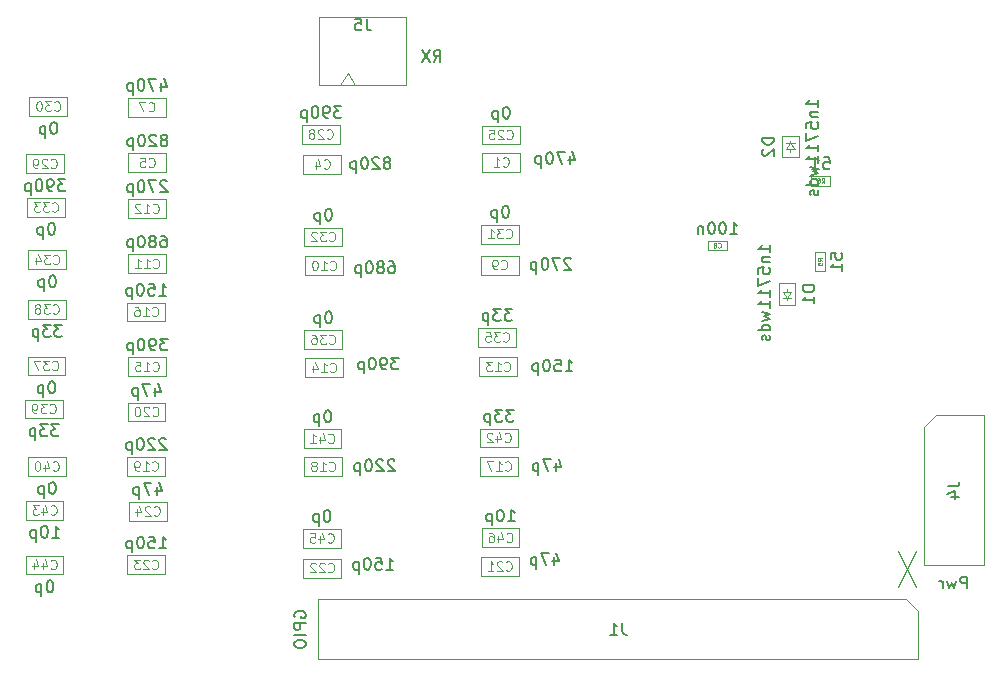
<source format=gbr>
G04 #@! TF.GenerationSoftware,KiCad,Pcbnew,9.0.0*
G04 #@! TF.CreationDate,2025-07-18T15:04:11-05:00*
G04 #@! TF.ProjectId,txfilters,74786669-6c74-4657-9273-2e6b69636164,rev?*
G04 #@! TF.SameCoordinates,Original*
G04 #@! TF.FileFunction,AssemblyDrawing,Bot*
%FSLAX46Y46*%
G04 Gerber Fmt 4.6, Leading zero omitted, Abs format (unit mm)*
G04 Created by KiCad (PCBNEW 9.0.0) date 2025-07-18 15:04:11*
%MOMM*%
%LPD*%
G01*
G04 APERTURE LIST*
%ADD10C,0.150000*%
%ADD11C,0.120000*%
%ADD12C,0.060000*%
%ADD13C,0.100000*%
G04 APERTURE END LIST*
D10*
X143544999Y-116749819D02*
X143449761Y-116749819D01*
X143449761Y-116749819D02*
X143354523Y-116797438D01*
X143354523Y-116797438D02*
X143306904Y-116845057D01*
X143306904Y-116845057D02*
X143259285Y-116940295D01*
X143259285Y-116940295D02*
X143211666Y-117130771D01*
X143211666Y-117130771D02*
X143211666Y-117368866D01*
X143211666Y-117368866D02*
X143259285Y-117559342D01*
X143259285Y-117559342D02*
X143306904Y-117654580D01*
X143306904Y-117654580D02*
X143354523Y-117702200D01*
X143354523Y-117702200D02*
X143449761Y-117749819D01*
X143449761Y-117749819D02*
X143544999Y-117749819D01*
X143544999Y-117749819D02*
X143640237Y-117702200D01*
X143640237Y-117702200D02*
X143687856Y-117654580D01*
X143687856Y-117654580D02*
X143735475Y-117559342D01*
X143735475Y-117559342D02*
X143783094Y-117368866D01*
X143783094Y-117368866D02*
X143783094Y-117130771D01*
X143783094Y-117130771D02*
X143735475Y-116940295D01*
X143735475Y-116940295D02*
X143687856Y-116845057D01*
X143687856Y-116845057D02*
X143640237Y-116797438D01*
X143640237Y-116797438D02*
X143544999Y-116749819D01*
X142783094Y-117083152D02*
X142783094Y-118083152D01*
X142783094Y-117130771D02*
X142687856Y-117083152D01*
X142687856Y-117083152D02*
X142497380Y-117083152D01*
X142497380Y-117083152D02*
X142402142Y-117130771D01*
X142402142Y-117130771D02*
X142354523Y-117178390D01*
X142354523Y-117178390D02*
X142306904Y-117273628D01*
X142306904Y-117273628D02*
X142306904Y-117559342D01*
X142306904Y-117559342D02*
X142354523Y-117654580D01*
X142354523Y-117654580D02*
X142402142Y-117702200D01*
X142402142Y-117702200D02*
X142497380Y-117749819D01*
X142497380Y-117749819D02*
X142687856Y-117749819D01*
X142687856Y-117749819D02*
X142783094Y-117702200D01*
D11*
X143559285Y-119432664D02*
X143597381Y-119470760D01*
X143597381Y-119470760D02*
X143711666Y-119508855D01*
X143711666Y-119508855D02*
X143787857Y-119508855D01*
X143787857Y-119508855D02*
X143902143Y-119470760D01*
X143902143Y-119470760D02*
X143978333Y-119394569D01*
X143978333Y-119394569D02*
X144016428Y-119318379D01*
X144016428Y-119318379D02*
X144054524Y-119165998D01*
X144054524Y-119165998D02*
X144054524Y-119051712D01*
X144054524Y-119051712D02*
X144016428Y-118899331D01*
X144016428Y-118899331D02*
X143978333Y-118823140D01*
X143978333Y-118823140D02*
X143902143Y-118746950D01*
X143902143Y-118746950D02*
X143787857Y-118708855D01*
X143787857Y-118708855D02*
X143711666Y-118708855D01*
X143711666Y-118708855D02*
X143597381Y-118746950D01*
X143597381Y-118746950D02*
X143559285Y-118785045D01*
X143292619Y-118708855D02*
X142797381Y-118708855D01*
X142797381Y-118708855D02*
X143064047Y-119013617D01*
X143064047Y-119013617D02*
X142949762Y-119013617D01*
X142949762Y-119013617D02*
X142873571Y-119051712D01*
X142873571Y-119051712D02*
X142835476Y-119089807D01*
X142835476Y-119089807D02*
X142797381Y-119165998D01*
X142797381Y-119165998D02*
X142797381Y-119356474D01*
X142797381Y-119356474D02*
X142835476Y-119432664D01*
X142835476Y-119432664D02*
X142873571Y-119470760D01*
X142873571Y-119470760D02*
X142949762Y-119508855D01*
X142949762Y-119508855D02*
X143178333Y-119508855D01*
X143178333Y-119508855D02*
X143254524Y-119470760D01*
X143254524Y-119470760D02*
X143292619Y-119432664D01*
X142035476Y-119508855D02*
X142492619Y-119508855D01*
X142264047Y-119508855D02*
X142264047Y-118708855D01*
X142264047Y-118708855D02*
X142340238Y-118823140D01*
X142340238Y-118823140D02*
X142416428Y-118899331D01*
X142416428Y-118899331D02*
X142492619Y-118937426D01*
D10*
X114755475Y-136505057D02*
X114707856Y-136457438D01*
X114707856Y-136457438D02*
X114612618Y-136409819D01*
X114612618Y-136409819D02*
X114374523Y-136409819D01*
X114374523Y-136409819D02*
X114279285Y-136457438D01*
X114279285Y-136457438D02*
X114231666Y-136505057D01*
X114231666Y-136505057D02*
X114184047Y-136600295D01*
X114184047Y-136600295D02*
X114184047Y-136695533D01*
X114184047Y-136695533D02*
X114231666Y-136838390D01*
X114231666Y-136838390D02*
X114803094Y-137409819D01*
X114803094Y-137409819D02*
X114184047Y-137409819D01*
X113803094Y-136505057D02*
X113755475Y-136457438D01*
X113755475Y-136457438D02*
X113660237Y-136409819D01*
X113660237Y-136409819D02*
X113422142Y-136409819D01*
X113422142Y-136409819D02*
X113326904Y-136457438D01*
X113326904Y-136457438D02*
X113279285Y-136505057D01*
X113279285Y-136505057D02*
X113231666Y-136600295D01*
X113231666Y-136600295D02*
X113231666Y-136695533D01*
X113231666Y-136695533D02*
X113279285Y-136838390D01*
X113279285Y-136838390D02*
X113850713Y-137409819D01*
X113850713Y-137409819D02*
X113231666Y-137409819D01*
X112612618Y-136409819D02*
X112517380Y-136409819D01*
X112517380Y-136409819D02*
X112422142Y-136457438D01*
X112422142Y-136457438D02*
X112374523Y-136505057D01*
X112374523Y-136505057D02*
X112326904Y-136600295D01*
X112326904Y-136600295D02*
X112279285Y-136790771D01*
X112279285Y-136790771D02*
X112279285Y-137028866D01*
X112279285Y-137028866D02*
X112326904Y-137219342D01*
X112326904Y-137219342D02*
X112374523Y-137314580D01*
X112374523Y-137314580D02*
X112422142Y-137362200D01*
X112422142Y-137362200D02*
X112517380Y-137409819D01*
X112517380Y-137409819D02*
X112612618Y-137409819D01*
X112612618Y-137409819D02*
X112707856Y-137362200D01*
X112707856Y-137362200D02*
X112755475Y-137314580D01*
X112755475Y-137314580D02*
X112803094Y-137219342D01*
X112803094Y-137219342D02*
X112850713Y-137028866D01*
X112850713Y-137028866D02*
X112850713Y-136790771D01*
X112850713Y-136790771D02*
X112803094Y-136600295D01*
X112803094Y-136600295D02*
X112755475Y-136505057D01*
X112755475Y-136505057D02*
X112707856Y-136457438D01*
X112707856Y-136457438D02*
X112612618Y-136409819D01*
X111850713Y-136743152D02*
X111850713Y-137743152D01*
X111850713Y-136790771D02*
X111755475Y-136743152D01*
X111755475Y-136743152D02*
X111564999Y-136743152D01*
X111564999Y-136743152D02*
X111469761Y-136790771D01*
X111469761Y-136790771D02*
X111422142Y-136838390D01*
X111422142Y-136838390D02*
X111374523Y-136933628D01*
X111374523Y-136933628D02*
X111374523Y-137219342D01*
X111374523Y-137219342D02*
X111422142Y-137314580D01*
X111422142Y-137314580D02*
X111469761Y-137362200D01*
X111469761Y-137362200D02*
X111564999Y-137409819D01*
X111564999Y-137409819D02*
X111755475Y-137409819D01*
X111755475Y-137409819D02*
X111850713Y-137362200D01*
D11*
X113579285Y-139092664D02*
X113617381Y-139130760D01*
X113617381Y-139130760D02*
X113731666Y-139168855D01*
X113731666Y-139168855D02*
X113807857Y-139168855D01*
X113807857Y-139168855D02*
X113922143Y-139130760D01*
X113922143Y-139130760D02*
X113998333Y-139054569D01*
X113998333Y-139054569D02*
X114036428Y-138978379D01*
X114036428Y-138978379D02*
X114074524Y-138825998D01*
X114074524Y-138825998D02*
X114074524Y-138711712D01*
X114074524Y-138711712D02*
X114036428Y-138559331D01*
X114036428Y-138559331D02*
X113998333Y-138483140D01*
X113998333Y-138483140D02*
X113922143Y-138406950D01*
X113922143Y-138406950D02*
X113807857Y-138368855D01*
X113807857Y-138368855D02*
X113731666Y-138368855D01*
X113731666Y-138368855D02*
X113617381Y-138406950D01*
X113617381Y-138406950D02*
X113579285Y-138445045D01*
X112817381Y-139168855D02*
X113274524Y-139168855D01*
X113045952Y-139168855D02*
X113045952Y-138368855D01*
X113045952Y-138368855D02*
X113122143Y-138483140D01*
X113122143Y-138483140D02*
X113198333Y-138559331D01*
X113198333Y-138559331D02*
X113274524Y-138597426D01*
X112436428Y-139168855D02*
X112284047Y-139168855D01*
X112284047Y-139168855D02*
X112207857Y-139130760D01*
X112207857Y-139130760D02*
X112169761Y-139092664D01*
X112169761Y-139092664D02*
X112093571Y-138978379D01*
X112093571Y-138978379D02*
X112055476Y-138825998D01*
X112055476Y-138825998D02*
X112055476Y-138521236D01*
X112055476Y-138521236D02*
X112093571Y-138445045D01*
X112093571Y-138445045D02*
X112131666Y-138406950D01*
X112131666Y-138406950D02*
X112207857Y-138368855D01*
X112207857Y-138368855D02*
X112360238Y-138368855D01*
X112360238Y-138368855D02*
X112436428Y-138406950D01*
X112436428Y-138406950D02*
X112474523Y-138445045D01*
X112474523Y-138445045D02*
X112512619Y-138521236D01*
X112512619Y-138521236D02*
X112512619Y-138711712D01*
X112512619Y-138711712D02*
X112474523Y-138787902D01*
X112474523Y-138787902D02*
X112436428Y-138825998D01*
X112436428Y-138825998D02*
X112360238Y-138864093D01*
X112360238Y-138864093D02*
X112207857Y-138864093D01*
X112207857Y-138864093D02*
X112131666Y-138825998D01*
X112131666Y-138825998D02*
X112093571Y-138787902D01*
X112093571Y-138787902D02*
X112055476Y-138711712D01*
D10*
X162548047Y-119127819D02*
X163119475Y-119127819D01*
X162833761Y-119127819D02*
X162833761Y-118127819D01*
X162833761Y-118127819D02*
X162928999Y-118270676D01*
X162928999Y-118270676D02*
X163024237Y-118365914D01*
X163024237Y-118365914D02*
X163119475Y-118413533D01*
X161928999Y-118127819D02*
X161833761Y-118127819D01*
X161833761Y-118127819D02*
X161738523Y-118175438D01*
X161738523Y-118175438D02*
X161690904Y-118223057D01*
X161690904Y-118223057D02*
X161643285Y-118318295D01*
X161643285Y-118318295D02*
X161595666Y-118508771D01*
X161595666Y-118508771D02*
X161595666Y-118746866D01*
X161595666Y-118746866D02*
X161643285Y-118937342D01*
X161643285Y-118937342D02*
X161690904Y-119032580D01*
X161690904Y-119032580D02*
X161738523Y-119080200D01*
X161738523Y-119080200D02*
X161833761Y-119127819D01*
X161833761Y-119127819D02*
X161928999Y-119127819D01*
X161928999Y-119127819D02*
X162024237Y-119080200D01*
X162024237Y-119080200D02*
X162071856Y-119032580D01*
X162071856Y-119032580D02*
X162119475Y-118937342D01*
X162119475Y-118937342D02*
X162167094Y-118746866D01*
X162167094Y-118746866D02*
X162167094Y-118508771D01*
X162167094Y-118508771D02*
X162119475Y-118318295D01*
X162119475Y-118318295D02*
X162071856Y-118223057D01*
X162071856Y-118223057D02*
X162024237Y-118175438D01*
X162024237Y-118175438D02*
X161928999Y-118127819D01*
X160976618Y-118127819D02*
X160881380Y-118127819D01*
X160881380Y-118127819D02*
X160786142Y-118175438D01*
X160786142Y-118175438D02*
X160738523Y-118223057D01*
X160738523Y-118223057D02*
X160690904Y-118318295D01*
X160690904Y-118318295D02*
X160643285Y-118508771D01*
X160643285Y-118508771D02*
X160643285Y-118746866D01*
X160643285Y-118746866D02*
X160690904Y-118937342D01*
X160690904Y-118937342D02*
X160738523Y-119032580D01*
X160738523Y-119032580D02*
X160786142Y-119080200D01*
X160786142Y-119080200D02*
X160881380Y-119127819D01*
X160881380Y-119127819D02*
X160976618Y-119127819D01*
X160976618Y-119127819D02*
X161071856Y-119080200D01*
X161071856Y-119080200D02*
X161119475Y-119032580D01*
X161119475Y-119032580D02*
X161167094Y-118937342D01*
X161167094Y-118937342D02*
X161214713Y-118746866D01*
X161214713Y-118746866D02*
X161214713Y-118508771D01*
X161214713Y-118508771D02*
X161167094Y-118318295D01*
X161167094Y-118318295D02*
X161119475Y-118223057D01*
X161119475Y-118223057D02*
X161071856Y-118175438D01*
X161071856Y-118175438D02*
X160976618Y-118127819D01*
X160214713Y-118461152D02*
X160214713Y-119127819D01*
X160214713Y-118556390D02*
X160167094Y-118508771D01*
X160167094Y-118508771D02*
X160071856Y-118461152D01*
X160071856Y-118461152D02*
X159928999Y-118461152D01*
X159928999Y-118461152D02*
X159833761Y-118508771D01*
X159833761Y-118508771D02*
X159786142Y-118604009D01*
X159786142Y-118604009D02*
X159786142Y-119127819D01*
D12*
X161495666Y-120246832D02*
X161514714Y-120265880D01*
X161514714Y-120265880D02*
X161571856Y-120284927D01*
X161571856Y-120284927D02*
X161609952Y-120284927D01*
X161609952Y-120284927D02*
X161667095Y-120265880D01*
X161667095Y-120265880D02*
X161705190Y-120227784D01*
X161705190Y-120227784D02*
X161724237Y-120189689D01*
X161724237Y-120189689D02*
X161743285Y-120113499D01*
X161743285Y-120113499D02*
X161743285Y-120056356D01*
X161743285Y-120056356D02*
X161724237Y-119980165D01*
X161724237Y-119980165D02*
X161705190Y-119942070D01*
X161705190Y-119942070D02*
X161667095Y-119903975D01*
X161667095Y-119903975D02*
X161609952Y-119884927D01*
X161609952Y-119884927D02*
X161571856Y-119884927D01*
X161571856Y-119884927D02*
X161514714Y-119903975D01*
X161514714Y-119903975D02*
X161495666Y-119923022D01*
X161267095Y-120056356D02*
X161305190Y-120037308D01*
X161305190Y-120037308D02*
X161324237Y-120018260D01*
X161324237Y-120018260D02*
X161343285Y-119980165D01*
X161343285Y-119980165D02*
X161343285Y-119961118D01*
X161343285Y-119961118D02*
X161324237Y-119923022D01*
X161324237Y-119923022D02*
X161305190Y-119903975D01*
X161305190Y-119903975D02*
X161267095Y-119884927D01*
X161267095Y-119884927D02*
X161190904Y-119884927D01*
X161190904Y-119884927D02*
X161152809Y-119903975D01*
X161152809Y-119903975D02*
X161133761Y-119923022D01*
X161133761Y-119923022D02*
X161114714Y-119961118D01*
X161114714Y-119961118D02*
X161114714Y-119980165D01*
X161114714Y-119980165D02*
X161133761Y-120018260D01*
X161133761Y-120018260D02*
X161152809Y-120037308D01*
X161152809Y-120037308D02*
X161190904Y-120056356D01*
X161190904Y-120056356D02*
X161267095Y-120056356D01*
X161267095Y-120056356D02*
X161305190Y-120075403D01*
X161305190Y-120075403D02*
X161324237Y-120094451D01*
X161324237Y-120094451D02*
X161343285Y-120132546D01*
X161343285Y-120132546D02*
X161343285Y-120208737D01*
X161343285Y-120208737D02*
X161324237Y-120246832D01*
X161324237Y-120246832D02*
X161305190Y-120265880D01*
X161305190Y-120265880D02*
X161267095Y-120284927D01*
X161267095Y-120284927D02*
X161190904Y-120284927D01*
X161190904Y-120284927D02*
X161152809Y-120265880D01*
X161152809Y-120265880D02*
X161133761Y-120246832D01*
X161133761Y-120246832D02*
X161114714Y-120208737D01*
X161114714Y-120208737D02*
X161114714Y-120132546D01*
X161114714Y-120132546D02*
X161133761Y-120094451D01*
X161133761Y-120094451D02*
X161152809Y-120075403D01*
X161152809Y-120075403D02*
X161190904Y-120056356D01*
D10*
X105104999Y-118189819D02*
X105009761Y-118189819D01*
X105009761Y-118189819D02*
X104914523Y-118237438D01*
X104914523Y-118237438D02*
X104866904Y-118285057D01*
X104866904Y-118285057D02*
X104819285Y-118380295D01*
X104819285Y-118380295D02*
X104771666Y-118570771D01*
X104771666Y-118570771D02*
X104771666Y-118808866D01*
X104771666Y-118808866D02*
X104819285Y-118999342D01*
X104819285Y-118999342D02*
X104866904Y-119094580D01*
X104866904Y-119094580D02*
X104914523Y-119142200D01*
X104914523Y-119142200D02*
X105009761Y-119189819D01*
X105009761Y-119189819D02*
X105104999Y-119189819D01*
X105104999Y-119189819D02*
X105200237Y-119142200D01*
X105200237Y-119142200D02*
X105247856Y-119094580D01*
X105247856Y-119094580D02*
X105295475Y-118999342D01*
X105295475Y-118999342D02*
X105343094Y-118808866D01*
X105343094Y-118808866D02*
X105343094Y-118570771D01*
X105343094Y-118570771D02*
X105295475Y-118380295D01*
X105295475Y-118380295D02*
X105247856Y-118285057D01*
X105247856Y-118285057D02*
X105200237Y-118237438D01*
X105200237Y-118237438D02*
X105104999Y-118189819D01*
X104343094Y-118523152D02*
X104343094Y-119523152D01*
X104343094Y-118570771D02*
X104247856Y-118523152D01*
X104247856Y-118523152D02*
X104057380Y-118523152D01*
X104057380Y-118523152D02*
X103962142Y-118570771D01*
X103962142Y-118570771D02*
X103914523Y-118618390D01*
X103914523Y-118618390D02*
X103866904Y-118713628D01*
X103866904Y-118713628D02*
X103866904Y-118999342D01*
X103866904Y-118999342D02*
X103914523Y-119094580D01*
X103914523Y-119094580D02*
X103962142Y-119142200D01*
X103962142Y-119142200D02*
X104057380Y-119189819D01*
X104057380Y-119189819D02*
X104247856Y-119189819D01*
X104247856Y-119189819D02*
X104343094Y-119142200D01*
D11*
X105119285Y-117172664D02*
X105157381Y-117210760D01*
X105157381Y-117210760D02*
X105271666Y-117248855D01*
X105271666Y-117248855D02*
X105347857Y-117248855D01*
X105347857Y-117248855D02*
X105462143Y-117210760D01*
X105462143Y-117210760D02*
X105538333Y-117134569D01*
X105538333Y-117134569D02*
X105576428Y-117058379D01*
X105576428Y-117058379D02*
X105614524Y-116905998D01*
X105614524Y-116905998D02*
X105614524Y-116791712D01*
X105614524Y-116791712D02*
X105576428Y-116639331D01*
X105576428Y-116639331D02*
X105538333Y-116563140D01*
X105538333Y-116563140D02*
X105462143Y-116486950D01*
X105462143Y-116486950D02*
X105347857Y-116448855D01*
X105347857Y-116448855D02*
X105271666Y-116448855D01*
X105271666Y-116448855D02*
X105157381Y-116486950D01*
X105157381Y-116486950D02*
X105119285Y-116525045D01*
X104852619Y-116448855D02*
X104357381Y-116448855D01*
X104357381Y-116448855D02*
X104624047Y-116753617D01*
X104624047Y-116753617D02*
X104509762Y-116753617D01*
X104509762Y-116753617D02*
X104433571Y-116791712D01*
X104433571Y-116791712D02*
X104395476Y-116829807D01*
X104395476Y-116829807D02*
X104357381Y-116905998D01*
X104357381Y-116905998D02*
X104357381Y-117096474D01*
X104357381Y-117096474D02*
X104395476Y-117172664D01*
X104395476Y-117172664D02*
X104433571Y-117210760D01*
X104433571Y-117210760D02*
X104509762Y-117248855D01*
X104509762Y-117248855D02*
X104738333Y-117248855D01*
X104738333Y-117248855D02*
X104814524Y-117210760D01*
X104814524Y-117210760D02*
X104852619Y-117172664D01*
X104090714Y-116448855D02*
X103595476Y-116448855D01*
X103595476Y-116448855D02*
X103862142Y-116753617D01*
X103862142Y-116753617D02*
X103747857Y-116753617D01*
X103747857Y-116753617D02*
X103671666Y-116791712D01*
X103671666Y-116791712D02*
X103633571Y-116829807D01*
X103633571Y-116829807D02*
X103595476Y-116905998D01*
X103595476Y-116905998D02*
X103595476Y-117096474D01*
X103595476Y-117096474D02*
X103633571Y-117172664D01*
X103633571Y-117172664D02*
X103671666Y-117210760D01*
X103671666Y-117210760D02*
X103747857Y-117248855D01*
X103747857Y-117248855D02*
X103976428Y-117248855D01*
X103976428Y-117248855D02*
X104052619Y-117210760D01*
X104052619Y-117210760D02*
X104090714Y-117172664D01*
D10*
X134083475Y-138308057D02*
X134035856Y-138260438D01*
X134035856Y-138260438D02*
X133940618Y-138212819D01*
X133940618Y-138212819D02*
X133702523Y-138212819D01*
X133702523Y-138212819D02*
X133607285Y-138260438D01*
X133607285Y-138260438D02*
X133559666Y-138308057D01*
X133559666Y-138308057D02*
X133512047Y-138403295D01*
X133512047Y-138403295D02*
X133512047Y-138498533D01*
X133512047Y-138498533D02*
X133559666Y-138641390D01*
X133559666Y-138641390D02*
X134131094Y-139212819D01*
X134131094Y-139212819D02*
X133512047Y-139212819D01*
X133131094Y-138308057D02*
X133083475Y-138260438D01*
X133083475Y-138260438D02*
X132988237Y-138212819D01*
X132988237Y-138212819D02*
X132750142Y-138212819D01*
X132750142Y-138212819D02*
X132654904Y-138260438D01*
X132654904Y-138260438D02*
X132607285Y-138308057D01*
X132607285Y-138308057D02*
X132559666Y-138403295D01*
X132559666Y-138403295D02*
X132559666Y-138498533D01*
X132559666Y-138498533D02*
X132607285Y-138641390D01*
X132607285Y-138641390D02*
X133178713Y-139212819D01*
X133178713Y-139212819D02*
X132559666Y-139212819D01*
X131940618Y-138212819D02*
X131845380Y-138212819D01*
X131845380Y-138212819D02*
X131750142Y-138260438D01*
X131750142Y-138260438D02*
X131702523Y-138308057D01*
X131702523Y-138308057D02*
X131654904Y-138403295D01*
X131654904Y-138403295D02*
X131607285Y-138593771D01*
X131607285Y-138593771D02*
X131607285Y-138831866D01*
X131607285Y-138831866D02*
X131654904Y-139022342D01*
X131654904Y-139022342D02*
X131702523Y-139117580D01*
X131702523Y-139117580D02*
X131750142Y-139165200D01*
X131750142Y-139165200D02*
X131845380Y-139212819D01*
X131845380Y-139212819D02*
X131940618Y-139212819D01*
X131940618Y-139212819D02*
X132035856Y-139165200D01*
X132035856Y-139165200D02*
X132083475Y-139117580D01*
X132083475Y-139117580D02*
X132131094Y-139022342D01*
X132131094Y-139022342D02*
X132178713Y-138831866D01*
X132178713Y-138831866D02*
X132178713Y-138593771D01*
X132178713Y-138593771D02*
X132131094Y-138403295D01*
X132131094Y-138403295D02*
X132083475Y-138308057D01*
X132083475Y-138308057D02*
X132035856Y-138260438D01*
X132035856Y-138260438D02*
X131940618Y-138212819D01*
X131178713Y-138546152D02*
X131178713Y-139546152D01*
X131178713Y-138593771D02*
X131083475Y-138546152D01*
X131083475Y-138546152D02*
X130892999Y-138546152D01*
X130892999Y-138546152D02*
X130797761Y-138593771D01*
X130797761Y-138593771D02*
X130750142Y-138641390D01*
X130750142Y-138641390D02*
X130702523Y-138736628D01*
X130702523Y-138736628D02*
X130702523Y-139022342D01*
X130702523Y-139022342D02*
X130750142Y-139117580D01*
X130750142Y-139117580D02*
X130797761Y-139165200D01*
X130797761Y-139165200D02*
X130892999Y-139212819D01*
X130892999Y-139212819D02*
X131083475Y-139212819D01*
X131083475Y-139212819D02*
X131178713Y-139165200D01*
D11*
X128589285Y-139117664D02*
X128627381Y-139155760D01*
X128627381Y-139155760D02*
X128741666Y-139193855D01*
X128741666Y-139193855D02*
X128817857Y-139193855D01*
X128817857Y-139193855D02*
X128932143Y-139155760D01*
X128932143Y-139155760D02*
X129008333Y-139079569D01*
X129008333Y-139079569D02*
X129046428Y-139003379D01*
X129046428Y-139003379D02*
X129084524Y-138850998D01*
X129084524Y-138850998D02*
X129084524Y-138736712D01*
X129084524Y-138736712D02*
X129046428Y-138584331D01*
X129046428Y-138584331D02*
X129008333Y-138508140D01*
X129008333Y-138508140D02*
X128932143Y-138431950D01*
X128932143Y-138431950D02*
X128817857Y-138393855D01*
X128817857Y-138393855D02*
X128741666Y-138393855D01*
X128741666Y-138393855D02*
X128627381Y-138431950D01*
X128627381Y-138431950D02*
X128589285Y-138470045D01*
X127827381Y-139193855D02*
X128284524Y-139193855D01*
X128055952Y-139193855D02*
X128055952Y-138393855D01*
X128055952Y-138393855D02*
X128132143Y-138508140D01*
X128132143Y-138508140D02*
X128208333Y-138584331D01*
X128208333Y-138584331D02*
X128284524Y-138622426D01*
X127370238Y-138736712D02*
X127446428Y-138698617D01*
X127446428Y-138698617D02*
X127484523Y-138660521D01*
X127484523Y-138660521D02*
X127522619Y-138584331D01*
X127522619Y-138584331D02*
X127522619Y-138546236D01*
X127522619Y-138546236D02*
X127484523Y-138470045D01*
X127484523Y-138470045D02*
X127446428Y-138431950D01*
X127446428Y-138431950D02*
X127370238Y-138393855D01*
X127370238Y-138393855D02*
X127217857Y-138393855D01*
X127217857Y-138393855D02*
X127141666Y-138431950D01*
X127141666Y-138431950D02*
X127103571Y-138470045D01*
X127103571Y-138470045D02*
X127065476Y-138546236D01*
X127065476Y-138546236D02*
X127065476Y-138584331D01*
X127065476Y-138584331D02*
X127103571Y-138660521D01*
X127103571Y-138660521D02*
X127141666Y-138698617D01*
X127141666Y-138698617D02*
X127217857Y-138736712D01*
X127217857Y-138736712D02*
X127370238Y-138736712D01*
X127370238Y-138736712D02*
X127446428Y-138774807D01*
X127446428Y-138774807D02*
X127484523Y-138812902D01*
X127484523Y-138812902D02*
X127522619Y-138889093D01*
X127522619Y-138889093D02*
X127522619Y-139041474D01*
X127522619Y-139041474D02*
X127484523Y-139117664D01*
X127484523Y-139117664D02*
X127446428Y-139155760D01*
X127446428Y-139155760D02*
X127370238Y-139193855D01*
X127370238Y-139193855D02*
X127217857Y-139193855D01*
X127217857Y-139193855D02*
X127141666Y-139155760D01*
X127141666Y-139155760D02*
X127103571Y-139117664D01*
X127103571Y-139117664D02*
X127065476Y-139041474D01*
X127065476Y-139041474D02*
X127065476Y-138889093D01*
X127065476Y-138889093D02*
X127103571Y-138812902D01*
X127103571Y-138812902D02*
X127141666Y-138774807D01*
X127141666Y-138774807D02*
X127217857Y-138736712D01*
D10*
X148931285Y-112517152D02*
X148931285Y-113183819D01*
X149169380Y-112136200D02*
X149407475Y-112850485D01*
X149407475Y-112850485D02*
X148788428Y-112850485D01*
X148502713Y-112183819D02*
X147836047Y-112183819D01*
X147836047Y-112183819D02*
X148264618Y-113183819D01*
X147264618Y-112183819D02*
X147169380Y-112183819D01*
X147169380Y-112183819D02*
X147074142Y-112231438D01*
X147074142Y-112231438D02*
X147026523Y-112279057D01*
X147026523Y-112279057D02*
X146978904Y-112374295D01*
X146978904Y-112374295D02*
X146931285Y-112564771D01*
X146931285Y-112564771D02*
X146931285Y-112802866D01*
X146931285Y-112802866D02*
X146978904Y-112993342D01*
X146978904Y-112993342D02*
X147026523Y-113088580D01*
X147026523Y-113088580D02*
X147074142Y-113136200D01*
X147074142Y-113136200D02*
X147169380Y-113183819D01*
X147169380Y-113183819D02*
X147264618Y-113183819D01*
X147264618Y-113183819D02*
X147359856Y-113136200D01*
X147359856Y-113136200D02*
X147407475Y-113088580D01*
X147407475Y-113088580D02*
X147455094Y-112993342D01*
X147455094Y-112993342D02*
X147502713Y-112802866D01*
X147502713Y-112802866D02*
X147502713Y-112564771D01*
X147502713Y-112564771D02*
X147455094Y-112374295D01*
X147455094Y-112374295D02*
X147407475Y-112279057D01*
X147407475Y-112279057D02*
X147359856Y-112231438D01*
X147359856Y-112231438D02*
X147264618Y-112183819D01*
X146502713Y-112517152D02*
X146502713Y-113517152D01*
X146502713Y-112564771D02*
X146407475Y-112517152D01*
X146407475Y-112517152D02*
X146216999Y-112517152D01*
X146216999Y-112517152D02*
X146121761Y-112564771D01*
X146121761Y-112564771D02*
X146074142Y-112612390D01*
X146074142Y-112612390D02*
X146026523Y-112707628D01*
X146026523Y-112707628D02*
X146026523Y-112993342D01*
X146026523Y-112993342D02*
X146074142Y-113088580D01*
X146074142Y-113088580D02*
X146121761Y-113136200D01*
X146121761Y-113136200D02*
X146216999Y-113183819D01*
X146216999Y-113183819D02*
X146407475Y-113183819D01*
X146407475Y-113183819D02*
X146502713Y-113136200D01*
D11*
X143278332Y-113342664D02*
X143316428Y-113380760D01*
X143316428Y-113380760D02*
X143430713Y-113418855D01*
X143430713Y-113418855D02*
X143506904Y-113418855D01*
X143506904Y-113418855D02*
X143621190Y-113380760D01*
X143621190Y-113380760D02*
X143697380Y-113304569D01*
X143697380Y-113304569D02*
X143735475Y-113228379D01*
X143735475Y-113228379D02*
X143773571Y-113075998D01*
X143773571Y-113075998D02*
X143773571Y-112961712D01*
X143773571Y-112961712D02*
X143735475Y-112809331D01*
X143735475Y-112809331D02*
X143697380Y-112733140D01*
X143697380Y-112733140D02*
X143621190Y-112656950D01*
X143621190Y-112656950D02*
X143506904Y-112618855D01*
X143506904Y-112618855D02*
X143430713Y-112618855D01*
X143430713Y-112618855D02*
X143316428Y-112656950D01*
X143316428Y-112656950D02*
X143278332Y-112695045D01*
X142516428Y-113418855D02*
X142973571Y-113418855D01*
X142744999Y-113418855D02*
X142744999Y-112618855D01*
X142744999Y-112618855D02*
X142821190Y-112733140D01*
X142821190Y-112733140D02*
X142897380Y-112809331D01*
X142897380Y-112809331D02*
X142973571Y-112847426D01*
D10*
X144182904Y-134005819D02*
X143563857Y-134005819D01*
X143563857Y-134005819D02*
X143897190Y-134386771D01*
X143897190Y-134386771D02*
X143754333Y-134386771D01*
X143754333Y-134386771D02*
X143659095Y-134434390D01*
X143659095Y-134434390D02*
X143611476Y-134482009D01*
X143611476Y-134482009D02*
X143563857Y-134577247D01*
X143563857Y-134577247D02*
X143563857Y-134815342D01*
X143563857Y-134815342D02*
X143611476Y-134910580D01*
X143611476Y-134910580D02*
X143659095Y-134958200D01*
X143659095Y-134958200D02*
X143754333Y-135005819D01*
X143754333Y-135005819D02*
X144040047Y-135005819D01*
X144040047Y-135005819D02*
X144135285Y-134958200D01*
X144135285Y-134958200D02*
X144182904Y-134910580D01*
X143230523Y-134005819D02*
X142611476Y-134005819D01*
X142611476Y-134005819D02*
X142944809Y-134386771D01*
X142944809Y-134386771D02*
X142801952Y-134386771D01*
X142801952Y-134386771D02*
X142706714Y-134434390D01*
X142706714Y-134434390D02*
X142659095Y-134482009D01*
X142659095Y-134482009D02*
X142611476Y-134577247D01*
X142611476Y-134577247D02*
X142611476Y-134815342D01*
X142611476Y-134815342D02*
X142659095Y-134910580D01*
X142659095Y-134910580D02*
X142706714Y-134958200D01*
X142706714Y-134958200D02*
X142801952Y-135005819D01*
X142801952Y-135005819D02*
X143087666Y-135005819D01*
X143087666Y-135005819D02*
X143182904Y-134958200D01*
X143182904Y-134958200D02*
X143230523Y-134910580D01*
X142182904Y-134339152D02*
X142182904Y-135339152D01*
X142182904Y-134386771D02*
X142087666Y-134339152D01*
X142087666Y-134339152D02*
X141897190Y-134339152D01*
X141897190Y-134339152D02*
X141801952Y-134386771D01*
X141801952Y-134386771D02*
X141754333Y-134434390D01*
X141754333Y-134434390D02*
X141706714Y-134529628D01*
X141706714Y-134529628D02*
X141706714Y-134815342D01*
X141706714Y-134815342D02*
X141754333Y-134910580D01*
X141754333Y-134910580D02*
X141801952Y-134958200D01*
X141801952Y-134958200D02*
X141897190Y-135005819D01*
X141897190Y-135005819D02*
X142087666Y-135005819D01*
X142087666Y-135005819D02*
X142182904Y-134958200D01*
D11*
X143435285Y-136688664D02*
X143473381Y-136726760D01*
X143473381Y-136726760D02*
X143587666Y-136764855D01*
X143587666Y-136764855D02*
X143663857Y-136764855D01*
X143663857Y-136764855D02*
X143778143Y-136726760D01*
X143778143Y-136726760D02*
X143854333Y-136650569D01*
X143854333Y-136650569D02*
X143892428Y-136574379D01*
X143892428Y-136574379D02*
X143930524Y-136421998D01*
X143930524Y-136421998D02*
X143930524Y-136307712D01*
X143930524Y-136307712D02*
X143892428Y-136155331D01*
X143892428Y-136155331D02*
X143854333Y-136079140D01*
X143854333Y-136079140D02*
X143778143Y-136002950D01*
X143778143Y-136002950D02*
X143663857Y-135964855D01*
X143663857Y-135964855D02*
X143587666Y-135964855D01*
X143587666Y-135964855D02*
X143473381Y-136002950D01*
X143473381Y-136002950D02*
X143435285Y-136041045D01*
X142749571Y-136231521D02*
X142749571Y-136764855D01*
X142940047Y-135926760D02*
X143130524Y-136498188D01*
X143130524Y-136498188D02*
X142635285Y-136498188D01*
X142368619Y-136041045D02*
X142330523Y-136002950D01*
X142330523Y-136002950D02*
X142254333Y-135964855D01*
X142254333Y-135964855D02*
X142063857Y-135964855D01*
X142063857Y-135964855D02*
X141987666Y-136002950D01*
X141987666Y-136002950D02*
X141949571Y-136041045D01*
X141949571Y-136041045D02*
X141911476Y-136117236D01*
X141911476Y-136117236D02*
X141911476Y-136193426D01*
X141911476Y-136193426D02*
X141949571Y-136307712D01*
X141949571Y-136307712D02*
X142406714Y-136764855D01*
X142406714Y-136764855D02*
X141911476Y-136764855D01*
D10*
X128434999Y-142497819D02*
X128339761Y-142497819D01*
X128339761Y-142497819D02*
X128244523Y-142545438D01*
X128244523Y-142545438D02*
X128196904Y-142593057D01*
X128196904Y-142593057D02*
X128149285Y-142688295D01*
X128149285Y-142688295D02*
X128101666Y-142878771D01*
X128101666Y-142878771D02*
X128101666Y-143116866D01*
X128101666Y-143116866D02*
X128149285Y-143307342D01*
X128149285Y-143307342D02*
X128196904Y-143402580D01*
X128196904Y-143402580D02*
X128244523Y-143450200D01*
X128244523Y-143450200D02*
X128339761Y-143497819D01*
X128339761Y-143497819D02*
X128434999Y-143497819D01*
X128434999Y-143497819D02*
X128530237Y-143450200D01*
X128530237Y-143450200D02*
X128577856Y-143402580D01*
X128577856Y-143402580D02*
X128625475Y-143307342D01*
X128625475Y-143307342D02*
X128673094Y-143116866D01*
X128673094Y-143116866D02*
X128673094Y-142878771D01*
X128673094Y-142878771D02*
X128625475Y-142688295D01*
X128625475Y-142688295D02*
X128577856Y-142593057D01*
X128577856Y-142593057D02*
X128530237Y-142545438D01*
X128530237Y-142545438D02*
X128434999Y-142497819D01*
X127673094Y-142831152D02*
X127673094Y-143831152D01*
X127673094Y-142878771D02*
X127577856Y-142831152D01*
X127577856Y-142831152D02*
X127387380Y-142831152D01*
X127387380Y-142831152D02*
X127292142Y-142878771D01*
X127292142Y-142878771D02*
X127244523Y-142926390D01*
X127244523Y-142926390D02*
X127196904Y-143021628D01*
X127196904Y-143021628D02*
X127196904Y-143307342D01*
X127196904Y-143307342D02*
X127244523Y-143402580D01*
X127244523Y-143402580D02*
X127292142Y-143450200D01*
X127292142Y-143450200D02*
X127387380Y-143497819D01*
X127387380Y-143497819D02*
X127577856Y-143497819D01*
X127577856Y-143497819D02*
X127673094Y-143450200D01*
D11*
X128449285Y-145180664D02*
X128487381Y-145218760D01*
X128487381Y-145218760D02*
X128601666Y-145256855D01*
X128601666Y-145256855D02*
X128677857Y-145256855D01*
X128677857Y-145256855D02*
X128792143Y-145218760D01*
X128792143Y-145218760D02*
X128868333Y-145142569D01*
X128868333Y-145142569D02*
X128906428Y-145066379D01*
X128906428Y-145066379D02*
X128944524Y-144913998D01*
X128944524Y-144913998D02*
X128944524Y-144799712D01*
X128944524Y-144799712D02*
X128906428Y-144647331D01*
X128906428Y-144647331D02*
X128868333Y-144571140D01*
X128868333Y-144571140D02*
X128792143Y-144494950D01*
X128792143Y-144494950D02*
X128677857Y-144456855D01*
X128677857Y-144456855D02*
X128601666Y-144456855D01*
X128601666Y-144456855D02*
X128487381Y-144494950D01*
X128487381Y-144494950D02*
X128449285Y-144533045D01*
X127763571Y-144723521D02*
X127763571Y-145256855D01*
X127954047Y-144418760D02*
X128144524Y-144990188D01*
X128144524Y-144990188D02*
X127649285Y-144990188D01*
X126963571Y-144456855D02*
X127344523Y-144456855D01*
X127344523Y-144456855D02*
X127382619Y-144837807D01*
X127382619Y-144837807D02*
X127344523Y-144799712D01*
X127344523Y-144799712D02*
X127268333Y-144761617D01*
X127268333Y-144761617D02*
X127077857Y-144761617D01*
X127077857Y-144761617D02*
X127001666Y-144799712D01*
X127001666Y-144799712D02*
X126963571Y-144837807D01*
X126963571Y-144837807D02*
X126925476Y-144913998D01*
X126925476Y-144913998D02*
X126925476Y-145104474D01*
X126925476Y-145104474D02*
X126963571Y-145180664D01*
X126963571Y-145180664D02*
X127001666Y-145218760D01*
X127001666Y-145218760D02*
X127077857Y-145256855D01*
X127077857Y-145256855D02*
X127268333Y-145256855D01*
X127268333Y-145256855D02*
X127344523Y-145218760D01*
X127344523Y-145218760D02*
X127382619Y-145180664D01*
D10*
X148586047Y-130757819D02*
X149157475Y-130757819D01*
X148871761Y-130757819D02*
X148871761Y-129757819D01*
X148871761Y-129757819D02*
X148966999Y-129900676D01*
X148966999Y-129900676D02*
X149062237Y-129995914D01*
X149062237Y-129995914D02*
X149157475Y-130043533D01*
X147681285Y-129757819D02*
X148157475Y-129757819D01*
X148157475Y-129757819D02*
X148205094Y-130234009D01*
X148205094Y-130234009D02*
X148157475Y-130186390D01*
X148157475Y-130186390D02*
X148062237Y-130138771D01*
X148062237Y-130138771D02*
X147824142Y-130138771D01*
X147824142Y-130138771D02*
X147728904Y-130186390D01*
X147728904Y-130186390D02*
X147681285Y-130234009D01*
X147681285Y-130234009D02*
X147633666Y-130329247D01*
X147633666Y-130329247D02*
X147633666Y-130567342D01*
X147633666Y-130567342D02*
X147681285Y-130662580D01*
X147681285Y-130662580D02*
X147728904Y-130710200D01*
X147728904Y-130710200D02*
X147824142Y-130757819D01*
X147824142Y-130757819D02*
X148062237Y-130757819D01*
X148062237Y-130757819D02*
X148157475Y-130710200D01*
X148157475Y-130710200D02*
X148205094Y-130662580D01*
X147014618Y-129757819D02*
X146919380Y-129757819D01*
X146919380Y-129757819D02*
X146824142Y-129805438D01*
X146824142Y-129805438D02*
X146776523Y-129853057D01*
X146776523Y-129853057D02*
X146728904Y-129948295D01*
X146728904Y-129948295D02*
X146681285Y-130138771D01*
X146681285Y-130138771D02*
X146681285Y-130376866D01*
X146681285Y-130376866D02*
X146728904Y-130567342D01*
X146728904Y-130567342D02*
X146776523Y-130662580D01*
X146776523Y-130662580D02*
X146824142Y-130710200D01*
X146824142Y-130710200D02*
X146919380Y-130757819D01*
X146919380Y-130757819D02*
X147014618Y-130757819D01*
X147014618Y-130757819D02*
X147109856Y-130710200D01*
X147109856Y-130710200D02*
X147157475Y-130662580D01*
X147157475Y-130662580D02*
X147205094Y-130567342D01*
X147205094Y-130567342D02*
X147252713Y-130376866D01*
X147252713Y-130376866D02*
X147252713Y-130138771D01*
X147252713Y-130138771D02*
X147205094Y-129948295D01*
X147205094Y-129948295D02*
X147157475Y-129853057D01*
X147157475Y-129853057D02*
X147109856Y-129805438D01*
X147109856Y-129805438D02*
X147014618Y-129757819D01*
X146252713Y-130091152D02*
X146252713Y-131091152D01*
X146252713Y-130138771D02*
X146157475Y-130091152D01*
X146157475Y-130091152D02*
X145966999Y-130091152D01*
X145966999Y-130091152D02*
X145871761Y-130138771D01*
X145871761Y-130138771D02*
X145824142Y-130186390D01*
X145824142Y-130186390D02*
X145776523Y-130281628D01*
X145776523Y-130281628D02*
X145776523Y-130567342D01*
X145776523Y-130567342D02*
X145824142Y-130662580D01*
X145824142Y-130662580D02*
X145871761Y-130710200D01*
X145871761Y-130710200D02*
X145966999Y-130757819D01*
X145966999Y-130757819D02*
X146157475Y-130757819D01*
X146157475Y-130757819D02*
X146252713Y-130710200D01*
D11*
X143409285Y-130662664D02*
X143447381Y-130700760D01*
X143447381Y-130700760D02*
X143561666Y-130738855D01*
X143561666Y-130738855D02*
X143637857Y-130738855D01*
X143637857Y-130738855D02*
X143752143Y-130700760D01*
X143752143Y-130700760D02*
X143828333Y-130624569D01*
X143828333Y-130624569D02*
X143866428Y-130548379D01*
X143866428Y-130548379D02*
X143904524Y-130395998D01*
X143904524Y-130395998D02*
X143904524Y-130281712D01*
X143904524Y-130281712D02*
X143866428Y-130129331D01*
X143866428Y-130129331D02*
X143828333Y-130053140D01*
X143828333Y-130053140D02*
X143752143Y-129976950D01*
X143752143Y-129976950D02*
X143637857Y-129938855D01*
X143637857Y-129938855D02*
X143561666Y-129938855D01*
X143561666Y-129938855D02*
X143447381Y-129976950D01*
X143447381Y-129976950D02*
X143409285Y-130015045D01*
X142647381Y-130738855D02*
X143104524Y-130738855D01*
X142875952Y-130738855D02*
X142875952Y-129938855D01*
X142875952Y-129938855D02*
X142952143Y-130053140D01*
X142952143Y-130053140D02*
X143028333Y-130129331D01*
X143028333Y-130129331D02*
X143104524Y-130167426D01*
X142380714Y-129938855D02*
X141885476Y-129938855D01*
X141885476Y-129938855D02*
X142152142Y-130243617D01*
X142152142Y-130243617D02*
X142037857Y-130243617D01*
X142037857Y-130243617D02*
X141961666Y-130281712D01*
X141961666Y-130281712D02*
X141923571Y-130319807D01*
X141923571Y-130319807D02*
X141885476Y-130395998D01*
X141885476Y-130395998D02*
X141885476Y-130586474D01*
X141885476Y-130586474D02*
X141923571Y-130662664D01*
X141923571Y-130662664D02*
X141961666Y-130700760D01*
X141961666Y-130700760D02*
X142037857Y-130738855D01*
X142037857Y-130738855D02*
X142266428Y-130738855D01*
X142266428Y-130738855D02*
X142342619Y-130700760D01*
X142342619Y-130700760D02*
X142380714Y-130662664D01*
D10*
X128558999Y-125685819D02*
X128463761Y-125685819D01*
X128463761Y-125685819D02*
X128368523Y-125733438D01*
X128368523Y-125733438D02*
X128320904Y-125781057D01*
X128320904Y-125781057D02*
X128273285Y-125876295D01*
X128273285Y-125876295D02*
X128225666Y-126066771D01*
X128225666Y-126066771D02*
X128225666Y-126304866D01*
X128225666Y-126304866D02*
X128273285Y-126495342D01*
X128273285Y-126495342D02*
X128320904Y-126590580D01*
X128320904Y-126590580D02*
X128368523Y-126638200D01*
X128368523Y-126638200D02*
X128463761Y-126685819D01*
X128463761Y-126685819D02*
X128558999Y-126685819D01*
X128558999Y-126685819D02*
X128654237Y-126638200D01*
X128654237Y-126638200D02*
X128701856Y-126590580D01*
X128701856Y-126590580D02*
X128749475Y-126495342D01*
X128749475Y-126495342D02*
X128797094Y-126304866D01*
X128797094Y-126304866D02*
X128797094Y-126066771D01*
X128797094Y-126066771D02*
X128749475Y-125876295D01*
X128749475Y-125876295D02*
X128701856Y-125781057D01*
X128701856Y-125781057D02*
X128654237Y-125733438D01*
X128654237Y-125733438D02*
X128558999Y-125685819D01*
X127797094Y-126019152D02*
X127797094Y-127019152D01*
X127797094Y-126066771D02*
X127701856Y-126019152D01*
X127701856Y-126019152D02*
X127511380Y-126019152D01*
X127511380Y-126019152D02*
X127416142Y-126066771D01*
X127416142Y-126066771D02*
X127368523Y-126114390D01*
X127368523Y-126114390D02*
X127320904Y-126209628D01*
X127320904Y-126209628D02*
X127320904Y-126495342D01*
X127320904Y-126495342D02*
X127368523Y-126590580D01*
X127368523Y-126590580D02*
X127416142Y-126638200D01*
X127416142Y-126638200D02*
X127511380Y-126685819D01*
X127511380Y-126685819D02*
X127701856Y-126685819D01*
X127701856Y-126685819D02*
X127797094Y-126638200D01*
D11*
X128573285Y-128368664D02*
X128611381Y-128406760D01*
X128611381Y-128406760D02*
X128725666Y-128444855D01*
X128725666Y-128444855D02*
X128801857Y-128444855D01*
X128801857Y-128444855D02*
X128916143Y-128406760D01*
X128916143Y-128406760D02*
X128992333Y-128330569D01*
X128992333Y-128330569D02*
X129030428Y-128254379D01*
X129030428Y-128254379D02*
X129068524Y-128101998D01*
X129068524Y-128101998D02*
X129068524Y-127987712D01*
X129068524Y-127987712D02*
X129030428Y-127835331D01*
X129030428Y-127835331D02*
X128992333Y-127759140D01*
X128992333Y-127759140D02*
X128916143Y-127682950D01*
X128916143Y-127682950D02*
X128801857Y-127644855D01*
X128801857Y-127644855D02*
X128725666Y-127644855D01*
X128725666Y-127644855D02*
X128611381Y-127682950D01*
X128611381Y-127682950D02*
X128573285Y-127721045D01*
X128306619Y-127644855D02*
X127811381Y-127644855D01*
X127811381Y-127644855D02*
X128078047Y-127949617D01*
X128078047Y-127949617D02*
X127963762Y-127949617D01*
X127963762Y-127949617D02*
X127887571Y-127987712D01*
X127887571Y-127987712D02*
X127849476Y-128025807D01*
X127849476Y-128025807D02*
X127811381Y-128101998D01*
X127811381Y-128101998D02*
X127811381Y-128292474D01*
X127811381Y-128292474D02*
X127849476Y-128368664D01*
X127849476Y-128368664D02*
X127887571Y-128406760D01*
X127887571Y-128406760D02*
X127963762Y-128444855D01*
X127963762Y-128444855D02*
X128192333Y-128444855D01*
X128192333Y-128444855D02*
X128268524Y-128406760D01*
X128268524Y-128406760D02*
X128306619Y-128368664D01*
X127125666Y-127644855D02*
X127278047Y-127644855D01*
X127278047Y-127644855D02*
X127354238Y-127682950D01*
X127354238Y-127682950D02*
X127392333Y-127721045D01*
X127392333Y-127721045D02*
X127468523Y-127835331D01*
X127468523Y-127835331D02*
X127506619Y-127987712D01*
X127506619Y-127987712D02*
X127506619Y-128292474D01*
X127506619Y-128292474D02*
X127468523Y-128368664D01*
X127468523Y-128368664D02*
X127430428Y-128406760D01*
X127430428Y-128406760D02*
X127354238Y-128444855D01*
X127354238Y-128444855D02*
X127201857Y-128444855D01*
X127201857Y-128444855D02*
X127125666Y-128406760D01*
X127125666Y-128406760D02*
X127087571Y-128368664D01*
X127087571Y-128368664D02*
X127049476Y-128292474D01*
X127049476Y-128292474D02*
X127049476Y-128101998D01*
X127049476Y-128101998D02*
X127087571Y-128025807D01*
X127087571Y-128025807D02*
X127125666Y-127987712D01*
X127125666Y-127987712D02*
X127201857Y-127949617D01*
X127201857Y-127949617D02*
X127354238Y-127949617D01*
X127354238Y-127949617D02*
X127430428Y-127987712D01*
X127430428Y-127987712D02*
X127468523Y-128025807D01*
X127468523Y-128025807D02*
X127506619Y-128101998D01*
D10*
X104974999Y-148463819D02*
X104879761Y-148463819D01*
X104879761Y-148463819D02*
X104784523Y-148511438D01*
X104784523Y-148511438D02*
X104736904Y-148559057D01*
X104736904Y-148559057D02*
X104689285Y-148654295D01*
X104689285Y-148654295D02*
X104641666Y-148844771D01*
X104641666Y-148844771D02*
X104641666Y-149082866D01*
X104641666Y-149082866D02*
X104689285Y-149273342D01*
X104689285Y-149273342D02*
X104736904Y-149368580D01*
X104736904Y-149368580D02*
X104784523Y-149416200D01*
X104784523Y-149416200D02*
X104879761Y-149463819D01*
X104879761Y-149463819D02*
X104974999Y-149463819D01*
X104974999Y-149463819D02*
X105070237Y-149416200D01*
X105070237Y-149416200D02*
X105117856Y-149368580D01*
X105117856Y-149368580D02*
X105165475Y-149273342D01*
X105165475Y-149273342D02*
X105213094Y-149082866D01*
X105213094Y-149082866D02*
X105213094Y-148844771D01*
X105213094Y-148844771D02*
X105165475Y-148654295D01*
X105165475Y-148654295D02*
X105117856Y-148559057D01*
X105117856Y-148559057D02*
X105070237Y-148511438D01*
X105070237Y-148511438D02*
X104974999Y-148463819D01*
X104213094Y-148797152D02*
X104213094Y-149797152D01*
X104213094Y-148844771D02*
X104117856Y-148797152D01*
X104117856Y-148797152D02*
X103927380Y-148797152D01*
X103927380Y-148797152D02*
X103832142Y-148844771D01*
X103832142Y-148844771D02*
X103784523Y-148892390D01*
X103784523Y-148892390D02*
X103736904Y-148987628D01*
X103736904Y-148987628D02*
X103736904Y-149273342D01*
X103736904Y-149273342D02*
X103784523Y-149368580D01*
X103784523Y-149368580D02*
X103832142Y-149416200D01*
X103832142Y-149416200D02*
X103927380Y-149463819D01*
X103927380Y-149463819D02*
X104117856Y-149463819D01*
X104117856Y-149463819D02*
X104213094Y-149416200D01*
D11*
X104989285Y-147446664D02*
X105027381Y-147484760D01*
X105027381Y-147484760D02*
X105141666Y-147522855D01*
X105141666Y-147522855D02*
X105217857Y-147522855D01*
X105217857Y-147522855D02*
X105332143Y-147484760D01*
X105332143Y-147484760D02*
X105408333Y-147408569D01*
X105408333Y-147408569D02*
X105446428Y-147332379D01*
X105446428Y-147332379D02*
X105484524Y-147179998D01*
X105484524Y-147179998D02*
X105484524Y-147065712D01*
X105484524Y-147065712D02*
X105446428Y-146913331D01*
X105446428Y-146913331D02*
X105408333Y-146837140D01*
X105408333Y-146837140D02*
X105332143Y-146760950D01*
X105332143Y-146760950D02*
X105217857Y-146722855D01*
X105217857Y-146722855D02*
X105141666Y-146722855D01*
X105141666Y-146722855D02*
X105027381Y-146760950D01*
X105027381Y-146760950D02*
X104989285Y-146799045D01*
X104303571Y-146989521D02*
X104303571Y-147522855D01*
X104494047Y-146684760D02*
X104684524Y-147256188D01*
X104684524Y-147256188D02*
X104189285Y-147256188D01*
X103541666Y-146989521D02*
X103541666Y-147522855D01*
X103732142Y-146684760D02*
X103922619Y-147256188D01*
X103922619Y-147256188D02*
X103427380Y-147256188D01*
D10*
X147757095Y-138531152D02*
X147757095Y-139197819D01*
X147995190Y-138150200D02*
X148233285Y-138864485D01*
X148233285Y-138864485D02*
X147614238Y-138864485D01*
X147328523Y-138197819D02*
X146661857Y-138197819D01*
X146661857Y-138197819D02*
X147090428Y-139197819D01*
X146280904Y-138531152D02*
X146280904Y-139531152D01*
X146280904Y-138578771D02*
X146185666Y-138531152D01*
X146185666Y-138531152D02*
X145995190Y-138531152D01*
X145995190Y-138531152D02*
X145899952Y-138578771D01*
X145899952Y-138578771D02*
X145852333Y-138626390D01*
X145852333Y-138626390D02*
X145804714Y-138721628D01*
X145804714Y-138721628D02*
X145804714Y-139007342D01*
X145804714Y-139007342D02*
X145852333Y-139102580D01*
X145852333Y-139102580D02*
X145899952Y-139150200D01*
X145899952Y-139150200D02*
X145995190Y-139197819D01*
X145995190Y-139197819D02*
X146185666Y-139197819D01*
X146185666Y-139197819D02*
X146280904Y-139150200D01*
D11*
X143469285Y-139102664D02*
X143507381Y-139140760D01*
X143507381Y-139140760D02*
X143621666Y-139178855D01*
X143621666Y-139178855D02*
X143697857Y-139178855D01*
X143697857Y-139178855D02*
X143812143Y-139140760D01*
X143812143Y-139140760D02*
X143888333Y-139064569D01*
X143888333Y-139064569D02*
X143926428Y-138988379D01*
X143926428Y-138988379D02*
X143964524Y-138835998D01*
X143964524Y-138835998D02*
X143964524Y-138721712D01*
X143964524Y-138721712D02*
X143926428Y-138569331D01*
X143926428Y-138569331D02*
X143888333Y-138493140D01*
X143888333Y-138493140D02*
X143812143Y-138416950D01*
X143812143Y-138416950D02*
X143697857Y-138378855D01*
X143697857Y-138378855D02*
X143621666Y-138378855D01*
X143621666Y-138378855D02*
X143507381Y-138416950D01*
X143507381Y-138416950D02*
X143469285Y-138455045D01*
X142707381Y-139178855D02*
X143164524Y-139178855D01*
X142935952Y-139178855D02*
X142935952Y-138378855D01*
X142935952Y-138378855D02*
X143012143Y-138493140D01*
X143012143Y-138493140D02*
X143088333Y-138569331D01*
X143088333Y-138569331D02*
X143164524Y-138607426D01*
X142440714Y-138378855D02*
X141907380Y-138378855D01*
X141907380Y-138378855D02*
X142250238Y-139178855D01*
D10*
X144052904Y-125479819D02*
X143433857Y-125479819D01*
X143433857Y-125479819D02*
X143767190Y-125860771D01*
X143767190Y-125860771D02*
X143624333Y-125860771D01*
X143624333Y-125860771D02*
X143529095Y-125908390D01*
X143529095Y-125908390D02*
X143481476Y-125956009D01*
X143481476Y-125956009D02*
X143433857Y-126051247D01*
X143433857Y-126051247D02*
X143433857Y-126289342D01*
X143433857Y-126289342D02*
X143481476Y-126384580D01*
X143481476Y-126384580D02*
X143529095Y-126432200D01*
X143529095Y-126432200D02*
X143624333Y-126479819D01*
X143624333Y-126479819D02*
X143910047Y-126479819D01*
X143910047Y-126479819D02*
X144005285Y-126432200D01*
X144005285Y-126432200D02*
X144052904Y-126384580D01*
X143100523Y-125479819D02*
X142481476Y-125479819D01*
X142481476Y-125479819D02*
X142814809Y-125860771D01*
X142814809Y-125860771D02*
X142671952Y-125860771D01*
X142671952Y-125860771D02*
X142576714Y-125908390D01*
X142576714Y-125908390D02*
X142529095Y-125956009D01*
X142529095Y-125956009D02*
X142481476Y-126051247D01*
X142481476Y-126051247D02*
X142481476Y-126289342D01*
X142481476Y-126289342D02*
X142529095Y-126384580D01*
X142529095Y-126384580D02*
X142576714Y-126432200D01*
X142576714Y-126432200D02*
X142671952Y-126479819D01*
X142671952Y-126479819D02*
X142957666Y-126479819D01*
X142957666Y-126479819D02*
X143052904Y-126432200D01*
X143052904Y-126432200D02*
X143100523Y-126384580D01*
X142052904Y-125813152D02*
X142052904Y-126813152D01*
X142052904Y-125860771D02*
X141957666Y-125813152D01*
X141957666Y-125813152D02*
X141767190Y-125813152D01*
X141767190Y-125813152D02*
X141671952Y-125860771D01*
X141671952Y-125860771D02*
X141624333Y-125908390D01*
X141624333Y-125908390D02*
X141576714Y-126003628D01*
X141576714Y-126003628D02*
X141576714Y-126289342D01*
X141576714Y-126289342D02*
X141624333Y-126384580D01*
X141624333Y-126384580D02*
X141671952Y-126432200D01*
X141671952Y-126432200D02*
X141767190Y-126479819D01*
X141767190Y-126479819D02*
X141957666Y-126479819D01*
X141957666Y-126479819D02*
X142052904Y-126432200D01*
D11*
X143305285Y-128162664D02*
X143343381Y-128200760D01*
X143343381Y-128200760D02*
X143457666Y-128238855D01*
X143457666Y-128238855D02*
X143533857Y-128238855D01*
X143533857Y-128238855D02*
X143648143Y-128200760D01*
X143648143Y-128200760D02*
X143724333Y-128124569D01*
X143724333Y-128124569D02*
X143762428Y-128048379D01*
X143762428Y-128048379D02*
X143800524Y-127895998D01*
X143800524Y-127895998D02*
X143800524Y-127781712D01*
X143800524Y-127781712D02*
X143762428Y-127629331D01*
X143762428Y-127629331D02*
X143724333Y-127553140D01*
X143724333Y-127553140D02*
X143648143Y-127476950D01*
X143648143Y-127476950D02*
X143533857Y-127438855D01*
X143533857Y-127438855D02*
X143457666Y-127438855D01*
X143457666Y-127438855D02*
X143343381Y-127476950D01*
X143343381Y-127476950D02*
X143305285Y-127515045D01*
X143038619Y-127438855D02*
X142543381Y-127438855D01*
X142543381Y-127438855D02*
X142810047Y-127743617D01*
X142810047Y-127743617D02*
X142695762Y-127743617D01*
X142695762Y-127743617D02*
X142619571Y-127781712D01*
X142619571Y-127781712D02*
X142581476Y-127819807D01*
X142581476Y-127819807D02*
X142543381Y-127895998D01*
X142543381Y-127895998D02*
X142543381Y-128086474D01*
X142543381Y-128086474D02*
X142581476Y-128162664D01*
X142581476Y-128162664D02*
X142619571Y-128200760D01*
X142619571Y-128200760D02*
X142695762Y-128238855D01*
X142695762Y-128238855D02*
X142924333Y-128238855D01*
X142924333Y-128238855D02*
X143000524Y-128200760D01*
X143000524Y-128200760D02*
X143038619Y-128162664D01*
X141819571Y-127438855D02*
X142200523Y-127438855D01*
X142200523Y-127438855D02*
X142238619Y-127819807D01*
X142238619Y-127819807D02*
X142200523Y-127781712D01*
X142200523Y-127781712D02*
X142124333Y-127743617D01*
X142124333Y-127743617D02*
X141933857Y-127743617D01*
X141933857Y-127743617D02*
X141857666Y-127781712D01*
X141857666Y-127781712D02*
X141819571Y-127819807D01*
X141819571Y-127819807D02*
X141781476Y-127895998D01*
X141781476Y-127895998D02*
X141781476Y-128086474D01*
X141781476Y-128086474D02*
X141819571Y-128162664D01*
X141819571Y-128162664D02*
X141857666Y-128200760D01*
X141857666Y-128200760D02*
X141933857Y-128238855D01*
X141933857Y-128238855D02*
X142124333Y-128238855D01*
X142124333Y-128238855D02*
X142200523Y-128200760D01*
X142200523Y-128200760D02*
X142238619Y-128162664D01*
D10*
X114204047Y-145749819D02*
X114775475Y-145749819D01*
X114489761Y-145749819D02*
X114489761Y-144749819D01*
X114489761Y-144749819D02*
X114584999Y-144892676D01*
X114584999Y-144892676D02*
X114680237Y-144987914D01*
X114680237Y-144987914D02*
X114775475Y-145035533D01*
X113299285Y-144749819D02*
X113775475Y-144749819D01*
X113775475Y-144749819D02*
X113823094Y-145226009D01*
X113823094Y-145226009D02*
X113775475Y-145178390D01*
X113775475Y-145178390D02*
X113680237Y-145130771D01*
X113680237Y-145130771D02*
X113442142Y-145130771D01*
X113442142Y-145130771D02*
X113346904Y-145178390D01*
X113346904Y-145178390D02*
X113299285Y-145226009D01*
X113299285Y-145226009D02*
X113251666Y-145321247D01*
X113251666Y-145321247D02*
X113251666Y-145559342D01*
X113251666Y-145559342D02*
X113299285Y-145654580D01*
X113299285Y-145654580D02*
X113346904Y-145702200D01*
X113346904Y-145702200D02*
X113442142Y-145749819D01*
X113442142Y-145749819D02*
X113680237Y-145749819D01*
X113680237Y-145749819D02*
X113775475Y-145702200D01*
X113775475Y-145702200D02*
X113823094Y-145654580D01*
X112632618Y-144749819D02*
X112537380Y-144749819D01*
X112537380Y-144749819D02*
X112442142Y-144797438D01*
X112442142Y-144797438D02*
X112394523Y-144845057D01*
X112394523Y-144845057D02*
X112346904Y-144940295D01*
X112346904Y-144940295D02*
X112299285Y-145130771D01*
X112299285Y-145130771D02*
X112299285Y-145368866D01*
X112299285Y-145368866D02*
X112346904Y-145559342D01*
X112346904Y-145559342D02*
X112394523Y-145654580D01*
X112394523Y-145654580D02*
X112442142Y-145702200D01*
X112442142Y-145702200D02*
X112537380Y-145749819D01*
X112537380Y-145749819D02*
X112632618Y-145749819D01*
X112632618Y-145749819D02*
X112727856Y-145702200D01*
X112727856Y-145702200D02*
X112775475Y-145654580D01*
X112775475Y-145654580D02*
X112823094Y-145559342D01*
X112823094Y-145559342D02*
X112870713Y-145368866D01*
X112870713Y-145368866D02*
X112870713Y-145130771D01*
X112870713Y-145130771D02*
X112823094Y-144940295D01*
X112823094Y-144940295D02*
X112775475Y-144845057D01*
X112775475Y-144845057D02*
X112727856Y-144797438D01*
X112727856Y-144797438D02*
X112632618Y-144749819D01*
X111870713Y-145083152D02*
X111870713Y-146083152D01*
X111870713Y-145130771D02*
X111775475Y-145083152D01*
X111775475Y-145083152D02*
X111584999Y-145083152D01*
X111584999Y-145083152D02*
X111489761Y-145130771D01*
X111489761Y-145130771D02*
X111442142Y-145178390D01*
X111442142Y-145178390D02*
X111394523Y-145273628D01*
X111394523Y-145273628D02*
X111394523Y-145559342D01*
X111394523Y-145559342D02*
X111442142Y-145654580D01*
X111442142Y-145654580D02*
X111489761Y-145702200D01*
X111489761Y-145702200D02*
X111584999Y-145749819D01*
X111584999Y-145749819D02*
X111775475Y-145749819D01*
X111775475Y-145749819D02*
X111870713Y-145702200D01*
D11*
X113599285Y-147432664D02*
X113637381Y-147470760D01*
X113637381Y-147470760D02*
X113751666Y-147508855D01*
X113751666Y-147508855D02*
X113827857Y-147508855D01*
X113827857Y-147508855D02*
X113942143Y-147470760D01*
X113942143Y-147470760D02*
X114018333Y-147394569D01*
X114018333Y-147394569D02*
X114056428Y-147318379D01*
X114056428Y-147318379D02*
X114094524Y-147165998D01*
X114094524Y-147165998D02*
X114094524Y-147051712D01*
X114094524Y-147051712D02*
X114056428Y-146899331D01*
X114056428Y-146899331D02*
X114018333Y-146823140D01*
X114018333Y-146823140D02*
X113942143Y-146746950D01*
X113942143Y-146746950D02*
X113827857Y-146708855D01*
X113827857Y-146708855D02*
X113751666Y-146708855D01*
X113751666Y-146708855D02*
X113637381Y-146746950D01*
X113637381Y-146746950D02*
X113599285Y-146785045D01*
X113294524Y-146785045D02*
X113256428Y-146746950D01*
X113256428Y-146746950D02*
X113180238Y-146708855D01*
X113180238Y-146708855D02*
X112989762Y-146708855D01*
X112989762Y-146708855D02*
X112913571Y-146746950D01*
X112913571Y-146746950D02*
X112875476Y-146785045D01*
X112875476Y-146785045D02*
X112837381Y-146861236D01*
X112837381Y-146861236D02*
X112837381Y-146937426D01*
X112837381Y-146937426D02*
X112875476Y-147051712D01*
X112875476Y-147051712D02*
X113332619Y-147508855D01*
X113332619Y-147508855D02*
X112837381Y-147508855D01*
X112570714Y-146708855D02*
X112075476Y-146708855D01*
X112075476Y-146708855D02*
X112342142Y-147013617D01*
X112342142Y-147013617D02*
X112227857Y-147013617D01*
X112227857Y-147013617D02*
X112151666Y-147051712D01*
X112151666Y-147051712D02*
X112113571Y-147089807D01*
X112113571Y-147089807D02*
X112075476Y-147165998D01*
X112075476Y-147165998D02*
X112075476Y-147356474D01*
X112075476Y-147356474D02*
X112113571Y-147432664D01*
X112113571Y-147432664D02*
X112151666Y-147470760D01*
X112151666Y-147470760D02*
X112227857Y-147508855D01*
X112227857Y-147508855D02*
X112456428Y-147508855D01*
X112456428Y-147508855D02*
X112532619Y-147470760D01*
X112532619Y-147470760D02*
X112570714Y-147432664D01*
D10*
X133558999Y-113046390D02*
X133654237Y-112998771D01*
X133654237Y-112998771D02*
X133701856Y-112951152D01*
X133701856Y-112951152D02*
X133749475Y-112855914D01*
X133749475Y-112855914D02*
X133749475Y-112808295D01*
X133749475Y-112808295D02*
X133701856Y-112713057D01*
X133701856Y-112713057D02*
X133654237Y-112665438D01*
X133654237Y-112665438D02*
X133558999Y-112617819D01*
X133558999Y-112617819D02*
X133368523Y-112617819D01*
X133368523Y-112617819D02*
X133273285Y-112665438D01*
X133273285Y-112665438D02*
X133225666Y-112713057D01*
X133225666Y-112713057D02*
X133178047Y-112808295D01*
X133178047Y-112808295D02*
X133178047Y-112855914D01*
X133178047Y-112855914D02*
X133225666Y-112951152D01*
X133225666Y-112951152D02*
X133273285Y-112998771D01*
X133273285Y-112998771D02*
X133368523Y-113046390D01*
X133368523Y-113046390D02*
X133558999Y-113046390D01*
X133558999Y-113046390D02*
X133654237Y-113094009D01*
X133654237Y-113094009D02*
X133701856Y-113141628D01*
X133701856Y-113141628D02*
X133749475Y-113236866D01*
X133749475Y-113236866D02*
X133749475Y-113427342D01*
X133749475Y-113427342D02*
X133701856Y-113522580D01*
X133701856Y-113522580D02*
X133654237Y-113570200D01*
X133654237Y-113570200D02*
X133558999Y-113617819D01*
X133558999Y-113617819D02*
X133368523Y-113617819D01*
X133368523Y-113617819D02*
X133273285Y-113570200D01*
X133273285Y-113570200D02*
X133225666Y-113522580D01*
X133225666Y-113522580D02*
X133178047Y-113427342D01*
X133178047Y-113427342D02*
X133178047Y-113236866D01*
X133178047Y-113236866D02*
X133225666Y-113141628D01*
X133225666Y-113141628D02*
X133273285Y-113094009D01*
X133273285Y-113094009D02*
X133368523Y-113046390D01*
X132797094Y-112713057D02*
X132749475Y-112665438D01*
X132749475Y-112665438D02*
X132654237Y-112617819D01*
X132654237Y-112617819D02*
X132416142Y-112617819D01*
X132416142Y-112617819D02*
X132320904Y-112665438D01*
X132320904Y-112665438D02*
X132273285Y-112713057D01*
X132273285Y-112713057D02*
X132225666Y-112808295D01*
X132225666Y-112808295D02*
X132225666Y-112903533D01*
X132225666Y-112903533D02*
X132273285Y-113046390D01*
X132273285Y-113046390D02*
X132844713Y-113617819D01*
X132844713Y-113617819D02*
X132225666Y-113617819D01*
X131606618Y-112617819D02*
X131511380Y-112617819D01*
X131511380Y-112617819D02*
X131416142Y-112665438D01*
X131416142Y-112665438D02*
X131368523Y-112713057D01*
X131368523Y-112713057D02*
X131320904Y-112808295D01*
X131320904Y-112808295D02*
X131273285Y-112998771D01*
X131273285Y-112998771D02*
X131273285Y-113236866D01*
X131273285Y-113236866D02*
X131320904Y-113427342D01*
X131320904Y-113427342D02*
X131368523Y-113522580D01*
X131368523Y-113522580D02*
X131416142Y-113570200D01*
X131416142Y-113570200D02*
X131511380Y-113617819D01*
X131511380Y-113617819D02*
X131606618Y-113617819D01*
X131606618Y-113617819D02*
X131701856Y-113570200D01*
X131701856Y-113570200D02*
X131749475Y-113522580D01*
X131749475Y-113522580D02*
X131797094Y-113427342D01*
X131797094Y-113427342D02*
X131844713Y-113236866D01*
X131844713Y-113236866D02*
X131844713Y-112998771D01*
X131844713Y-112998771D02*
X131797094Y-112808295D01*
X131797094Y-112808295D02*
X131749475Y-112713057D01*
X131749475Y-112713057D02*
X131701856Y-112665438D01*
X131701856Y-112665438D02*
X131606618Y-112617819D01*
X130844713Y-112951152D02*
X130844713Y-113951152D01*
X130844713Y-112998771D02*
X130749475Y-112951152D01*
X130749475Y-112951152D02*
X130558999Y-112951152D01*
X130558999Y-112951152D02*
X130463761Y-112998771D01*
X130463761Y-112998771D02*
X130416142Y-113046390D01*
X130416142Y-113046390D02*
X130368523Y-113141628D01*
X130368523Y-113141628D02*
X130368523Y-113427342D01*
X130368523Y-113427342D02*
X130416142Y-113522580D01*
X130416142Y-113522580D02*
X130463761Y-113570200D01*
X130463761Y-113570200D02*
X130558999Y-113617819D01*
X130558999Y-113617819D02*
X130749475Y-113617819D01*
X130749475Y-113617819D02*
X130844713Y-113570200D01*
D11*
X128128332Y-113522664D02*
X128166428Y-113560760D01*
X128166428Y-113560760D02*
X128280713Y-113598855D01*
X128280713Y-113598855D02*
X128356904Y-113598855D01*
X128356904Y-113598855D02*
X128471190Y-113560760D01*
X128471190Y-113560760D02*
X128547380Y-113484569D01*
X128547380Y-113484569D02*
X128585475Y-113408379D01*
X128585475Y-113408379D02*
X128623571Y-113255998D01*
X128623571Y-113255998D02*
X128623571Y-113141712D01*
X128623571Y-113141712D02*
X128585475Y-112989331D01*
X128585475Y-112989331D02*
X128547380Y-112913140D01*
X128547380Y-112913140D02*
X128471190Y-112836950D01*
X128471190Y-112836950D02*
X128356904Y-112798855D01*
X128356904Y-112798855D02*
X128280713Y-112798855D01*
X128280713Y-112798855D02*
X128166428Y-112836950D01*
X128166428Y-112836950D02*
X128128332Y-112875045D01*
X127442618Y-113065521D02*
X127442618Y-113598855D01*
X127633094Y-112760760D02*
X127823571Y-113332188D01*
X127823571Y-113332188D02*
X127328332Y-113332188D01*
D10*
X114359285Y-106333152D02*
X114359285Y-106999819D01*
X114597380Y-105952200D02*
X114835475Y-106666485D01*
X114835475Y-106666485D02*
X114216428Y-106666485D01*
X113930713Y-105999819D02*
X113264047Y-105999819D01*
X113264047Y-105999819D02*
X113692618Y-106999819D01*
X112692618Y-105999819D02*
X112597380Y-105999819D01*
X112597380Y-105999819D02*
X112502142Y-106047438D01*
X112502142Y-106047438D02*
X112454523Y-106095057D01*
X112454523Y-106095057D02*
X112406904Y-106190295D01*
X112406904Y-106190295D02*
X112359285Y-106380771D01*
X112359285Y-106380771D02*
X112359285Y-106618866D01*
X112359285Y-106618866D02*
X112406904Y-106809342D01*
X112406904Y-106809342D02*
X112454523Y-106904580D01*
X112454523Y-106904580D02*
X112502142Y-106952200D01*
X112502142Y-106952200D02*
X112597380Y-106999819D01*
X112597380Y-106999819D02*
X112692618Y-106999819D01*
X112692618Y-106999819D02*
X112787856Y-106952200D01*
X112787856Y-106952200D02*
X112835475Y-106904580D01*
X112835475Y-106904580D02*
X112883094Y-106809342D01*
X112883094Y-106809342D02*
X112930713Y-106618866D01*
X112930713Y-106618866D02*
X112930713Y-106380771D01*
X112930713Y-106380771D02*
X112883094Y-106190295D01*
X112883094Y-106190295D02*
X112835475Y-106095057D01*
X112835475Y-106095057D02*
X112787856Y-106047438D01*
X112787856Y-106047438D02*
X112692618Y-105999819D01*
X111930713Y-106333152D02*
X111930713Y-107333152D01*
X111930713Y-106380771D02*
X111835475Y-106333152D01*
X111835475Y-106333152D02*
X111644999Y-106333152D01*
X111644999Y-106333152D02*
X111549761Y-106380771D01*
X111549761Y-106380771D02*
X111502142Y-106428390D01*
X111502142Y-106428390D02*
X111454523Y-106523628D01*
X111454523Y-106523628D02*
X111454523Y-106809342D01*
X111454523Y-106809342D02*
X111502142Y-106904580D01*
X111502142Y-106904580D02*
X111549761Y-106952200D01*
X111549761Y-106952200D02*
X111644999Y-106999819D01*
X111644999Y-106999819D02*
X111835475Y-106999819D01*
X111835475Y-106999819D02*
X111930713Y-106952200D01*
D11*
X113278332Y-108682664D02*
X113316428Y-108720760D01*
X113316428Y-108720760D02*
X113430713Y-108758855D01*
X113430713Y-108758855D02*
X113506904Y-108758855D01*
X113506904Y-108758855D02*
X113621190Y-108720760D01*
X113621190Y-108720760D02*
X113697380Y-108644569D01*
X113697380Y-108644569D02*
X113735475Y-108568379D01*
X113735475Y-108568379D02*
X113773571Y-108415998D01*
X113773571Y-108415998D02*
X113773571Y-108301712D01*
X113773571Y-108301712D02*
X113735475Y-108149331D01*
X113735475Y-108149331D02*
X113697380Y-108073140D01*
X113697380Y-108073140D02*
X113621190Y-107996950D01*
X113621190Y-107996950D02*
X113506904Y-107958855D01*
X113506904Y-107958855D02*
X113430713Y-107958855D01*
X113430713Y-107958855D02*
X113316428Y-107996950D01*
X113316428Y-107996950D02*
X113278332Y-108035045D01*
X113011666Y-107958855D02*
X112478332Y-107958855D01*
X112478332Y-107958855D02*
X112821190Y-108758855D01*
D10*
X128496999Y-134067819D02*
X128401761Y-134067819D01*
X128401761Y-134067819D02*
X128306523Y-134115438D01*
X128306523Y-134115438D02*
X128258904Y-134163057D01*
X128258904Y-134163057D02*
X128211285Y-134258295D01*
X128211285Y-134258295D02*
X128163666Y-134448771D01*
X128163666Y-134448771D02*
X128163666Y-134686866D01*
X128163666Y-134686866D02*
X128211285Y-134877342D01*
X128211285Y-134877342D02*
X128258904Y-134972580D01*
X128258904Y-134972580D02*
X128306523Y-135020200D01*
X128306523Y-135020200D02*
X128401761Y-135067819D01*
X128401761Y-135067819D02*
X128496999Y-135067819D01*
X128496999Y-135067819D02*
X128592237Y-135020200D01*
X128592237Y-135020200D02*
X128639856Y-134972580D01*
X128639856Y-134972580D02*
X128687475Y-134877342D01*
X128687475Y-134877342D02*
X128735094Y-134686866D01*
X128735094Y-134686866D02*
X128735094Y-134448771D01*
X128735094Y-134448771D02*
X128687475Y-134258295D01*
X128687475Y-134258295D02*
X128639856Y-134163057D01*
X128639856Y-134163057D02*
X128592237Y-134115438D01*
X128592237Y-134115438D02*
X128496999Y-134067819D01*
X127735094Y-134401152D02*
X127735094Y-135401152D01*
X127735094Y-134448771D02*
X127639856Y-134401152D01*
X127639856Y-134401152D02*
X127449380Y-134401152D01*
X127449380Y-134401152D02*
X127354142Y-134448771D01*
X127354142Y-134448771D02*
X127306523Y-134496390D01*
X127306523Y-134496390D02*
X127258904Y-134591628D01*
X127258904Y-134591628D02*
X127258904Y-134877342D01*
X127258904Y-134877342D02*
X127306523Y-134972580D01*
X127306523Y-134972580D02*
X127354142Y-135020200D01*
X127354142Y-135020200D02*
X127449380Y-135067819D01*
X127449380Y-135067819D02*
X127639856Y-135067819D01*
X127639856Y-135067819D02*
X127735094Y-135020200D01*
D11*
X128511285Y-136750664D02*
X128549381Y-136788760D01*
X128549381Y-136788760D02*
X128663666Y-136826855D01*
X128663666Y-136826855D02*
X128739857Y-136826855D01*
X128739857Y-136826855D02*
X128854143Y-136788760D01*
X128854143Y-136788760D02*
X128930333Y-136712569D01*
X128930333Y-136712569D02*
X128968428Y-136636379D01*
X128968428Y-136636379D02*
X129006524Y-136483998D01*
X129006524Y-136483998D02*
X129006524Y-136369712D01*
X129006524Y-136369712D02*
X128968428Y-136217331D01*
X128968428Y-136217331D02*
X128930333Y-136141140D01*
X128930333Y-136141140D02*
X128854143Y-136064950D01*
X128854143Y-136064950D02*
X128739857Y-136026855D01*
X128739857Y-136026855D02*
X128663666Y-136026855D01*
X128663666Y-136026855D02*
X128549381Y-136064950D01*
X128549381Y-136064950D02*
X128511285Y-136103045D01*
X127825571Y-136293521D02*
X127825571Y-136826855D01*
X128016047Y-135988760D02*
X128206524Y-136560188D01*
X128206524Y-136560188D02*
X127711285Y-136560188D01*
X126987476Y-136826855D02*
X127444619Y-136826855D01*
X127216047Y-136826855D02*
X127216047Y-136026855D01*
X127216047Y-136026855D02*
X127292238Y-136141140D01*
X127292238Y-136141140D02*
X127368428Y-136217331D01*
X127368428Y-136217331D02*
X127444619Y-136255426D01*
D10*
X105190999Y-122623819D02*
X105095761Y-122623819D01*
X105095761Y-122623819D02*
X105000523Y-122671438D01*
X105000523Y-122671438D02*
X104952904Y-122719057D01*
X104952904Y-122719057D02*
X104905285Y-122814295D01*
X104905285Y-122814295D02*
X104857666Y-123004771D01*
X104857666Y-123004771D02*
X104857666Y-123242866D01*
X104857666Y-123242866D02*
X104905285Y-123433342D01*
X104905285Y-123433342D02*
X104952904Y-123528580D01*
X104952904Y-123528580D02*
X105000523Y-123576200D01*
X105000523Y-123576200D02*
X105095761Y-123623819D01*
X105095761Y-123623819D02*
X105190999Y-123623819D01*
X105190999Y-123623819D02*
X105286237Y-123576200D01*
X105286237Y-123576200D02*
X105333856Y-123528580D01*
X105333856Y-123528580D02*
X105381475Y-123433342D01*
X105381475Y-123433342D02*
X105429094Y-123242866D01*
X105429094Y-123242866D02*
X105429094Y-123004771D01*
X105429094Y-123004771D02*
X105381475Y-122814295D01*
X105381475Y-122814295D02*
X105333856Y-122719057D01*
X105333856Y-122719057D02*
X105286237Y-122671438D01*
X105286237Y-122671438D02*
X105190999Y-122623819D01*
X104429094Y-122957152D02*
X104429094Y-123957152D01*
X104429094Y-123004771D02*
X104333856Y-122957152D01*
X104333856Y-122957152D02*
X104143380Y-122957152D01*
X104143380Y-122957152D02*
X104048142Y-123004771D01*
X104048142Y-123004771D02*
X104000523Y-123052390D01*
X104000523Y-123052390D02*
X103952904Y-123147628D01*
X103952904Y-123147628D02*
X103952904Y-123433342D01*
X103952904Y-123433342D02*
X104000523Y-123528580D01*
X104000523Y-123528580D02*
X104048142Y-123576200D01*
X104048142Y-123576200D02*
X104143380Y-123623819D01*
X104143380Y-123623819D02*
X104333856Y-123623819D01*
X104333856Y-123623819D02*
X104429094Y-123576200D01*
D11*
X105205285Y-121606664D02*
X105243381Y-121644760D01*
X105243381Y-121644760D02*
X105357666Y-121682855D01*
X105357666Y-121682855D02*
X105433857Y-121682855D01*
X105433857Y-121682855D02*
X105548143Y-121644760D01*
X105548143Y-121644760D02*
X105624333Y-121568569D01*
X105624333Y-121568569D02*
X105662428Y-121492379D01*
X105662428Y-121492379D02*
X105700524Y-121339998D01*
X105700524Y-121339998D02*
X105700524Y-121225712D01*
X105700524Y-121225712D02*
X105662428Y-121073331D01*
X105662428Y-121073331D02*
X105624333Y-120997140D01*
X105624333Y-120997140D02*
X105548143Y-120920950D01*
X105548143Y-120920950D02*
X105433857Y-120882855D01*
X105433857Y-120882855D02*
X105357666Y-120882855D01*
X105357666Y-120882855D02*
X105243381Y-120920950D01*
X105243381Y-120920950D02*
X105205285Y-120959045D01*
X104938619Y-120882855D02*
X104443381Y-120882855D01*
X104443381Y-120882855D02*
X104710047Y-121187617D01*
X104710047Y-121187617D02*
X104595762Y-121187617D01*
X104595762Y-121187617D02*
X104519571Y-121225712D01*
X104519571Y-121225712D02*
X104481476Y-121263807D01*
X104481476Y-121263807D02*
X104443381Y-121339998D01*
X104443381Y-121339998D02*
X104443381Y-121530474D01*
X104443381Y-121530474D02*
X104481476Y-121606664D01*
X104481476Y-121606664D02*
X104519571Y-121644760D01*
X104519571Y-121644760D02*
X104595762Y-121682855D01*
X104595762Y-121682855D02*
X104824333Y-121682855D01*
X104824333Y-121682855D02*
X104900524Y-121644760D01*
X104900524Y-121644760D02*
X104938619Y-121606664D01*
X103757666Y-121149521D02*
X103757666Y-121682855D01*
X103948142Y-120844760D02*
X104138619Y-121416188D01*
X104138619Y-121416188D02*
X103643380Y-121416188D01*
D10*
X170443095Y-112639819D02*
X170919285Y-112639819D01*
X170919285Y-112639819D02*
X170966904Y-113116009D01*
X170966904Y-113116009D02*
X170919285Y-113068390D01*
X170919285Y-113068390D02*
X170824047Y-113020771D01*
X170824047Y-113020771D02*
X170585952Y-113020771D01*
X170585952Y-113020771D02*
X170490714Y-113068390D01*
X170490714Y-113068390D02*
X170443095Y-113116009D01*
X170443095Y-113116009D02*
X170395476Y-113211247D01*
X170395476Y-113211247D02*
X170395476Y-113449342D01*
X170395476Y-113449342D02*
X170443095Y-113544580D01*
X170443095Y-113544580D02*
X170490714Y-113592200D01*
X170490714Y-113592200D02*
X170585952Y-113639819D01*
X170585952Y-113639819D02*
X170824047Y-113639819D01*
X170824047Y-113639819D02*
X170919285Y-113592200D01*
X170919285Y-113592200D02*
X170966904Y-113544580D01*
X169443095Y-113639819D02*
X170014523Y-113639819D01*
X169728809Y-113639819D02*
X169728809Y-112639819D01*
X169728809Y-112639819D02*
X169824047Y-112782676D01*
X169824047Y-112782676D02*
X169919285Y-112877914D01*
X169919285Y-112877914D02*
X170014523Y-112925533D01*
D12*
X170271666Y-114796927D02*
X170404999Y-114606451D01*
X170500237Y-114796927D02*
X170500237Y-114396927D01*
X170500237Y-114396927D02*
X170347856Y-114396927D01*
X170347856Y-114396927D02*
X170309761Y-114415975D01*
X170309761Y-114415975D02*
X170290714Y-114435022D01*
X170290714Y-114435022D02*
X170271666Y-114473118D01*
X170271666Y-114473118D02*
X170271666Y-114530260D01*
X170271666Y-114530260D02*
X170290714Y-114568356D01*
X170290714Y-114568356D02*
X170309761Y-114587403D01*
X170309761Y-114587403D02*
X170347856Y-114606451D01*
X170347856Y-114606451D02*
X170500237Y-114606451D01*
X169928809Y-114396927D02*
X170004999Y-114396927D01*
X170004999Y-114396927D02*
X170043095Y-114415975D01*
X170043095Y-114415975D02*
X170062142Y-114435022D01*
X170062142Y-114435022D02*
X170100237Y-114492165D01*
X170100237Y-114492165D02*
X170119285Y-114568356D01*
X170119285Y-114568356D02*
X170119285Y-114720737D01*
X170119285Y-114720737D02*
X170100237Y-114758832D01*
X170100237Y-114758832D02*
X170081190Y-114777880D01*
X170081190Y-114777880D02*
X170043095Y-114796927D01*
X170043095Y-114796927D02*
X169966904Y-114796927D01*
X169966904Y-114796927D02*
X169928809Y-114777880D01*
X169928809Y-114777880D02*
X169909761Y-114758832D01*
X169909761Y-114758832D02*
X169890714Y-114720737D01*
X169890714Y-114720737D02*
X169890714Y-114625499D01*
X169890714Y-114625499D02*
X169909761Y-114587403D01*
X169909761Y-114587403D02*
X169928809Y-114568356D01*
X169928809Y-114568356D02*
X169966904Y-114549308D01*
X169966904Y-114549308D02*
X170043095Y-114549308D01*
X170043095Y-114549308D02*
X170081190Y-114568356D01*
X170081190Y-114568356D02*
X170100237Y-114587403D01*
X170100237Y-114587403D02*
X170119285Y-114625499D01*
D10*
X165894819Y-120668618D02*
X165894819Y-120097190D01*
X165894819Y-120382904D02*
X164894819Y-120382904D01*
X164894819Y-120382904D02*
X165037676Y-120287666D01*
X165037676Y-120287666D02*
X165132914Y-120192428D01*
X165132914Y-120192428D02*
X165180533Y-120097190D01*
X165228152Y-121097190D02*
X165894819Y-121097190D01*
X165323390Y-121097190D02*
X165275771Y-121144809D01*
X165275771Y-121144809D02*
X165228152Y-121240047D01*
X165228152Y-121240047D02*
X165228152Y-121382904D01*
X165228152Y-121382904D02*
X165275771Y-121478142D01*
X165275771Y-121478142D02*
X165371009Y-121525761D01*
X165371009Y-121525761D02*
X165894819Y-121525761D01*
X164894819Y-122478142D02*
X164894819Y-122001952D01*
X164894819Y-122001952D02*
X165371009Y-121954333D01*
X165371009Y-121954333D02*
X165323390Y-122001952D01*
X165323390Y-122001952D02*
X165275771Y-122097190D01*
X165275771Y-122097190D02*
X165275771Y-122335285D01*
X165275771Y-122335285D02*
X165323390Y-122430523D01*
X165323390Y-122430523D02*
X165371009Y-122478142D01*
X165371009Y-122478142D02*
X165466247Y-122525761D01*
X165466247Y-122525761D02*
X165704342Y-122525761D01*
X165704342Y-122525761D02*
X165799580Y-122478142D01*
X165799580Y-122478142D02*
X165847200Y-122430523D01*
X165847200Y-122430523D02*
X165894819Y-122335285D01*
X165894819Y-122335285D02*
X165894819Y-122097190D01*
X165894819Y-122097190D02*
X165847200Y-122001952D01*
X165847200Y-122001952D02*
X165799580Y-121954333D01*
X164894819Y-122859095D02*
X164894819Y-123525761D01*
X164894819Y-123525761D02*
X165894819Y-123097190D01*
X165894819Y-124430523D02*
X165894819Y-123859095D01*
X165894819Y-124144809D02*
X164894819Y-124144809D01*
X164894819Y-124144809D02*
X165037676Y-124049571D01*
X165037676Y-124049571D02*
X165132914Y-123954333D01*
X165132914Y-123954333D02*
X165180533Y-123859095D01*
X165894819Y-125382904D02*
X165894819Y-124811476D01*
X165894819Y-125097190D02*
X164894819Y-125097190D01*
X164894819Y-125097190D02*
X165037676Y-125001952D01*
X165037676Y-125001952D02*
X165132914Y-124906714D01*
X165132914Y-124906714D02*
X165180533Y-124811476D01*
X165228152Y-125716238D02*
X165894819Y-125906714D01*
X165894819Y-125906714D02*
X165418628Y-126097190D01*
X165418628Y-126097190D02*
X165894819Y-126287666D01*
X165894819Y-126287666D02*
X165228152Y-126478142D01*
X165894819Y-127287666D02*
X164894819Y-127287666D01*
X165847200Y-127287666D02*
X165894819Y-127192428D01*
X165894819Y-127192428D02*
X165894819Y-127001952D01*
X165894819Y-127001952D02*
X165847200Y-126906714D01*
X165847200Y-126906714D02*
X165799580Y-126859095D01*
X165799580Y-126859095D02*
X165704342Y-126811476D01*
X165704342Y-126811476D02*
X165418628Y-126811476D01*
X165418628Y-126811476D02*
X165323390Y-126859095D01*
X165323390Y-126859095D02*
X165275771Y-126906714D01*
X165275771Y-126906714D02*
X165228152Y-127001952D01*
X165228152Y-127001952D02*
X165228152Y-127192428D01*
X165228152Y-127192428D02*
X165275771Y-127287666D01*
X165847200Y-127716238D02*
X165894819Y-127811476D01*
X165894819Y-127811476D02*
X165894819Y-128001952D01*
X165894819Y-128001952D02*
X165847200Y-128097190D01*
X165847200Y-128097190D02*
X165751961Y-128144809D01*
X165751961Y-128144809D02*
X165704342Y-128144809D01*
X165704342Y-128144809D02*
X165609104Y-128097190D01*
X165609104Y-128097190D02*
X165561485Y-128001952D01*
X165561485Y-128001952D02*
X165561485Y-127859095D01*
X165561485Y-127859095D02*
X165513866Y-127763857D01*
X165513866Y-127763857D02*
X165418628Y-127716238D01*
X165418628Y-127716238D02*
X165371009Y-127716238D01*
X165371009Y-127716238D02*
X165275771Y-127763857D01*
X165275771Y-127763857D02*
X165228152Y-127859095D01*
X165228152Y-127859095D02*
X165228152Y-128001952D01*
X165228152Y-128001952D02*
X165275771Y-128097190D01*
X169644819Y-123482905D02*
X168644819Y-123482905D01*
X168644819Y-123482905D02*
X168644819Y-123721000D01*
X168644819Y-123721000D02*
X168692438Y-123863857D01*
X168692438Y-123863857D02*
X168787676Y-123959095D01*
X168787676Y-123959095D02*
X168882914Y-124006714D01*
X168882914Y-124006714D02*
X169073390Y-124054333D01*
X169073390Y-124054333D02*
X169216247Y-124054333D01*
X169216247Y-124054333D02*
X169406723Y-124006714D01*
X169406723Y-124006714D02*
X169501961Y-123959095D01*
X169501961Y-123959095D02*
X169597200Y-123863857D01*
X169597200Y-123863857D02*
X169644819Y-123721000D01*
X169644819Y-123721000D02*
X169644819Y-123482905D01*
X169644819Y-125006714D02*
X169644819Y-124435286D01*
X169644819Y-124721000D02*
X168644819Y-124721000D01*
X168644819Y-124721000D02*
X168787676Y-124625762D01*
X168787676Y-124625762D02*
X168882914Y-124530524D01*
X168882914Y-124530524D02*
X168930533Y-124435286D01*
X169973819Y-108372618D02*
X169973819Y-107801190D01*
X169973819Y-108086904D02*
X168973819Y-108086904D01*
X168973819Y-108086904D02*
X169116676Y-107991666D01*
X169116676Y-107991666D02*
X169211914Y-107896428D01*
X169211914Y-107896428D02*
X169259533Y-107801190D01*
X169307152Y-108801190D02*
X169973819Y-108801190D01*
X169402390Y-108801190D02*
X169354771Y-108848809D01*
X169354771Y-108848809D02*
X169307152Y-108944047D01*
X169307152Y-108944047D02*
X169307152Y-109086904D01*
X169307152Y-109086904D02*
X169354771Y-109182142D01*
X169354771Y-109182142D02*
X169450009Y-109229761D01*
X169450009Y-109229761D02*
X169973819Y-109229761D01*
X168973819Y-110182142D02*
X168973819Y-109705952D01*
X168973819Y-109705952D02*
X169450009Y-109658333D01*
X169450009Y-109658333D02*
X169402390Y-109705952D01*
X169402390Y-109705952D02*
X169354771Y-109801190D01*
X169354771Y-109801190D02*
X169354771Y-110039285D01*
X169354771Y-110039285D02*
X169402390Y-110134523D01*
X169402390Y-110134523D02*
X169450009Y-110182142D01*
X169450009Y-110182142D02*
X169545247Y-110229761D01*
X169545247Y-110229761D02*
X169783342Y-110229761D01*
X169783342Y-110229761D02*
X169878580Y-110182142D01*
X169878580Y-110182142D02*
X169926200Y-110134523D01*
X169926200Y-110134523D02*
X169973819Y-110039285D01*
X169973819Y-110039285D02*
X169973819Y-109801190D01*
X169973819Y-109801190D02*
X169926200Y-109705952D01*
X169926200Y-109705952D02*
X169878580Y-109658333D01*
X168973819Y-110563095D02*
X168973819Y-111229761D01*
X168973819Y-111229761D02*
X169973819Y-110801190D01*
X169973819Y-112134523D02*
X169973819Y-111563095D01*
X169973819Y-111848809D02*
X168973819Y-111848809D01*
X168973819Y-111848809D02*
X169116676Y-111753571D01*
X169116676Y-111753571D02*
X169211914Y-111658333D01*
X169211914Y-111658333D02*
X169259533Y-111563095D01*
X169973819Y-113086904D02*
X169973819Y-112515476D01*
X169973819Y-112801190D02*
X168973819Y-112801190D01*
X168973819Y-112801190D02*
X169116676Y-112705952D01*
X169116676Y-112705952D02*
X169211914Y-112610714D01*
X169211914Y-112610714D02*
X169259533Y-112515476D01*
X169307152Y-113420238D02*
X169973819Y-113610714D01*
X169973819Y-113610714D02*
X169497628Y-113801190D01*
X169497628Y-113801190D02*
X169973819Y-113991666D01*
X169973819Y-113991666D02*
X169307152Y-114182142D01*
X169973819Y-114991666D02*
X168973819Y-114991666D01*
X169926200Y-114991666D02*
X169973819Y-114896428D01*
X169973819Y-114896428D02*
X169973819Y-114705952D01*
X169973819Y-114705952D02*
X169926200Y-114610714D01*
X169926200Y-114610714D02*
X169878580Y-114563095D01*
X169878580Y-114563095D02*
X169783342Y-114515476D01*
X169783342Y-114515476D02*
X169497628Y-114515476D01*
X169497628Y-114515476D02*
X169402390Y-114563095D01*
X169402390Y-114563095D02*
X169354771Y-114610714D01*
X169354771Y-114610714D02*
X169307152Y-114705952D01*
X169307152Y-114705952D02*
X169307152Y-114896428D01*
X169307152Y-114896428D02*
X169354771Y-114991666D01*
X169926200Y-115420238D02*
X169973819Y-115515476D01*
X169973819Y-115515476D02*
X169973819Y-115705952D01*
X169973819Y-115705952D02*
X169926200Y-115801190D01*
X169926200Y-115801190D02*
X169830961Y-115848809D01*
X169830961Y-115848809D02*
X169783342Y-115848809D01*
X169783342Y-115848809D02*
X169688104Y-115801190D01*
X169688104Y-115801190D02*
X169640485Y-115705952D01*
X169640485Y-115705952D02*
X169640485Y-115563095D01*
X169640485Y-115563095D02*
X169592866Y-115467857D01*
X169592866Y-115467857D02*
X169497628Y-115420238D01*
X169497628Y-115420238D02*
X169450009Y-115420238D01*
X169450009Y-115420238D02*
X169354771Y-115467857D01*
X169354771Y-115467857D02*
X169307152Y-115563095D01*
X169307152Y-115563095D02*
X169307152Y-115705952D01*
X169307152Y-115705952D02*
X169354771Y-115801190D01*
X166223819Y-110986905D02*
X165223819Y-110986905D01*
X165223819Y-110986905D02*
X165223819Y-111225000D01*
X165223819Y-111225000D02*
X165271438Y-111367857D01*
X165271438Y-111367857D02*
X165366676Y-111463095D01*
X165366676Y-111463095D02*
X165461914Y-111510714D01*
X165461914Y-111510714D02*
X165652390Y-111558333D01*
X165652390Y-111558333D02*
X165795247Y-111558333D01*
X165795247Y-111558333D02*
X165985723Y-111510714D01*
X165985723Y-111510714D02*
X166080961Y-111463095D01*
X166080961Y-111463095D02*
X166176200Y-111367857D01*
X166176200Y-111367857D02*
X166223819Y-111225000D01*
X166223819Y-111225000D02*
X166223819Y-110986905D01*
X165319057Y-111939286D02*
X165271438Y-111986905D01*
X165271438Y-111986905D02*
X165223819Y-112082143D01*
X165223819Y-112082143D02*
X165223819Y-112320238D01*
X165223819Y-112320238D02*
X165271438Y-112415476D01*
X165271438Y-112415476D02*
X165319057Y-112463095D01*
X165319057Y-112463095D02*
X165414295Y-112510714D01*
X165414295Y-112510714D02*
X165509533Y-112510714D01*
X165509533Y-112510714D02*
X165652390Y-112463095D01*
X165652390Y-112463095D02*
X166223819Y-111891667D01*
X166223819Y-111891667D02*
X166223819Y-112510714D01*
X114674999Y-111138390D02*
X114770237Y-111090771D01*
X114770237Y-111090771D02*
X114817856Y-111043152D01*
X114817856Y-111043152D02*
X114865475Y-110947914D01*
X114865475Y-110947914D02*
X114865475Y-110900295D01*
X114865475Y-110900295D02*
X114817856Y-110805057D01*
X114817856Y-110805057D02*
X114770237Y-110757438D01*
X114770237Y-110757438D02*
X114674999Y-110709819D01*
X114674999Y-110709819D02*
X114484523Y-110709819D01*
X114484523Y-110709819D02*
X114389285Y-110757438D01*
X114389285Y-110757438D02*
X114341666Y-110805057D01*
X114341666Y-110805057D02*
X114294047Y-110900295D01*
X114294047Y-110900295D02*
X114294047Y-110947914D01*
X114294047Y-110947914D02*
X114341666Y-111043152D01*
X114341666Y-111043152D02*
X114389285Y-111090771D01*
X114389285Y-111090771D02*
X114484523Y-111138390D01*
X114484523Y-111138390D02*
X114674999Y-111138390D01*
X114674999Y-111138390D02*
X114770237Y-111186009D01*
X114770237Y-111186009D02*
X114817856Y-111233628D01*
X114817856Y-111233628D02*
X114865475Y-111328866D01*
X114865475Y-111328866D02*
X114865475Y-111519342D01*
X114865475Y-111519342D02*
X114817856Y-111614580D01*
X114817856Y-111614580D02*
X114770237Y-111662200D01*
X114770237Y-111662200D02*
X114674999Y-111709819D01*
X114674999Y-111709819D02*
X114484523Y-111709819D01*
X114484523Y-111709819D02*
X114389285Y-111662200D01*
X114389285Y-111662200D02*
X114341666Y-111614580D01*
X114341666Y-111614580D02*
X114294047Y-111519342D01*
X114294047Y-111519342D02*
X114294047Y-111328866D01*
X114294047Y-111328866D02*
X114341666Y-111233628D01*
X114341666Y-111233628D02*
X114389285Y-111186009D01*
X114389285Y-111186009D02*
X114484523Y-111138390D01*
X113913094Y-110805057D02*
X113865475Y-110757438D01*
X113865475Y-110757438D02*
X113770237Y-110709819D01*
X113770237Y-110709819D02*
X113532142Y-110709819D01*
X113532142Y-110709819D02*
X113436904Y-110757438D01*
X113436904Y-110757438D02*
X113389285Y-110805057D01*
X113389285Y-110805057D02*
X113341666Y-110900295D01*
X113341666Y-110900295D02*
X113341666Y-110995533D01*
X113341666Y-110995533D02*
X113389285Y-111138390D01*
X113389285Y-111138390D02*
X113960713Y-111709819D01*
X113960713Y-111709819D02*
X113341666Y-111709819D01*
X112722618Y-110709819D02*
X112627380Y-110709819D01*
X112627380Y-110709819D02*
X112532142Y-110757438D01*
X112532142Y-110757438D02*
X112484523Y-110805057D01*
X112484523Y-110805057D02*
X112436904Y-110900295D01*
X112436904Y-110900295D02*
X112389285Y-111090771D01*
X112389285Y-111090771D02*
X112389285Y-111328866D01*
X112389285Y-111328866D02*
X112436904Y-111519342D01*
X112436904Y-111519342D02*
X112484523Y-111614580D01*
X112484523Y-111614580D02*
X112532142Y-111662200D01*
X112532142Y-111662200D02*
X112627380Y-111709819D01*
X112627380Y-111709819D02*
X112722618Y-111709819D01*
X112722618Y-111709819D02*
X112817856Y-111662200D01*
X112817856Y-111662200D02*
X112865475Y-111614580D01*
X112865475Y-111614580D02*
X112913094Y-111519342D01*
X112913094Y-111519342D02*
X112960713Y-111328866D01*
X112960713Y-111328866D02*
X112960713Y-111090771D01*
X112960713Y-111090771D02*
X112913094Y-110900295D01*
X112913094Y-110900295D02*
X112865475Y-110805057D01*
X112865475Y-110805057D02*
X112817856Y-110757438D01*
X112817856Y-110757438D02*
X112722618Y-110709819D01*
X111960713Y-111043152D02*
X111960713Y-112043152D01*
X111960713Y-111090771D02*
X111865475Y-111043152D01*
X111865475Y-111043152D02*
X111674999Y-111043152D01*
X111674999Y-111043152D02*
X111579761Y-111090771D01*
X111579761Y-111090771D02*
X111532142Y-111138390D01*
X111532142Y-111138390D02*
X111484523Y-111233628D01*
X111484523Y-111233628D02*
X111484523Y-111519342D01*
X111484523Y-111519342D02*
X111532142Y-111614580D01*
X111532142Y-111614580D02*
X111579761Y-111662200D01*
X111579761Y-111662200D02*
X111674999Y-111709819D01*
X111674999Y-111709819D02*
X111865475Y-111709819D01*
X111865475Y-111709819D02*
X111960713Y-111662200D01*
D11*
X113308332Y-113392664D02*
X113346428Y-113430760D01*
X113346428Y-113430760D02*
X113460713Y-113468855D01*
X113460713Y-113468855D02*
X113536904Y-113468855D01*
X113536904Y-113468855D02*
X113651190Y-113430760D01*
X113651190Y-113430760D02*
X113727380Y-113354569D01*
X113727380Y-113354569D02*
X113765475Y-113278379D01*
X113765475Y-113278379D02*
X113803571Y-113125998D01*
X113803571Y-113125998D02*
X113803571Y-113011712D01*
X113803571Y-113011712D02*
X113765475Y-112859331D01*
X113765475Y-112859331D02*
X113727380Y-112783140D01*
X113727380Y-112783140D02*
X113651190Y-112706950D01*
X113651190Y-112706950D02*
X113536904Y-112668855D01*
X113536904Y-112668855D02*
X113460713Y-112668855D01*
X113460713Y-112668855D02*
X113346428Y-112706950D01*
X113346428Y-112706950D02*
X113308332Y-112745045D01*
X112584523Y-112668855D02*
X112965475Y-112668855D01*
X112965475Y-112668855D02*
X113003571Y-113049807D01*
X113003571Y-113049807D02*
X112965475Y-113011712D01*
X112965475Y-113011712D02*
X112889285Y-112973617D01*
X112889285Y-112973617D02*
X112698809Y-112973617D01*
X112698809Y-112973617D02*
X112622618Y-113011712D01*
X112622618Y-113011712D02*
X112584523Y-113049807D01*
X112584523Y-113049807D02*
X112546428Y-113125998D01*
X112546428Y-113125998D02*
X112546428Y-113316474D01*
X112546428Y-113316474D02*
X112584523Y-113392664D01*
X112584523Y-113392664D02*
X112622618Y-113430760D01*
X112622618Y-113430760D02*
X112698809Y-113468855D01*
X112698809Y-113468855D02*
X112889285Y-113468855D01*
X112889285Y-113468855D02*
X112965475Y-113430760D01*
X112965475Y-113430760D02*
X113003571Y-113392664D01*
D10*
X182565237Y-149138419D02*
X182565237Y-148138419D01*
X182565237Y-148138419D02*
X182184285Y-148138419D01*
X182184285Y-148138419D02*
X182089047Y-148186038D01*
X182089047Y-148186038D02*
X182041428Y-148233657D01*
X182041428Y-148233657D02*
X181993809Y-148328895D01*
X181993809Y-148328895D02*
X181993809Y-148471752D01*
X181993809Y-148471752D02*
X182041428Y-148566990D01*
X182041428Y-148566990D02*
X182089047Y-148614609D01*
X182089047Y-148614609D02*
X182184285Y-148662228D01*
X182184285Y-148662228D02*
X182565237Y-148662228D01*
X181660475Y-148471752D02*
X181469999Y-149138419D01*
X181469999Y-149138419D02*
X181279523Y-148662228D01*
X181279523Y-148662228D02*
X181089047Y-149138419D01*
X181089047Y-149138419D02*
X180898571Y-148471752D01*
X180517618Y-149138419D02*
X180517618Y-148471752D01*
X180517618Y-148662228D02*
X180469999Y-148566990D01*
X180469999Y-148566990D02*
X180422380Y-148519371D01*
X180422380Y-148519371D02*
X180327142Y-148471752D01*
X180327142Y-148471752D02*
X180231904Y-148471752D01*
X180924819Y-140500266D02*
X181639104Y-140500266D01*
X181639104Y-140500266D02*
X181781961Y-140452647D01*
X181781961Y-140452647D02*
X181877200Y-140357409D01*
X181877200Y-140357409D02*
X181924819Y-140214552D01*
X181924819Y-140214552D02*
X181924819Y-140119314D01*
X181258152Y-141405028D02*
X181924819Y-141405028D01*
X180877200Y-141166933D02*
X181591485Y-140928838D01*
X181591485Y-140928838D02*
X181591485Y-141547885D01*
X133667285Y-121456819D02*
X133857761Y-121456819D01*
X133857761Y-121456819D02*
X133952999Y-121504438D01*
X133952999Y-121504438D02*
X134000618Y-121552057D01*
X134000618Y-121552057D02*
X134095856Y-121694914D01*
X134095856Y-121694914D02*
X134143475Y-121885390D01*
X134143475Y-121885390D02*
X134143475Y-122266342D01*
X134143475Y-122266342D02*
X134095856Y-122361580D01*
X134095856Y-122361580D02*
X134048237Y-122409200D01*
X134048237Y-122409200D02*
X133952999Y-122456819D01*
X133952999Y-122456819D02*
X133762523Y-122456819D01*
X133762523Y-122456819D02*
X133667285Y-122409200D01*
X133667285Y-122409200D02*
X133619666Y-122361580D01*
X133619666Y-122361580D02*
X133572047Y-122266342D01*
X133572047Y-122266342D02*
X133572047Y-122028247D01*
X133572047Y-122028247D02*
X133619666Y-121933009D01*
X133619666Y-121933009D02*
X133667285Y-121885390D01*
X133667285Y-121885390D02*
X133762523Y-121837771D01*
X133762523Y-121837771D02*
X133952999Y-121837771D01*
X133952999Y-121837771D02*
X134048237Y-121885390D01*
X134048237Y-121885390D02*
X134095856Y-121933009D01*
X134095856Y-121933009D02*
X134143475Y-122028247D01*
X133000618Y-121885390D02*
X133095856Y-121837771D01*
X133095856Y-121837771D02*
X133143475Y-121790152D01*
X133143475Y-121790152D02*
X133191094Y-121694914D01*
X133191094Y-121694914D02*
X133191094Y-121647295D01*
X133191094Y-121647295D02*
X133143475Y-121552057D01*
X133143475Y-121552057D02*
X133095856Y-121504438D01*
X133095856Y-121504438D02*
X133000618Y-121456819D01*
X133000618Y-121456819D02*
X132810142Y-121456819D01*
X132810142Y-121456819D02*
X132714904Y-121504438D01*
X132714904Y-121504438D02*
X132667285Y-121552057D01*
X132667285Y-121552057D02*
X132619666Y-121647295D01*
X132619666Y-121647295D02*
X132619666Y-121694914D01*
X132619666Y-121694914D02*
X132667285Y-121790152D01*
X132667285Y-121790152D02*
X132714904Y-121837771D01*
X132714904Y-121837771D02*
X132810142Y-121885390D01*
X132810142Y-121885390D02*
X133000618Y-121885390D01*
X133000618Y-121885390D02*
X133095856Y-121933009D01*
X133095856Y-121933009D02*
X133143475Y-121980628D01*
X133143475Y-121980628D02*
X133191094Y-122075866D01*
X133191094Y-122075866D02*
X133191094Y-122266342D01*
X133191094Y-122266342D02*
X133143475Y-122361580D01*
X133143475Y-122361580D02*
X133095856Y-122409200D01*
X133095856Y-122409200D02*
X133000618Y-122456819D01*
X133000618Y-122456819D02*
X132810142Y-122456819D01*
X132810142Y-122456819D02*
X132714904Y-122409200D01*
X132714904Y-122409200D02*
X132667285Y-122361580D01*
X132667285Y-122361580D02*
X132619666Y-122266342D01*
X132619666Y-122266342D02*
X132619666Y-122075866D01*
X132619666Y-122075866D02*
X132667285Y-121980628D01*
X132667285Y-121980628D02*
X132714904Y-121933009D01*
X132714904Y-121933009D02*
X132810142Y-121885390D01*
X132000618Y-121456819D02*
X131905380Y-121456819D01*
X131905380Y-121456819D02*
X131810142Y-121504438D01*
X131810142Y-121504438D02*
X131762523Y-121552057D01*
X131762523Y-121552057D02*
X131714904Y-121647295D01*
X131714904Y-121647295D02*
X131667285Y-121837771D01*
X131667285Y-121837771D02*
X131667285Y-122075866D01*
X131667285Y-122075866D02*
X131714904Y-122266342D01*
X131714904Y-122266342D02*
X131762523Y-122361580D01*
X131762523Y-122361580D02*
X131810142Y-122409200D01*
X131810142Y-122409200D02*
X131905380Y-122456819D01*
X131905380Y-122456819D02*
X132000618Y-122456819D01*
X132000618Y-122456819D02*
X132095856Y-122409200D01*
X132095856Y-122409200D02*
X132143475Y-122361580D01*
X132143475Y-122361580D02*
X132191094Y-122266342D01*
X132191094Y-122266342D02*
X132238713Y-122075866D01*
X132238713Y-122075866D02*
X132238713Y-121837771D01*
X132238713Y-121837771D02*
X132191094Y-121647295D01*
X132191094Y-121647295D02*
X132143475Y-121552057D01*
X132143475Y-121552057D02*
X132095856Y-121504438D01*
X132095856Y-121504438D02*
X132000618Y-121456819D01*
X131238713Y-121790152D02*
X131238713Y-122790152D01*
X131238713Y-121837771D02*
X131143475Y-121790152D01*
X131143475Y-121790152D02*
X130952999Y-121790152D01*
X130952999Y-121790152D02*
X130857761Y-121837771D01*
X130857761Y-121837771D02*
X130810142Y-121885390D01*
X130810142Y-121885390D02*
X130762523Y-121980628D01*
X130762523Y-121980628D02*
X130762523Y-122266342D01*
X130762523Y-122266342D02*
X130810142Y-122361580D01*
X130810142Y-122361580D02*
X130857761Y-122409200D01*
X130857761Y-122409200D02*
X130952999Y-122456819D01*
X130952999Y-122456819D02*
X131143475Y-122456819D01*
X131143475Y-122456819D02*
X131238713Y-122409200D01*
D11*
X128649285Y-122107664D02*
X128687381Y-122145760D01*
X128687381Y-122145760D02*
X128801666Y-122183855D01*
X128801666Y-122183855D02*
X128877857Y-122183855D01*
X128877857Y-122183855D02*
X128992143Y-122145760D01*
X128992143Y-122145760D02*
X129068333Y-122069569D01*
X129068333Y-122069569D02*
X129106428Y-121993379D01*
X129106428Y-121993379D02*
X129144524Y-121840998D01*
X129144524Y-121840998D02*
X129144524Y-121726712D01*
X129144524Y-121726712D02*
X129106428Y-121574331D01*
X129106428Y-121574331D02*
X129068333Y-121498140D01*
X129068333Y-121498140D02*
X128992143Y-121421950D01*
X128992143Y-121421950D02*
X128877857Y-121383855D01*
X128877857Y-121383855D02*
X128801666Y-121383855D01*
X128801666Y-121383855D02*
X128687381Y-121421950D01*
X128687381Y-121421950D02*
X128649285Y-121460045D01*
X127887381Y-122183855D02*
X128344524Y-122183855D01*
X128115952Y-122183855D02*
X128115952Y-121383855D01*
X128115952Y-121383855D02*
X128192143Y-121498140D01*
X128192143Y-121498140D02*
X128268333Y-121574331D01*
X128268333Y-121574331D02*
X128344524Y-121612426D01*
X127392142Y-121383855D02*
X127315952Y-121383855D01*
X127315952Y-121383855D02*
X127239761Y-121421950D01*
X127239761Y-121421950D02*
X127201666Y-121460045D01*
X127201666Y-121460045D02*
X127163571Y-121536236D01*
X127163571Y-121536236D02*
X127125476Y-121688617D01*
X127125476Y-121688617D02*
X127125476Y-121879093D01*
X127125476Y-121879093D02*
X127163571Y-122031474D01*
X127163571Y-122031474D02*
X127201666Y-122107664D01*
X127201666Y-122107664D02*
X127239761Y-122145760D01*
X127239761Y-122145760D02*
X127315952Y-122183855D01*
X127315952Y-122183855D02*
X127392142Y-122183855D01*
X127392142Y-122183855D02*
X127468333Y-122145760D01*
X127468333Y-122145760D02*
X127506428Y-122107664D01*
X127506428Y-122107664D02*
X127544523Y-122031474D01*
X127544523Y-122031474D02*
X127582619Y-121879093D01*
X127582619Y-121879093D02*
X127582619Y-121688617D01*
X127582619Y-121688617D02*
X127544523Y-121536236D01*
X127544523Y-121536236D02*
X127506428Y-121460045D01*
X127506428Y-121460045D02*
X127468333Y-121421950D01*
X127468333Y-121421950D02*
X127392142Y-121383855D01*
D10*
X113953095Y-140543152D02*
X113953095Y-141209819D01*
X114191190Y-140162200D02*
X114429285Y-140876485D01*
X114429285Y-140876485D02*
X113810238Y-140876485D01*
X113524523Y-140209819D02*
X112857857Y-140209819D01*
X112857857Y-140209819D02*
X113286428Y-141209819D01*
X112476904Y-140543152D02*
X112476904Y-141543152D01*
X112476904Y-140590771D02*
X112381666Y-140543152D01*
X112381666Y-140543152D02*
X112191190Y-140543152D01*
X112191190Y-140543152D02*
X112095952Y-140590771D01*
X112095952Y-140590771D02*
X112048333Y-140638390D01*
X112048333Y-140638390D02*
X112000714Y-140733628D01*
X112000714Y-140733628D02*
X112000714Y-141019342D01*
X112000714Y-141019342D02*
X112048333Y-141114580D01*
X112048333Y-141114580D02*
X112095952Y-141162200D01*
X112095952Y-141162200D02*
X112191190Y-141209819D01*
X112191190Y-141209819D02*
X112381666Y-141209819D01*
X112381666Y-141209819D02*
X112476904Y-141162200D01*
D11*
X113729285Y-142892664D02*
X113767381Y-142930760D01*
X113767381Y-142930760D02*
X113881666Y-142968855D01*
X113881666Y-142968855D02*
X113957857Y-142968855D01*
X113957857Y-142968855D02*
X114072143Y-142930760D01*
X114072143Y-142930760D02*
X114148333Y-142854569D01*
X114148333Y-142854569D02*
X114186428Y-142778379D01*
X114186428Y-142778379D02*
X114224524Y-142625998D01*
X114224524Y-142625998D02*
X114224524Y-142511712D01*
X114224524Y-142511712D02*
X114186428Y-142359331D01*
X114186428Y-142359331D02*
X114148333Y-142283140D01*
X114148333Y-142283140D02*
X114072143Y-142206950D01*
X114072143Y-142206950D02*
X113957857Y-142168855D01*
X113957857Y-142168855D02*
X113881666Y-142168855D01*
X113881666Y-142168855D02*
X113767381Y-142206950D01*
X113767381Y-142206950D02*
X113729285Y-142245045D01*
X113424524Y-142245045D02*
X113386428Y-142206950D01*
X113386428Y-142206950D02*
X113310238Y-142168855D01*
X113310238Y-142168855D02*
X113119762Y-142168855D01*
X113119762Y-142168855D02*
X113043571Y-142206950D01*
X113043571Y-142206950D02*
X113005476Y-142245045D01*
X113005476Y-142245045D02*
X112967381Y-142321236D01*
X112967381Y-142321236D02*
X112967381Y-142397426D01*
X112967381Y-142397426D02*
X113005476Y-142511712D01*
X113005476Y-142511712D02*
X113462619Y-142968855D01*
X113462619Y-142968855D02*
X112967381Y-142968855D01*
X112281666Y-142435521D02*
X112281666Y-142968855D01*
X112472142Y-142130760D02*
X112662619Y-142702188D01*
X112662619Y-142702188D02*
X112167380Y-142702188D01*
D10*
X128558999Y-116987819D02*
X128463761Y-116987819D01*
X128463761Y-116987819D02*
X128368523Y-117035438D01*
X128368523Y-117035438D02*
X128320904Y-117083057D01*
X128320904Y-117083057D02*
X128273285Y-117178295D01*
X128273285Y-117178295D02*
X128225666Y-117368771D01*
X128225666Y-117368771D02*
X128225666Y-117606866D01*
X128225666Y-117606866D02*
X128273285Y-117797342D01*
X128273285Y-117797342D02*
X128320904Y-117892580D01*
X128320904Y-117892580D02*
X128368523Y-117940200D01*
X128368523Y-117940200D02*
X128463761Y-117987819D01*
X128463761Y-117987819D02*
X128558999Y-117987819D01*
X128558999Y-117987819D02*
X128654237Y-117940200D01*
X128654237Y-117940200D02*
X128701856Y-117892580D01*
X128701856Y-117892580D02*
X128749475Y-117797342D01*
X128749475Y-117797342D02*
X128797094Y-117606866D01*
X128797094Y-117606866D02*
X128797094Y-117368771D01*
X128797094Y-117368771D02*
X128749475Y-117178295D01*
X128749475Y-117178295D02*
X128701856Y-117083057D01*
X128701856Y-117083057D02*
X128654237Y-117035438D01*
X128654237Y-117035438D02*
X128558999Y-116987819D01*
X127797094Y-117321152D02*
X127797094Y-118321152D01*
X127797094Y-117368771D02*
X127701856Y-117321152D01*
X127701856Y-117321152D02*
X127511380Y-117321152D01*
X127511380Y-117321152D02*
X127416142Y-117368771D01*
X127416142Y-117368771D02*
X127368523Y-117416390D01*
X127368523Y-117416390D02*
X127320904Y-117511628D01*
X127320904Y-117511628D02*
X127320904Y-117797342D01*
X127320904Y-117797342D02*
X127368523Y-117892580D01*
X127368523Y-117892580D02*
X127416142Y-117940200D01*
X127416142Y-117940200D02*
X127511380Y-117987819D01*
X127511380Y-117987819D02*
X127701856Y-117987819D01*
X127701856Y-117987819D02*
X127797094Y-117940200D01*
D11*
X128573285Y-119670664D02*
X128611381Y-119708760D01*
X128611381Y-119708760D02*
X128725666Y-119746855D01*
X128725666Y-119746855D02*
X128801857Y-119746855D01*
X128801857Y-119746855D02*
X128916143Y-119708760D01*
X128916143Y-119708760D02*
X128992333Y-119632569D01*
X128992333Y-119632569D02*
X129030428Y-119556379D01*
X129030428Y-119556379D02*
X129068524Y-119403998D01*
X129068524Y-119403998D02*
X129068524Y-119289712D01*
X129068524Y-119289712D02*
X129030428Y-119137331D01*
X129030428Y-119137331D02*
X128992333Y-119061140D01*
X128992333Y-119061140D02*
X128916143Y-118984950D01*
X128916143Y-118984950D02*
X128801857Y-118946855D01*
X128801857Y-118946855D02*
X128725666Y-118946855D01*
X128725666Y-118946855D02*
X128611381Y-118984950D01*
X128611381Y-118984950D02*
X128573285Y-119023045D01*
X128306619Y-118946855D02*
X127811381Y-118946855D01*
X127811381Y-118946855D02*
X128078047Y-119251617D01*
X128078047Y-119251617D02*
X127963762Y-119251617D01*
X127963762Y-119251617D02*
X127887571Y-119289712D01*
X127887571Y-119289712D02*
X127849476Y-119327807D01*
X127849476Y-119327807D02*
X127811381Y-119403998D01*
X127811381Y-119403998D02*
X127811381Y-119594474D01*
X127811381Y-119594474D02*
X127849476Y-119670664D01*
X127849476Y-119670664D02*
X127887571Y-119708760D01*
X127887571Y-119708760D02*
X127963762Y-119746855D01*
X127963762Y-119746855D02*
X128192333Y-119746855D01*
X128192333Y-119746855D02*
X128268524Y-119708760D01*
X128268524Y-119708760D02*
X128306619Y-119670664D01*
X127506619Y-119023045D02*
X127468523Y-118984950D01*
X127468523Y-118984950D02*
X127392333Y-118946855D01*
X127392333Y-118946855D02*
X127201857Y-118946855D01*
X127201857Y-118946855D02*
X127125666Y-118984950D01*
X127125666Y-118984950D02*
X127087571Y-119023045D01*
X127087571Y-119023045D02*
X127049476Y-119099236D01*
X127049476Y-119099236D02*
X127049476Y-119175426D01*
X127049476Y-119175426D02*
X127087571Y-119289712D01*
X127087571Y-119289712D02*
X127544714Y-119746855D01*
X127544714Y-119746855D02*
X127049476Y-119746855D01*
D10*
X143717857Y-143463819D02*
X144289285Y-143463819D01*
X144003571Y-143463819D02*
X144003571Y-142463819D01*
X144003571Y-142463819D02*
X144098809Y-142606676D01*
X144098809Y-142606676D02*
X144194047Y-142701914D01*
X144194047Y-142701914D02*
X144289285Y-142749533D01*
X143098809Y-142463819D02*
X143003571Y-142463819D01*
X143003571Y-142463819D02*
X142908333Y-142511438D01*
X142908333Y-142511438D02*
X142860714Y-142559057D01*
X142860714Y-142559057D02*
X142813095Y-142654295D01*
X142813095Y-142654295D02*
X142765476Y-142844771D01*
X142765476Y-142844771D02*
X142765476Y-143082866D01*
X142765476Y-143082866D02*
X142813095Y-143273342D01*
X142813095Y-143273342D02*
X142860714Y-143368580D01*
X142860714Y-143368580D02*
X142908333Y-143416200D01*
X142908333Y-143416200D02*
X143003571Y-143463819D01*
X143003571Y-143463819D02*
X143098809Y-143463819D01*
X143098809Y-143463819D02*
X143194047Y-143416200D01*
X143194047Y-143416200D02*
X143241666Y-143368580D01*
X143241666Y-143368580D02*
X143289285Y-143273342D01*
X143289285Y-143273342D02*
X143336904Y-143082866D01*
X143336904Y-143082866D02*
X143336904Y-142844771D01*
X143336904Y-142844771D02*
X143289285Y-142654295D01*
X143289285Y-142654295D02*
X143241666Y-142559057D01*
X143241666Y-142559057D02*
X143194047Y-142511438D01*
X143194047Y-142511438D02*
X143098809Y-142463819D01*
X142336904Y-142797152D02*
X142336904Y-143797152D01*
X142336904Y-142844771D02*
X142241666Y-142797152D01*
X142241666Y-142797152D02*
X142051190Y-142797152D01*
X142051190Y-142797152D02*
X141955952Y-142844771D01*
X141955952Y-142844771D02*
X141908333Y-142892390D01*
X141908333Y-142892390D02*
X141860714Y-142987628D01*
X141860714Y-142987628D02*
X141860714Y-143273342D01*
X141860714Y-143273342D02*
X141908333Y-143368580D01*
X141908333Y-143368580D02*
X141955952Y-143416200D01*
X141955952Y-143416200D02*
X142051190Y-143463819D01*
X142051190Y-143463819D02*
X142241666Y-143463819D01*
X142241666Y-143463819D02*
X142336904Y-143416200D01*
D11*
X143589285Y-145146664D02*
X143627381Y-145184760D01*
X143627381Y-145184760D02*
X143741666Y-145222855D01*
X143741666Y-145222855D02*
X143817857Y-145222855D01*
X143817857Y-145222855D02*
X143932143Y-145184760D01*
X143932143Y-145184760D02*
X144008333Y-145108569D01*
X144008333Y-145108569D02*
X144046428Y-145032379D01*
X144046428Y-145032379D02*
X144084524Y-144879998D01*
X144084524Y-144879998D02*
X144084524Y-144765712D01*
X144084524Y-144765712D02*
X144046428Y-144613331D01*
X144046428Y-144613331D02*
X144008333Y-144537140D01*
X144008333Y-144537140D02*
X143932143Y-144460950D01*
X143932143Y-144460950D02*
X143817857Y-144422855D01*
X143817857Y-144422855D02*
X143741666Y-144422855D01*
X143741666Y-144422855D02*
X143627381Y-144460950D01*
X143627381Y-144460950D02*
X143589285Y-144499045D01*
X142903571Y-144689521D02*
X142903571Y-145222855D01*
X143094047Y-144384760D02*
X143284524Y-144956188D01*
X143284524Y-144956188D02*
X142789285Y-144956188D01*
X142141666Y-144422855D02*
X142294047Y-144422855D01*
X142294047Y-144422855D02*
X142370238Y-144460950D01*
X142370238Y-144460950D02*
X142408333Y-144499045D01*
X142408333Y-144499045D02*
X142484523Y-144613331D01*
X142484523Y-144613331D02*
X142522619Y-144765712D01*
X142522619Y-144765712D02*
X142522619Y-145070474D01*
X142522619Y-145070474D02*
X142484523Y-145146664D01*
X142484523Y-145146664D02*
X142446428Y-145184760D01*
X142446428Y-145184760D02*
X142370238Y-145222855D01*
X142370238Y-145222855D02*
X142217857Y-145222855D01*
X142217857Y-145222855D02*
X142141666Y-145184760D01*
X142141666Y-145184760D02*
X142103571Y-145146664D01*
X142103571Y-145146664D02*
X142065476Y-145070474D01*
X142065476Y-145070474D02*
X142065476Y-144879998D01*
X142065476Y-144879998D02*
X142103571Y-144803807D01*
X142103571Y-144803807D02*
X142141666Y-144765712D01*
X142141666Y-144765712D02*
X142217857Y-144727617D01*
X142217857Y-144727617D02*
X142370238Y-144727617D01*
X142370238Y-144727617D02*
X142446428Y-144765712D01*
X142446428Y-144765712D02*
X142484523Y-144803807D01*
X142484523Y-144803807D02*
X142522619Y-144879998D01*
D10*
X106237094Y-114495819D02*
X105618047Y-114495819D01*
X105618047Y-114495819D02*
X105951380Y-114876771D01*
X105951380Y-114876771D02*
X105808523Y-114876771D01*
X105808523Y-114876771D02*
X105713285Y-114924390D01*
X105713285Y-114924390D02*
X105665666Y-114972009D01*
X105665666Y-114972009D02*
X105618047Y-115067247D01*
X105618047Y-115067247D02*
X105618047Y-115305342D01*
X105618047Y-115305342D02*
X105665666Y-115400580D01*
X105665666Y-115400580D02*
X105713285Y-115448200D01*
X105713285Y-115448200D02*
X105808523Y-115495819D01*
X105808523Y-115495819D02*
X106094237Y-115495819D01*
X106094237Y-115495819D02*
X106189475Y-115448200D01*
X106189475Y-115448200D02*
X106237094Y-115400580D01*
X105141856Y-115495819D02*
X104951380Y-115495819D01*
X104951380Y-115495819D02*
X104856142Y-115448200D01*
X104856142Y-115448200D02*
X104808523Y-115400580D01*
X104808523Y-115400580D02*
X104713285Y-115257723D01*
X104713285Y-115257723D02*
X104665666Y-115067247D01*
X104665666Y-115067247D02*
X104665666Y-114686295D01*
X104665666Y-114686295D02*
X104713285Y-114591057D01*
X104713285Y-114591057D02*
X104760904Y-114543438D01*
X104760904Y-114543438D02*
X104856142Y-114495819D01*
X104856142Y-114495819D02*
X105046618Y-114495819D01*
X105046618Y-114495819D02*
X105141856Y-114543438D01*
X105141856Y-114543438D02*
X105189475Y-114591057D01*
X105189475Y-114591057D02*
X105237094Y-114686295D01*
X105237094Y-114686295D02*
X105237094Y-114924390D01*
X105237094Y-114924390D02*
X105189475Y-115019628D01*
X105189475Y-115019628D02*
X105141856Y-115067247D01*
X105141856Y-115067247D02*
X105046618Y-115114866D01*
X105046618Y-115114866D02*
X104856142Y-115114866D01*
X104856142Y-115114866D02*
X104760904Y-115067247D01*
X104760904Y-115067247D02*
X104713285Y-115019628D01*
X104713285Y-115019628D02*
X104665666Y-114924390D01*
X104046618Y-114495819D02*
X103951380Y-114495819D01*
X103951380Y-114495819D02*
X103856142Y-114543438D01*
X103856142Y-114543438D02*
X103808523Y-114591057D01*
X103808523Y-114591057D02*
X103760904Y-114686295D01*
X103760904Y-114686295D02*
X103713285Y-114876771D01*
X103713285Y-114876771D02*
X103713285Y-115114866D01*
X103713285Y-115114866D02*
X103760904Y-115305342D01*
X103760904Y-115305342D02*
X103808523Y-115400580D01*
X103808523Y-115400580D02*
X103856142Y-115448200D01*
X103856142Y-115448200D02*
X103951380Y-115495819D01*
X103951380Y-115495819D02*
X104046618Y-115495819D01*
X104046618Y-115495819D02*
X104141856Y-115448200D01*
X104141856Y-115448200D02*
X104189475Y-115400580D01*
X104189475Y-115400580D02*
X104237094Y-115305342D01*
X104237094Y-115305342D02*
X104284713Y-115114866D01*
X104284713Y-115114866D02*
X104284713Y-114876771D01*
X104284713Y-114876771D02*
X104237094Y-114686295D01*
X104237094Y-114686295D02*
X104189475Y-114591057D01*
X104189475Y-114591057D02*
X104141856Y-114543438D01*
X104141856Y-114543438D02*
X104046618Y-114495819D01*
X103284713Y-114829152D02*
X103284713Y-115829152D01*
X103284713Y-114876771D02*
X103189475Y-114829152D01*
X103189475Y-114829152D02*
X102998999Y-114829152D01*
X102998999Y-114829152D02*
X102903761Y-114876771D01*
X102903761Y-114876771D02*
X102856142Y-114924390D01*
X102856142Y-114924390D02*
X102808523Y-115019628D01*
X102808523Y-115019628D02*
X102808523Y-115305342D01*
X102808523Y-115305342D02*
X102856142Y-115400580D01*
X102856142Y-115400580D02*
X102903761Y-115448200D01*
X102903761Y-115448200D02*
X102998999Y-115495819D01*
X102998999Y-115495819D02*
X103189475Y-115495819D01*
X103189475Y-115495819D02*
X103284713Y-115448200D01*
D11*
X105013285Y-113478664D02*
X105051381Y-113516760D01*
X105051381Y-113516760D02*
X105165666Y-113554855D01*
X105165666Y-113554855D02*
X105241857Y-113554855D01*
X105241857Y-113554855D02*
X105356143Y-113516760D01*
X105356143Y-113516760D02*
X105432333Y-113440569D01*
X105432333Y-113440569D02*
X105470428Y-113364379D01*
X105470428Y-113364379D02*
X105508524Y-113211998D01*
X105508524Y-113211998D02*
X105508524Y-113097712D01*
X105508524Y-113097712D02*
X105470428Y-112945331D01*
X105470428Y-112945331D02*
X105432333Y-112869140D01*
X105432333Y-112869140D02*
X105356143Y-112792950D01*
X105356143Y-112792950D02*
X105241857Y-112754855D01*
X105241857Y-112754855D02*
X105165666Y-112754855D01*
X105165666Y-112754855D02*
X105051381Y-112792950D01*
X105051381Y-112792950D02*
X105013285Y-112831045D01*
X104708524Y-112831045D02*
X104670428Y-112792950D01*
X104670428Y-112792950D02*
X104594238Y-112754855D01*
X104594238Y-112754855D02*
X104403762Y-112754855D01*
X104403762Y-112754855D02*
X104327571Y-112792950D01*
X104327571Y-112792950D02*
X104289476Y-112831045D01*
X104289476Y-112831045D02*
X104251381Y-112907236D01*
X104251381Y-112907236D02*
X104251381Y-112983426D01*
X104251381Y-112983426D02*
X104289476Y-113097712D01*
X104289476Y-113097712D02*
X104746619Y-113554855D01*
X104746619Y-113554855D02*
X104251381Y-113554855D01*
X103870428Y-113554855D02*
X103718047Y-113554855D01*
X103718047Y-113554855D02*
X103641857Y-113516760D01*
X103641857Y-113516760D02*
X103603761Y-113478664D01*
X103603761Y-113478664D02*
X103527571Y-113364379D01*
X103527571Y-113364379D02*
X103489476Y-113211998D01*
X103489476Y-113211998D02*
X103489476Y-112907236D01*
X103489476Y-112907236D02*
X103527571Y-112831045D01*
X103527571Y-112831045D02*
X103565666Y-112792950D01*
X103565666Y-112792950D02*
X103641857Y-112754855D01*
X103641857Y-112754855D02*
X103794238Y-112754855D01*
X103794238Y-112754855D02*
X103870428Y-112792950D01*
X103870428Y-112792950D02*
X103908523Y-112831045D01*
X103908523Y-112831045D02*
X103946619Y-112907236D01*
X103946619Y-112907236D02*
X103946619Y-113097712D01*
X103946619Y-113097712D02*
X103908523Y-113173902D01*
X103908523Y-113173902D02*
X103870428Y-113211998D01*
X103870428Y-113211998D02*
X103794238Y-113250093D01*
X103794238Y-113250093D02*
X103641857Y-113250093D01*
X103641857Y-113250093D02*
X103565666Y-113211998D01*
X103565666Y-113211998D02*
X103527571Y-113173902D01*
X103527571Y-113173902D02*
X103489476Y-113097712D01*
D10*
X147573095Y-146493152D02*
X147573095Y-147159819D01*
X147811190Y-146112200D02*
X148049285Y-146826485D01*
X148049285Y-146826485D02*
X147430238Y-146826485D01*
X147144523Y-146159819D02*
X146477857Y-146159819D01*
X146477857Y-146159819D02*
X146906428Y-147159819D01*
X146096904Y-146493152D02*
X146096904Y-147493152D01*
X146096904Y-146540771D02*
X146001666Y-146493152D01*
X146001666Y-146493152D02*
X145811190Y-146493152D01*
X145811190Y-146493152D02*
X145715952Y-146540771D01*
X145715952Y-146540771D02*
X145668333Y-146588390D01*
X145668333Y-146588390D02*
X145620714Y-146683628D01*
X145620714Y-146683628D02*
X145620714Y-146969342D01*
X145620714Y-146969342D02*
X145668333Y-147064580D01*
X145668333Y-147064580D02*
X145715952Y-147112200D01*
X145715952Y-147112200D02*
X145811190Y-147159819D01*
X145811190Y-147159819D02*
X146001666Y-147159819D01*
X146001666Y-147159819D02*
X146096904Y-147112200D01*
D11*
X143539285Y-147572664D02*
X143577381Y-147610760D01*
X143577381Y-147610760D02*
X143691666Y-147648855D01*
X143691666Y-147648855D02*
X143767857Y-147648855D01*
X143767857Y-147648855D02*
X143882143Y-147610760D01*
X143882143Y-147610760D02*
X143958333Y-147534569D01*
X143958333Y-147534569D02*
X143996428Y-147458379D01*
X143996428Y-147458379D02*
X144034524Y-147305998D01*
X144034524Y-147305998D02*
X144034524Y-147191712D01*
X144034524Y-147191712D02*
X143996428Y-147039331D01*
X143996428Y-147039331D02*
X143958333Y-146963140D01*
X143958333Y-146963140D02*
X143882143Y-146886950D01*
X143882143Y-146886950D02*
X143767857Y-146848855D01*
X143767857Y-146848855D02*
X143691666Y-146848855D01*
X143691666Y-146848855D02*
X143577381Y-146886950D01*
X143577381Y-146886950D02*
X143539285Y-146925045D01*
X143234524Y-146925045D02*
X143196428Y-146886950D01*
X143196428Y-146886950D02*
X143120238Y-146848855D01*
X143120238Y-146848855D02*
X142929762Y-146848855D01*
X142929762Y-146848855D02*
X142853571Y-146886950D01*
X142853571Y-146886950D02*
X142815476Y-146925045D01*
X142815476Y-146925045D02*
X142777381Y-147001236D01*
X142777381Y-147001236D02*
X142777381Y-147077426D01*
X142777381Y-147077426D02*
X142815476Y-147191712D01*
X142815476Y-147191712D02*
X143272619Y-147648855D01*
X143272619Y-147648855D02*
X142777381Y-147648855D01*
X142015476Y-147648855D02*
X142472619Y-147648855D01*
X142244047Y-147648855D02*
X142244047Y-146848855D01*
X142244047Y-146848855D02*
X142320238Y-146963140D01*
X142320238Y-146963140D02*
X142396428Y-147039331D01*
X142396428Y-147039331D02*
X142472619Y-147077426D01*
D10*
X114835475Y-114685057D02*
X114787856Y-114637438D01*
X114787856Y-114637438D02*
X114692618Y-114589819D01*
X114692618Y-114589819D02*
X114454523Y-114589819D01*
X114454523Y-114589819D02*
X114359285Y-114637438D01*
X114359285Y-114637438D02*
X114311666Y-114685057D01*
X114311666Y-114685057D02*
X114264047Y-114780295D01*
X114264047Y-114780295D02*
X114264047Y-114875533D01*
X114264047Y-114875533D02*
X114311666Y-115018390D01*
X114311666Y-115018390D02*
X114883094Y-115589819D01*
X114883094Y-115589819D02*
X114264047Y-115589819D01*
X113930713Y-114589819D02*
X113264047Y-114589819D01*
X113264047Y-114589819D02*
X113692618Y-115589819D01*
X112692618Y-114589819D02*
X112597380Y-114589819D01*
X112597380Y-114589819D02*
X112502142Y-114637438D01*
X112502142Y-114637438D02*
X112454523Y-114685057D01*
X112454523Y-114685057D02*
X112406904Y-114780295D01*
X112406904Y-114780295D02*
X112359285Y-114970771D01*
X112359285Y-114970771D02*
X112359285Y-115208866D01*
X112359285Y-115208866D02*
X112406904Y-115399342D01*
X112406904Y-115399342D02*
X112454523Y-115494580D01*
X112454523Y-115494580D02*
X112502142Y-115542200D01*
X112502142Y-115542200D02*
X112597380Y-115589819D01*
X112597380Y-115589819D02*
X112692618Y-115589819D01*
X112692618Y-115589819D02*
X112787856Y-115542200D01*
X112787856Y-115542200D02*
X112835475Y-115494580D01*
X112835475Y-115494580D02*
X112883094Y-115399342D01*
X112883094Y-115399342D02*
X112930713Y-115208866D01*
X112930713Y-115208866D02*
X112930713Y-114970771D01*
X112930713Y-114970771D02*
X112883094Y-114780295D01*
X112883094Y-114780295D02*
X112835475Y-114685057D01*
X112835475Y-114685057D02*
X112787856Y-114637438D01*
X112787856Y-114637438D02*
X112692618Y-114589819D01*
X111930713Y-114923152D02*
X111930713Y-115923152D01*
X111930713Y-114970771D02*
X111835475Y-114923152D01*
X111835475Y-114923152D02*
X111644999Y-114923152D01*
X111644999Y-114923152D02*
X111549761Y-114970771D01*
X111549761Y-114970771D02*
X111502142Y-115018390D01*
X111502142Y-115018390D02*
X111454523Y-115113628D01*
X111454523Y-115113628D02*
X111454523Y-115399342D01*
X111454523Y-115399342D02*
X111502142Y-115494580D01*
X111502142Y-115494580D02*
X111549761Y-115542200D01*
X111549761Y-115542200D02*
X111644999Y-115589819D01*
X111644999Y-115589819D02*
X111835475Y-115589819D01*
X111835475Y-115589819D02*
X111930713Y-115542200D01*
D11*
X113659285Y-117272664D02*
X113697381Y-117310760D01*
X113697381Y-117310760D02*
X113811666Y-117348855D01*
X113811666Y-117348855D02*
X113887857Y-117348855D01*
X113887857Y-117348855D02*
X114002143Y-117310760D01*
X114002143Y-117310760D02*
X114078333Y-117234569D01*
X114078333Y-117234569D02*
X114116428Y-117158379D01*
X114116428Y-117158379D02*
X114154524Y-117005998D01*
X114154524Y-117005998D02*
X114154524Y-116891712D01*
X114154524Y-116891712D02*
X114116428Y-116739331D01*
X114116428Y-116739331D02*
X114078333Y-116663140D01*
X114078333Y-116663140D02*
X114002143Y-116586950D01*
X114002143Y-116586950D02*
X113887857Y-116548855D01*
X113887857Y-116548855D02*
X113811666Y-116548855D01*
X113811666Y-116548855D02*
X113697381Y-116586950D01*
X113697381Y-116586950D02*
X113659285Y-116625045D01*
X112897381Y-117348855D02*
X113354524Y-117348855D01*
X113125952Y-117348855D02*
X113125952Y-116548855D01*
X113125952Y-116548855D02*
X113202143Y-116663140D01*
X113202143Y-116663140D02*
X113278333Y-116739331D01*
X113278333Y-116739331D02*
X113354524Y-116777426D01*
X112592619Y-116625045D02*
X112554523Y-116586950D01*
X112554523Y-116586950D02*
X112478333Y-116548855D01*
X112478333Y-116548855D02*
X112287857Y-116548855D01*
X112287857Y-116548855D02*
X112211666Y-116586950D01*
X112211666Y-116586950D02*
X112173571Y-116625045D01*
X112173571Y-116625045D02*
X112135476Y-116701236D01*
X112135476Y-116701236D02*
X112135476Y-116777426D01*
X112135476Y-116777426D02*
X112173571Y-116891712D01*
X112173571Y-116891712D02*
X112630714Y-117348855D01*
X112630714Y-117348855D02*
X112135476Y-117348855D01*
D10*
X114883094Y-127989819D02*
X114264047Y-127989819D01*
X114264047Y-127989819D02*
X114597380Y-128370771D01*
X114597380Y-128370771D02*
X114454523Y-128370771D01*
X114454523Y-128370771D02*
X114359285Y-128418390D01*
X114359285Y-128418390D02*
X114311666Y-128466009D01*
X114311666Y-128466009D02*
X114264047Y-128561247D01*
X114264047Y-128561247D02*
X114264047Y-128799342D01*
X114264047Y-128799342D02*
X114311666Y-128894580D01*
X114311666Y-128894580D02*
X114359285Y-128942200D01*
X114359285Y-128942200D02*
X114454523Y-128989819D01*
X114454523Y-128989819D02*
X114740237Y-128989819D01*
X114740237Y-128989819D02*
X114835475Y-128942200D01*
X114835475Y-128942200D02*
X114883094Y-128894580D01*
X113787856Y-128989819D02*
X113597380Y-128989819D01*
X113597380Y-128989819D02*
X113502142Y-128942200D01*
X113502142Y-128942200D02*
X113454523Y-128894580D01*
X113454523Y-128894580D02*
X113359285Y-128751723D01*
X113359285Y-128751723D02*
X113311666Y-128561247D01*
X113311666Y-128561247D02*
X113311666Y-128180295D01*
X113311666Y-128180295D02*
X113359285Y-128085057D01*
X113359285Y-128085057D02*
X113406904Y-128037438D01*
X113406904Y-128037438D02*
X113502142Y-127989819D01*
X113502142Y-127989819D02*
X113692618Y-127989819D01*
X113692618Y-127989819D02*
X113787856Y-128037438D01*
X113787856Y-128037438D02*
X113835475Y-128085057D01*
X113835475Y-128085057D02*
X113883094Y-128180295D01*
X113883094Y-128180295D02*
X113883094Y-128418390D01*
X113883094Y-128418390D02*
X113835475Y-128513628D01*
X113835475Y-128513628D02*
X113787856Y-128561247D01*
X113787856Y-128561247D02*
X113692618Y-128608866D01*
X113692618Y-128608866D02*
X113502142Y-128608866D01*
X113502142Y-128608866D02*
X113406904Y-128561247D01*
X113406904Y-128561247D02*
X113359285Y-128513628D01*
X113359285Y-128513628D02*
X113311666Y-128418390D01*
X112692618Y-127989819D02*
X112597380Y-127989819D01*
X112597380Y-127989819D02*
X112502142Y-128037438D01*
X112502142Y-128037438D02*
X112454523Y-128085057D01*
X112454523Y-128085057D02*
X112406904Y-128180295D01*
X112406904Y-128180295D02*
X112359285Y-128370771D01*
X112359285Y-128370771D02*
X112359285Y-128608866D01*
X112359285Y-128608866D02*
X112406904Y-128799342D01*
X112406904Y-128799342D02*
X112454523Y-128894580D01*
X112454523Y-128894580D02*
X112502142Y-128942200D01*
X112502142Y-128942200D02*
X112597380Y-128989819D01*
X112597380Y-128989819D02*
X112692618Y-128989819D01*
X112692618Y-128989819D02*
X112787856Y-128942200D01*
X112787856Y-128942200D02*
X112835475Y-128894580D01*
X112835475Y-128894580D02*
X112883094Y-128799342D01*
X112883094Y-128799342D02*
X112930713Y-128608866D01*
X112930713Y-128608866D02*
X112930713Y-128370771D01*
X112930713Y-128370771D02*
X112883094Y-128180295D01*
X112883094Y-128180295D02*
X112835475Y-128085057D01*
X112835475Y-128085057D02*
X112787856Y-128037438D01*
X112787856Y-128037438D02*
X112692618Y-127989819D01*
X111930713Y-128323152D02*
X111930713Y-129323152D01*
X111930713Y-128370771D02*
X111835475Y-128323152D01*
X111835475Y-128323152D02*
X111644999Y-128323152D01*
X111644999Y-128323152D02*
X111549761Y-128370771D01*
X111549761Y-128370771D02*
X111502142Y-128418390D01*
X111502142Y-128418390D02*
X111454523Y-128513628D01*
X111454523Y-128513628D02*
X111454523Y-128799342D01*
X111454523Y-128799342D02*
X111502142Y-128894580D01*
X111502142Y-128894580D02*
X111549761Y-128942200D01*
X111549761Y-128942200D02*
X111644999Y-128989819D01*
X111644999Y-128989819D02*
X111835475Y-128989819D01*
X111835475Y-128989819D02*
X111930713Y-128942200D01*
D11*
X113659285Y-130672664D02*
X113697381Y-130710760D01*
X113697381Y-130710760D02*
X113811666Y-130748855D01*
X113811666Y-130748855D02*
X113887857Y-130748855D01*
X113887857Y-130748855D02*
X114002143Y-130710760D01*
X114002143Y-130710760D02*
X114078333Y-130634569D01*
X114078333Y-130634569D02*
X114116428Y-130558379D01*
X114116428Y-130558379D02*
X114154524Y-130405998D01*
X114154524Y-130405998D02*
X114154524Y-130291712D01*
X114154524Y-130291712D02*
X114116428Y-130139331D01*
X114116428Y-130139331D02*
X114078333Y-130063140D01*
X114078333Y-130063140D02*
X114002143Y-129986950D01*
X114002143Y-129986950D02*
X113887857Y-129948855D01*
X113887857Y-129948855D02*
X113811666Y-129948855D01*
X113811666Y-129948855D02*
X113697381Y-129986950D01*
X113697381Y-129986950D02*
X113659285Y-130025045D01*
X112897381Y-130748855D02*
X113354524Y-130748855D01*
X113125952Y-130748855D02*
X113125952Y-129948855D01*
X113125952Y-129948855D02*
X113202143Y-130063140D01*
X113202143Y-130063140D02*
X113278333Y-130139331D01*
X113278333Y-130139331D02*
X113354524Y-130177426D01*
X112173571Y-129948855D02*
X112554523Y-129948855D01*
X112554523Y-129948855D02*
X112592619Y-130329807D01*
X112592619Y-130329807D02*
X112554523Y-130291712D01*
X112554523Y-130291712D02*
X112478333Y-130253617D01*
X112478333Y-130253617D02*
X112287857Y-130253617D01*
X112287857Y-130253617D02*
X112211666Y-130291712D01*
X112211666Y-130291712D02*
X112173571Y-130329807D01*
X112173571Y-130329807D02*
X112135476Y-130405998D01*
X112135476Y-130405998D02*
X112135476Y-130596474D01*
X112135476Y-130596474D02*
X112173571Y-130672664D01*
X112173571Y-130672664D02*
X112211666Y-130710760D01*
X112211666Y-130710760D02*
X112287857Y-130748855D01*
X112287857Y-130748855D02*
X112478333Y-130748855D01*
X112478333Y-130748855D02*
X112554523Y-130710760D01*
X112554523Y-130710760D02*
X112592619Y-130672664D01*
D10*
X114184047Y-124339819D02*
X114755475Y-124339819D01*
X114469761Y-124339819D02*
X114469761Y-123339819D01*
X114469761Y-123339819D02*
X114564999Y-123482676D01*
X114564999Y-123482676D02*
X114660237Y-123577914D01*
X114660237Y-123577914D02*
X114755475Y-123625533D01*
X113279285Y-123339819D02*
X113755475Y-123339819D01*
X113755475Y-123339819D02*
X113803094Y-123816009D01*
X113803094Y-123816009D02*
X113755475Y-123768390D01*
X113755475Y-123768390D02*
X113660237Y-123720771D01*
X113660237Y-123720771D02*
X113422142Y-123720771D01*
X113422142Y-123720771D02*
X113326904Y-123768390D01*
X113326904Y-123768390D02*
X113279285Y-123816009D01*
X113279285Y-123816009D02*
X113231666Y-123911247D01*
X113231666Y-123911247D02*
X113231666Y-124149342D01*
X113231666Y-124149342D02*
X113279285Y-124244580D01*
X113279285Y-124244580D02*
X113326904Y-124292200D01*
X113326904Y-124292200D02*
X113422142Y-124339819D01*
X113422142Y-124339819D02*
X113660237Y-124339819D01*
X113660237Y-124339819D02*
X113755475Y-124292200D01*
X113755475Y-124292200D02*
X113803094Y-124244580D01*
X112612618Y-123339819D02*
X112517380Y-123339819D01*
X112517380Y-123339819D02*
X112422142Y-123387438D01*
X112422142Y-123387438D02*
X112374523Y-123435057D01*
X112374523Y-123435057D02*
X112326904Y-123530295D01*
X112326904Y-123530295D02*
X112279285Y-123720771D01*
X112279285Y-123720771D02*
X112279285Y-123958866D01*
X112279285Y-123958866D02*
X112326904Y-124149342D01*
X112326904Y-124149342D02*
X112374523Y-124244580D01*
X112374523Y-124244580D02*
X112422142Y-124292200D01*
X112422142Y-124292200D02*
X112517380Y-124339819D01*
X112517380Y-124339819D02*
X112612618Y-124339819D01*
X112612618Y-124339819D02*
X112707856Y-124292200D01*
X112707856Y-124292200D02*
X112755475Y-124244580D01*
X112755475Y-124244580D02*
X112803094Y-124149342D01*
X112803094Y-124149342D02*
X112850713Y-123958866D01*
X112850713Y-123958866D02*
X112850713Y-123720771D01*
X112850713Y-123720771D02*
X112803094Y-123530295D01*
X112803094Y-123530295D02*
X112755475Y-123435057D01*
X112755475Y-123435057D02*
X112707856Y-123387438D01*
X112707856Y-123387438D02*
X112612618Y-123339819D01*
X111850713Y-123673152D02*
X111850713Y-124673152D01*
X111850713Y-123720771D02*
X111755475Y-123673152D01*
X111755475Y-123673152D02*
X111564999Y-123673152D01*
X111564999Y-123673152D02*
X111469761Y-123720771D01*
X111469761Y-123720771D02*
X111422142Y-123768390D01*
X111422142Y-123768390D02*
X111374523Y-123863628D01*
X111374523Y-123863628D02*
X111374523Y-124149342D01*
X111374523Y-124149342D02*
X111422142Y-124244580D01*
X111422142Y-124244580D02*
X111469761Y-124292200D01*
X111469761Y-124292200D02*
X111564999Y-124339819D01*
X111564999Y-124339819D02*
X111755475Y-124339819D01*
X111755475Y-124339819D02*
X111850713Y-124292200D01*
D11*
X113579285Y-126022664D02*
X113617381Y-126060760D01*
X113617381Y-126060760D02*
X113731666Y-126098855D01*
X113731666Y-126098855D02*
X113807857Y-126098855D01*
X113807857Y-126098855D02*
X113922143Y-126060760D01*
X113922143Y-126060760D02*
X113998333Y-125984569D01*
X113998333Y-125984569D02*
X114036428Y-125908379D01*
X114036428Y-125908379D02*
X114074524Y-125755998D01*
X114074524Y-125755998D02*
X114074524Y-125641712D01*
X114074524Y-125641712D02*
X114036428Y-125489331D01*
X114036428Y-125489331D02*
X113998333Y-125413140D01*
X113998333Y-125413140D02*
X113922143Y-125336950D01*
X113922143Y-125336950D02*
X113807857Y-125298855D01*
X113807857Y-125298855D02*
X113731666Y-125298855D01*
X113731666Y-125298855D02*
X113617381Y-125336950D01*
X113617381Y-125336950D02*
X113579285Y-125375045D01*
X112817381Y-126098855D02*
X113274524Y-126098855D01*
X113045952Y-126098855D02*
X113045952Y-125298855D01*
X113045952Y-125298855D02*
X113122143Y-125413140D01*
X113122143Y-125413140D02*
X113198333Y-125489331D01*
X113198333Y-125489331D02*
X113274524Y-125527426D01*
X112131666Y-125298855D02*
X112284047Y-125298855D01*
X112284047Y-125298855D02*
X112360238Y-125336950D01*
X112360238Y-125336950D02*
X112398333Y-125375045D01*
X112398333Y-125375045D02*
X112474523Y-125489331D01*
X112474523Y-125489331D02*
X112512619Y-125641712D01*
X112512619Y-125641712D02*
X112512619Y-125946474D01*
X112512619Y-125946474D02*
X112474523Y-126022664D01*
X112474523Y-126022664D02*
X112436428Y-126060760D01*
X112436428Y-126060760D02*
X112360238Y-126098855D01*
X112360238Y-126098855D02*
X112207857Y-126098855D01*
X112207857Y-126098855D02*
X112131666Y-126060760D01*
X112131666Y-126060760D02*
X112093571Y-126022664D01*
X112093571Y-126022664D02*
X112055476Y-125946474D01*
X112055476Y-125946474D02*
X112055476Y-125755998D01*
X112055476Y-125755998D02*
X112093571Y-125679807D01*
X112093571Y-125679807D02*
X112131666Y-125641712D01*
X112131666Y-125641712D02*
X112207857Y-125603617D01*
X112207857Y-125603617D02*
X112360238Y-125603617D01*
X112360238Y-125603617D02*
X112436428Y-125641712D01*
X112436428Y-125641712D02*
X112474523Y-125679807D01*
X112474523Y-125679807D02*
X112512619Y-125755998D01*
D10*
X137407666Y-104561819D02*
X137740999Y-104085628D01*
X137979094Y-104561819D02*
X137979094Y-103561819D01*
X137979094Y-103561819D02*
X137598142Y-103561819D01*
X137598142Y-103561819D02*
X137502904Y-103609438D01*
X137502904Y-103609438D02*
X137455285Y-103657057D01*
X137455285Y-103657057D02*
X137407666Y-103752295D01*
X137407666Y-103752295D02*
X137407666Y-103895152D01*
X137407666Y-103895152D02*
X137455285Y-103990390D01*
X137455285Y-103990390D02*
X137502904Y-104038009D01*
X137502904Y-104038009D02*
X137598142Y-104085628D01*
X137598142Y-104085628D02*
X137979094Y-104085628D01*
X137074332Y-103561819D02*
X136407666Y-104561819D01*
X136407666Y-103561819D02*
X137074332Y-104561819D01*
X131732333Y-100889819D02*
X131732333Y-101604104D01*
X131732333Y-101604104D02*
X131779952Y-101746961D01*
X131779952Y-101746961D02*
X131875190Y-101842200D01*
X131875190Y-101842200D02*
X132018047Y-101889819D01*
X132018047Y-101889819D02*
X132113285Y-101889819D01*
X130779952Y-100889819D02*
X131256142Y-100889819D01*
X131256142Y-100889819D02*
X131303761Y-101366009D01*
X131303761Y-101366009D02*
X131256142Y-101318390D01*
X131256142Y-101318390D02*
X131160904Y-101270771D01*
X131160904Y-101270771D02*
X130922809Y-101270771D01*
X130922809Y-101270771D02*
X130827571Y-101318390D01*
X130827571Y-101318390D02*
X130779952Y-101366009D01*
X130779952Y-101366009D02*
X130732333Y-101461247D01*
X130732333Y-101461247D02*
X130732333Y-101699342D01*
X130732333Y-101699342D02*
X130779952Y-101794580D01*
X130779952Y-101794580D02*
X130827571Y-101842200D01*
X130827571Y-101842200D02*
X130922809Y-101889819D01*
X130922809Y-101889819D02*
X131160904Y-101889819D01*
X131160904Y-101889819D02*
X131256142Y-101842200D01*
X131256142Y-101842200D02*
X131303761Y-101794580D01*
X143606999Y-108351819D02*
X143511761Y-108351819D01*
X143511761Y-108351819D02*
X143416523Y-108399438D01*
X143416523Y-108399438D02*
X143368904Y-108447057D01*
X143368904Y-108447057D02*
X143321285Y-108542295D01*
X143321285Y-108542295D02*
X143273666Y-108732771D01*
X143273666Y-108732771D02*
X143273666Y-108970866D01*
X143273666Y-108970866D02*
X143321285Y-109161342D01*
X143321285Y-109161342D02*
X143368904Y-109256580D01*
X143368904Y-109256580D02*
X143416523Y-109304200D01*
X143416523Y-109304200D02*
X143511761Y-109351819D01*
X143511761Y-109351819D02*
X143606999Y-109351819D01*
X143606999Y-109351819D02*
X143702237Y-109304200D01*
X143702237Y-109304200D02*
X143749856Y-109256580D01*
X143749856Y-109256580D02*
X143797475Y-109161342D01*
X143797475Y-109161342D02*
X143845094Y-108970866D01*
X143845094Y-108970866D02*
X143845094Y-108732771D01*
X143845094Y-108732771D02*
X143797475Y-108542295D01*
X143797475Y-108542295D02*
X143749856Y-108447057D01*
X143749856Y-108447057D02*
X143702237Y-108399438D01*
X143702237Y-108399438D02*
X143606999Y-108351819D01*
X142845094Y-108685152D02*
X142845094Y-109685152D01*
X142845094Y-108732771D02*
X142749856Y-108685152D01*
X142749856Y-108685152D02*
X142559380Y-108685152D01*
X142559380Y-108685152D02*
X142464142Y-108732771D01*
X142464142Y-108732771D02*
X142416523Y-108780390D01*
X142416523Y-108780390D02*
X142368904Y-108875628D01*
X142368904Y-108875628D02*
X142368904Y-109161342D01*
X142368904Y-109161342D02*
X142416523Y-109256580D01*
X142416523Y-109256580D02*
X142464142Y-109304200D01*
X142464142Y-109304200D02*
X142559380Y-109351819D01*
X142559380Y-109351819D02*
X142749856Y-109351819D01*
X142749856Y-109351819D02*
X142845094Y-109304200D01*
D11*
X143621285Y-111034664D02*
X143659381Y-111072760D01*
X143659381Y-111072760D02*
X143773666Y-111110855D01*
X143773666Y-111110855D02*
X143849857Y-111110855D01*
X143849857Y-111110855D02*
X143964143Y-111072760D01*
X143964143Y-111072760D02*
X144040333Y-110996569D01*
X144040333Y-110996569D02*
X144078428Y-110920379D01*
X144078428Y-110920379D02*
X144116524Y-110767998D01*
X144116524Y-110767998D02*
X144116524Y-110653712D01*
X144116524Y-110653712D02*
X144078428Y-110501331D01*
X144078428Y-110501331D02*
X144040333Y-110425140D01*
X144040333Y-110425140D02*
X143964143Y-110348950D01*
X143964143Y-110348950D02*
X143849857Y-110310855D01*
X143849857Y-110310855D02*
X143773666Y-110310855D01*
X143773666Y-110310855D02*
X143659381Y-110348950D01*
X143659381Y-110348950D02*
X143621285Y-110387045D01*
X143316524Y-110387045D02*
X143278428Y-110348950D01*
X143278428Y-110348950D02*
X143202238Y-110310855D01*
X143202238Y-110310855D02*
X143011762Y-110310855D01*
X143011762Y-110310855D02*
X142935571Y-110348950D01*
X142935571Y-110348950D02*
X142897476Y-110387045D01*
X142897476Y-110387045D02*
X142859381Y-110463236D01*
X142859381Y-110463236D02*
X142859381Y-110539426D01*
X142859381Y-110539426D02*
X142897476Y-110653712D01*
X142897476Y-110653712D02*
X143354619Y-111110855D01*
X143354619Y-111110855D02*
X142859381Y-111110855D01*
X142135571Y-110310855D02*
X142516523Y-110310855D01*
X142516523Y-110310855D02*
X142554619Y-110691807D01*
X142554619Y-110691807D02*
X142516523Y-110653712D01*
X142516523Y-110653712D02*
X142440333Y-110615617D01*
X142440333Y-110615617D02*
X142249857Y-110615617D01*
X142249857Y-110615617D02*
X142173666Y-110653712D01*
X142173666Y-110653712D02*
X142135571Y-110691807D01*
X142135571Y-110691807D02*
X142097476Y-110767998D01*
X142097476Y-110767998D02*
X142097476Y-110958474D01*
X142097476Y-110958474D02*
X142135571Y-111034664D01*
X142135571Y-111034664D02*
X142173666Y-111072760D01*
X142173666Y-111072760D02*
X142249857Y-111110855D01*
X142249857Y-111110855D02*
X142440333Y-111110855D01*
X142440333Y-111110855D02*
X142516523Y-111072760D01*
X142516523Y-111072760D02*
X142554619Y-111034664D01*
D10*
X114369285Y-119259819D02*
X114559761Y-119259819D01*
X114559761Y-119259819D02*
X114654999Y-119307438D01*
X114654999Y-119307438D02*
X114702618Y-119355057D01*
X114702618Y-119355057D02*
X114797856Y-119497914D01*
X114797856Y-119497914D02*
X114845475Y-119688390D01*
X114845475Y-119688390D02*
X114845475Y-120069342D01*
X114845475Y-120069342D02*
X114797856Y-120164580D01*
X114797856Y-120164580D02*
X114750237Y-120212200D01*
X114750237Y-120212200D02*
X114654999Y-120259819D01*
X114654999Y-120259819D02*
X114464523Y-120259819D01*
X114464523Y-120259819D02*
X114369285Y-120212200D01*
X114369285Y-120212200D02*
X114321666Y-120164580D01*
X114321666Y-120164580D02*
X114274047Y-120069342D01*
X114274047Y-120069342D02*
X114274047Y-119831247D01*
X114274047Y-119831247D02*
X114321666Y-119736009D01*
X114321666Y-119736009D02*
X114369285Y-119688390D01*
X114369285Y-119688390D02*
X114464523Y-119640771D01*
X114464523Y-119640771D02*
X114654999Y-119640771D01*
X114654999Y-119640771D02*
X114750237Y-119688390D01*
X114750237Y-119688390D02*
X114797856Y-119736009D01*
X114797856Y-119736009D02*
X114845475Y-119831247D01*
X113702618Y-119688390D02*
X113797856Y-119640771D01*
X113797856Y-119640771D02*
X113845475Y-119593152D01*
X113845475Y-119593152D02*
X113893094Y-119497914D01*
X113893094Y-119497914D02*
X113893094Y-119450295D01*
X113893094Y-119450295D02*
X113845475Y-119355057D01*
X113845475Y-119355057D02*
X113797856Y-119307438D01*
X113797856Y-119307438D02*
X113702618Y-119259819D01*
X113702618Y-119259819D02*
X113512142Y-119259819D01*
X113512142Y-119259819D02*
X113416904Y-119307438D01*
X113416904Y-119307438D02*
X113369285Y-119355057D01*
X113369285Y-119355057D02*
X113321666Y-119450295D01*
X113321666Y-119450295D02*
X113321666Y-119497914D01*
X113321666Y-119497914D02*
X113369285Y-119593152D01*
X113369285Y-119593152D02*
X113416904Y-119640771D01*
X113416904Y-119640771D02*
X113512142Y-119688390D01*
X113512142Y-119688390D02*
X113702618Y-119688390D01*
X113702618Y-119688390D02*
X113797856Y-119736009D01*
X113797856Y-119736009D02*
X113845475Y-119783628D01*
X113845475Y-119783628D02*
X113893094Y-119878866D01*
X113893094Y-119878866D02*
X113893094Y-120069342D01*
X113893094Y-120069342D02*
X113845475Y-120164580D01*
X113845475Y-120164580D02*
X113797856Y-120212200D01*
X113797856Y-120212200D02*
X113702618Y-120259819D01*
X113702618Y-120259819D02*
X113512142Y-120259819D01*
X113512142Y-120259819D02*
X113416904Y-120212200D01*
X113416904Y-120212200D02*
X113369285Y-120164580D01*
X113369285Y-120164580D02*
X113321666Y-120069342D01*
X113321666Y-120069342D02*
X113321666Y-119878866D01*
X113321666Y-119878866D02*
X113369285Y-119783628D01*
X113369285Y-119783628D02*
X113416904Y-119736009D01*
X113416904Y-119736009D02*
X113512142Y-119688390D01*
X112702618Y-119259819D02*
X112607380Y-119259819D01*
X112607380Y-119259819D02*
X112512142Y-119307438D01*
X112512142Y-119307438D02*
X112464523Y-119355057D01*
X112464523Y-119355057D02*
X112416904Y-119450295D01*
X112416904Y-119450295D02*
X112369285Y-119640771D01*
X112369285Y-119640771D02*
X112369285Y-119878866D01*
X112369285Y-119878866D02*
X112416904Y-120069342D01*
X112416904Y-120069342D02*
X112464523Y-120164580D01*
X112464523Y-120164580D02*
X112512142Y-120212200D01*
X112512142Y-120212200D02*
X112607380Y-120259819D01*
X112607380Y-120259819D02*
X112702618Y-120259819D01*
X112702618Y-120259819D02*
X112797856Y-120212200D01*
X112797856Y-120212200D02*
X112845475Y-120164580D01*
X112845475Y-120164580D02*
X112893094Y-120069342D01*
X112893094Y-120069342D02*
X112940713Y-119878866D01*
X112940713Y-119878866D02*
X112940713Y-119640771D01*
X112940713Y-119640771D02*
X112893094Y-119450295D01*
X112893094Y-119450295D02*
X112845475Y-119355057D01*
X112845475Y-119355057D02*
X112797856Y-119307438D01*
X112797856Y-119307438D02*
X112702618Y-119259819D01*
X111940713Y-119593152D02*
X111940713Y-120593152D01*
X111940713Y-119640771D02*
X111845475Y-119593152D01*
X111845475Y-119593152D02*
X111654999Y-119593152D01*
X111654999Y-119593152D02*
X111559761Y-119640771D01*
X111559761Y-119640771D02*
X111512142Y-119688390D01*
X111512142Y-119688390D02*
X111464523Y-119783628D01*
X111464523Y-119783628D02*
X111464523Y-120069342D01*
X111464523Y-120069342D02*
X111512142Y-120164580D01*
X111512142Y-120164580D02*
X111559761Y-120212200D01*
X111559761Y-120212200D02*
X111654999Y-120259819D01*
X111654999Y-120259819D02*
X111845475Y-120259819D01*
X111845475Y-120259819D02*
X111940713Y-120212200D01*
D11*
X113669285Y-121942664D02*
X113707381Y-121980760D01*
X113707381Y-121980760D02*
X113821666Y-122018855D01*
X113821666Y-122018855D02*
X113897857Y-122018855D01*
X113897857Y-122018855D02*
X114012143Y-121980760D01*
X114012143Y-121980760D02*
X114088333Y-121904569D01*
X114088333Y-121904569D02*
X114126428Y-121828379D01*
X114126428Y-121828379D02*
X114164524Y-121675998D01*
X114164524Y-121675998D02*
X114164524Y-121561712D01*
X114164524Y-121561712D02*
X114126428Y-121409331D01*
X114126428Y-121409331D02*
X114088333Y-121333140D01*
X114088333Y-121333140D02*
X114012143Y-121256950D01*
X114012143Y-121256950D02*
X113897857Y-121218855D01*
X113897857Y-121218855D02*
X113821666Y-121218855D01*
X113821666Y-121218855D02*
X113707381Y-121256950D01*
X113707381Y-121256950D02*
X113669285Y-121295045D01*
X112907381Y-122018855D02*
X113364524Y-122018855D01*
X113135952Y-122018855D02*
X113135952Y-121218855D01*
X113135952Y-121218855D02*
X113212143Y-121333140D01*
X113212143Y-121333140D02*
X113288333Y-121409331D01*
X113288333Y-121409331D02*
X113364524Y-121447426D01*
X112145476Y-122018855D02*
X112602619Y-122018855D01*
X112374047Y-122018855D02*
X112374047Y-121218855D01*
X112374047Y-121218855D02*
X112450238Y-121333140D01*
X112450238Y-121333140D02*
X112526428Y-121409331D01*
X112526428Y-121409331D02*
X112602619Y-121447426D01*
D10*
X149023475Y-121243057D02*
X148975856Y-121195438D01*
X148975856Y-121195438D02*
X148880618Y-121147819D01*
X148880618Y-121147819D02*
X148642523Y-121147819D01*
X148642523Y-121147819D02*
X148547285Y-121195438D01*
X148547285Y-121195438D02*
X148499666Y-121243057D01*
X148499666Y-121243057D02*
X148452047Y-121338295D01*
X148452047Y-121338295D02*
X148452047Y-121433533D01*
X148452047Y-121433533D02*
X148499666Y-121576390D01*
X148499666Y-121576390D02*
X149071094Y-122147819D01*
X149071094Y-122147819D02*
X148452047Y-122147819D01*
X148118713Y-121147819D02*
X147452047Y-121147819D01*
X147452047Y-121147819D02*
X147880618Y-122147819D01*
X146880618Y-121147819D02*
X146785380Y-121147819D01*
X146785380Y-121147819D02*
X146690142Y-121195438D01*
X146690142Y-121195438D02*
X146642523Y-121243057D01*
X146642523Y-121243057D02*
X146594904Y-121338295D01*
X146594904Y-121338295D02*
X146547285Y-121528771D01*
X146547285Y-121528771D02*
X146547285Y-121766866D01*
X146547285Y-121766866D02*
X146594904Y-121957342D01*
X146594904Y-121957342D02*
X146642523Y-122052580D01*
X146642523Y-122052580D02*
X146690142Y-122100200D01*
X146690142Y-122100200D02*
X146785380Y-122147819D01*
X146785380Y-122147819D02*
X146880618Y-122147819D01*
X146880618Y-122147819D02*
X146975856Y-122100200D01*
X146975856Y-122100200D02*
X147023475Y-122052580D01*
X147023475Y-122052580D02*
X147071094Y-121957342D01*
X147071094Y-121957342D02*
X147118713Y-121766866D01*
X147118713Y-121766866D02*
X147118713Y-121528771D01*
X147118713Y-121528771D02*
X147071094Y-121338295D01*
X147071094Y-121338295D02*
X147023475Y-121243057D01*
X147023475Y-121243057D02*
X146975856Y-121195438D01*
X146975856Y-121195438D02*
X146880618Y-121147819D01*
X146118713Y-121481152D02*
X146118713Y-122481152D01*
X146118713Y-121528771D02*
X146023475Y-121481152D01*
X146023475Y-121481152D02*
X145832999Y-121481152D01*
X145832999Y-121481152D02*
X145737761Y-121528771D01*
X145737761Y-121528771D02*
X145690142Y-121576390D01*
X145690142Y-121576390D02*
X145642523Y-121671628D01*
X145642523Y-121671628D02*
X145642523Y-121957342D01*
X145642523Y-121957342D02*
X145690142Y-122052580D01*
X145690142Y-122052580D02*
X145737761Y-122100200D01*
X145737761Y-122100200D02*
X145832999Y-122147819D01*
X145832999Y-122147819D02*
X146023475Y-122147819D01*
X146023475Y-122147819D02*
X146118713Y-122100200D01*
D11*
X143148332Y-122052664D02*
X143186428Y-122090760D01*
X143186428Y-122090760D02*
X143300713Y-122128855D01*
X143300713Y-122128855D02*
X143376904Y-122128855D01*
X143376904Y-122128855D02*
X143491190Y-122090760D01*
X143491190Y-122090760D02*
X143567380Y-122014569D01*
X143567380Y-122014569D02*
X143605475Y-121938379D01*
X143605475Y-121938379D02*
X143643571Y-121785998D01*
X143643571Y-121785998D02*
X143643571Y-121671712D01*
X143643571Y-121671712D02*
X143605475Y-121519331D01*
X143605475Y-121519331D02*
X143567380Y-121443140D01*
X143567380Y-121443140D02*
X143491190Y-121366950D01*
X143491190Y-121366950D02*
X143376904Y-121328855D01*
X143376904Y-121328855D02*
X143300713Y-121328855D01*
X143300713Y-121328855D02*
X143186428Y-121366950D01*
X143186428Y-121366950D02*
X143148332Y-121405045D01*
X142767380Y-122128855D02*
X142614999Y-122128855D01*
X142614999Y-122128855D02*
X142538809Y-122090760D01*
X142538809Y-122090760D02*
X142500713Y-122052664D01*
X142500713Y-122052664D02*
X142424523Y-121938379D01*
X142424523Y-121938379D02*
X142386428Y-121785998D01*
X142386428Y-121785998D02*
X142386428Y-121481236D01*
X142386428Y-121481236D02*
X142424523Y-121405045D01*
X142424523Y-121405045D02*
X142462618Y-121366950D01*
X142462618Y-121366950D02*
X142538809Y-121328855D01*
X142538809Y-121328855D02*
X142691190Y-121328855D01*
X142691190Y-121328855D02*
X142767380Y-121366950D01*
X142767380Y-121366950D02*
X142805475Y-121405045D01*
X142805475Y-121405045D02*
X142843571Y-121481236D01*
X142843571Y-121481236D02*
X142843571Y-121671712D01*
X142843571Y-121671712D02*
X142805475Y-121747902D01*
X142805475Y-121747902D02*
X142767380Y-121785998D01*
X142767380Y-121785998D02*
X142691190Y-121824093D01*
X142691190Y-121824093D02*
X142538809Y-121824093D01*
X142538809Y-121824093D02*
X142462618Y-121785998D01*
X142462618Y-121785998D02*
X142424523Y-121747902D01*
X142424523Y-121747902D02*
X142386428Y-121671712D01*
D10*
X105296999Y-109649819D02*
X105201761Y-109649819D01*
X105201761Y-109649819D02*
X105106523Y-109697438D01*
X105106523Y-109697438D02*
X105058904Y-109745057D01*
X105058904Y-109745057D02*
X105011285Y-109840295D01*
X105011285Y-109840295D02*
X104963666Y-110030771D01*
X104963666Y-110030771D02*
X104963666Y-110268866D01*
X104963666Y-110268866D02*
X105011285Y-110459342D01*
X105011285Y-110459342D02*
X105058904Y-110554580D01*
X105058904Y-110554580D02*
X105106523Y-110602200D01*
X105106523Y-110602200D02*
X105201761Y-110649819D01*
X105201761Y-110649819D02*
X105296999Y-110649819D01*
X105296999Y-110649819D02*
X105392237Y-110602200D01*
X105392237Y-110602200D02*
X105439856Y-110554580D01*
X105439856Y-110554580D02*
X105487475Y-110459342D01*
X105487475Y-110459342D02*
X105535094Y-110268866D01*
X105535094Y-110268866D02*
X105535094Y-110030771D01*
X105535094Y-110030771D02*
X105487475Y-109840295D01*
X105487475Y-109840295D02*
X105439856Y-109745057D01*
X105439856Y-109745057D02*
X105392237Y-109697438D01*
X105392237Y-109697438D02*
X105296999Y-109649819D01*
X104535094Y-109983152D02*
X104535094Y-110983152D01*
X104535094Y-110030771D02*
X104439856Y-109983152D01*
X104439856Y-109983152D02*
X104249380Y-109983152D01*
X104249380Y-109983152D02*
X104154142Y-110030771D01*
X104154142Y-110030771D02*
X104106523Y-110078390D01*
X104106523Y-110078390D02*
X104058904Y-110173628D01*
X104058904Y-110173628D02*
X104058904Y-110459342D01*
X104058904Y-110459342D02*
X104106523Y-110554580D01*
X104106523Y-110554580D02*
X104154142Y-110602200D01*
X104154142Y-110602200D02*
X104249380Y-110649819D01*
X104249380Y-110649819D02*
X104439856Y-110649819D01*
X104439856Y-110649819D02*
X104535094Y-110602200D01*
D11*
X105311285Y-108632664D02*
X105349381Y-108670760D01*
X105349381Y-108670760D02*
X105463666Y-108708855D01*
X105463666Y-108708855D02*
X105539857Y-108708855D01*
X105539857Y-108708855D02*
X105654143Y-108670760D01*
X105654143Y-108670760D02*
X105730333Y-108594569D01*
X105730333Y-108594569D02*
X105768428Y-108518379D01*
X105768428Y-108518379D02*
X105806524Y-108365998D01*
X105806524Y-108365998D02*
X105806524Y-108251712D01*
X105806524Y-108251712D02*
X105768428Y-108099331D01*
X105768428Y-108099331D02*
X105730333Y-108023140D01*
X105730333Y-108023140D02*
X105654143Y-107946950D01*
X105654143Y-107946950D02*
X105539857Y-107908855D01*
X105539857Y-107908855D02*
X105463666Y-107908855D01*
X105463666Y-107908855D02*
X105349381Y-107946950D01*
X105349381Y-107946950D02*
X105311285Y-107985045D01*
X105044619Y-107908855D02*
X104549381Y-107908855D01*
X104549381Y-107908855D02*
X104816047Y-108213617D01*
X104816047Y-108213617D02*
X104701762Y-108213617D01*
X104701762Y-108213617D02*
X104625571Y-108251712D01*
X104625571Y-108251712D02*
X104587476Y-108289807D01*
X104587476Y-108289807D02*
X104549381Y-108365998D01*
X104549381Y-108365998D02*
X104549381Y-108556474D01*
X104549381Y-108556474D02*
X104587476Y-108632664D01*
X104587476Y-108632664D02*
X104625571Y-108670760D01*
X104625571Y-108670760D02*
X104701762Y-108708855D01*
X104701762Y-108708855D02*
X104930333Y-108708855D01*
X104930333Y-108708855D02*
X105006524Y-108670760D01*
X105006524Y-108670760D02*
X105044619Y-108632664D01*
X104054142Y-107908855D02*
X103977952Y-107908855D01*
X103977952Y-107908855D02*
X103901761Y-107946950D01*
X103901761Y-107946950D02*
X103863666Y-107985045D01*
X103863666Y-107985045D02*
X103825571Y-108061236D01*
X103825571Y-108061236D02*
X103787476Y-108213617D01*
X103787476Y-108213617D02*
X103787476Y-108404093D01*
X103787476Y-108404093D02*
X103825571Y-108556474D01*
X103825571Y-108556474D02*
X103863666Y-108632664D01*
X103863666Y-108632664D02*
X103901761Y-108670760D01*
X103901761Y-108670760D02*
X103977952Y-108708855D01*
X103977952Y-108708855D02*
X104054142Y-108708855D01*
X104054142Y-108708855D02*
X104130333Y-108670760D01*
X104130333Y-108670760D02*
X104168428Y-108632664D01*
X104168428Y-108632664D02*
X104206523Y-108556474D01*
X104206523Y-108556474D02*
X104244619Y-108404093D01*
X104244619Y-108404093D02*
X104244619Y-108213617D01*
X104244619Y-108213617D02*
X104206523Y-108061236D01*
X104206523Y-108061236D02*
X104168428Y-107985045D01*
X104168428Y-107985045D02*
X104130333Y-107946950D01*
X104130333Y-107946950D02*
X104054142Y-107908855D01*
D10*
X105674904Y-135255819D02*
X105055857Y-135255819D01*
X105055857Y-135255819D02*
X105389190Y-135636771D01*
X105389190Y-135636771D02*
X105246333Y-135636771D01*
X105246333Y-135636771D02*
X105151095Y-135684390D01*
X105151095Y-135684390D02*
X105103476Y-135732009D01*
X105103476Y-135732009D02*
X105055857Y-135827247D01*
X105055857Y-135827247D02*
X105055857Y-136065342D01*
X105055857Y-136065342D02*
X105103476Y-136160580D01*
X105103476Y-136160580D02*
X105151095Y-136208200D01*
X105151095Y-136208200D02*
X105246333Y-136255819D01*
X105246333Y-136255819D02*
X105532047Y-136255819D01*
X105532047Y-136255819D02*
X105627285Y-136208200D01*
X105627285Y-136208200D02*
X105674904Y-136160580D01*
X104722523Y-135255819D02*
X104103476Y-135255819D01*
X104103476Y-135255819D02*
X104436809Y-135636771D01*
X104436809Y-135636771D02*
X104293952Y-135636771D01*
X104293952Y-135636771D02*
X104198714Y-135684390D01*
X104198714Y-135684390D02*
X104151095Y-135732009D01*
X104151095Y-135732009D02*
X104103476Y-135827247D01*
X104103476Y-135827247D02*
X104103476Y-136065342D01*
X104103476Y-136065342D02*
X104151095Y-136160580D01*
X104151095Y-136160580D02*
X104198714Y-136208200D01*
X104198714Y-136208200D02*
X104293952Y-136255819D01*
X104293952Y-136255819D02*
X104579666Y-136255819D01*
X104579666Y-136255819D02*
X104674904Y-136208200D01*
X104674904Y-136208200D02*
X104722523Y-136160580D01*
X103674904Y-135589152D02*
X103674904Y-136589152D01*
X103674904Y-135636771D02*
X103579666Y-135589152D01*
X103579666Y-135589152D02*
X103389190Y-135589152D01*
X103389190Y-135589152D02*
X103293952Y-135636771D01*
X103293952Y-135636771D02*
X103246333Y-135684390D01*
X103246333Y-135684390D02*
X103198714Y-135779628D01*
X103198714Y-135779628D02*
X103198714Y-136065342D01*
X103198714Y-136065342D02*
X103246333Y-136160580D01*
X103246333Y-136160580D02*
X103293952Y-136208200D01*
X103293952Y-136208200D02*
X103389190Y-136255819D01*
X103389190Y-136255819D02*
X103579666Y-136255819D01*
X103579666Y-136255819D02*
X103674904Y-136208200D01*
D11*
X104927285Y-134238664D02*
X104965381Y-134276760D01*
X104965381Y-134276760D02*
X105079666Y-134314855D01*
X105079666Y-134314855D02*
X105155857Y-134314855D01*
X105155857Y-134314855D02*
X105270143Y-134276760D01*
X105270143Y-134276760D02*
X105346333Y-134200569D01*
X105346333Y-134200569D02*
X105384428Y-134124379D01*
X105384428Y-134124379D02*
X105422524Y-133971998D01*
X105422524Y-133971998D02*
X105422524Y-133857712D01*
X105422524Y-133857712D02*
X105384428Y-133705331D01*
X105384428Y-133705331D02*
X105346333Y-133629140D01*
X105346333Y-133629140D02*
X105270143Y-133552950D01*
X105270143Y-133552950D02*
X105155857Y-133514855D01*
X105155857Y-133514855D02*
X105079666Y-133514855D01*
X105079666Y-133514855D02*
X104965381Y-133552950D01*
X104965381Y-133552950D02*
X104927285Y-133591045D01*
X104660619Y-133514855D02*
X104165381Y-133514855D01*
X104165381Y-133514855D02*
X104432047Y-133819617D01*
X104432047Y-133819617D02*
X104317762Y-133819617D01*
X104317762Y-133819617D02*
X104241571Y-133857712D01*
X104241571Y-133857712D02*
X104203476Y-133895807D01*
X104203476Y-133895807D02*
X104165381Y-133971998D01*
X104165381Y-133971998D02*
X104165381Y-134162474D01*
X104165381Y-134162474D02*
X104203476Y-134238664D01*
X104203476Y-134238664D02*
X104241571Y-134276760D01*
X104241571Y-134276760D02*
X104317762Y-134314855D01*
X104317762Y-134314855D02*
X104546333Y-134314855D01*
X104546333Y-134314855D02*
X104622524Y-134276760D01*
X104622524Y-134276760D02*
X104660619Y-134238664D01*
X103784428Y-134314855D02*
X103632047Y-134314855D01*
X103632047Y-134314855D02*
X103555857Y-134276760D01*
X103555857Y-134276760D02*
X103517761Y-134238664D01*
X103517761Y-134238664D02*
X103441571Y-134124379D01*
X103441571Y-134124379D02*
X103403476Y-133971998D01*
X103403476Y-133971998D02*
X103403476Y-133667236D01*
X103403476Y-133667236D02*
X103441571Y-133591045D01*
X103441571Y-133591045D02*
X103479666Y-133552950D01*
X103479666Y-133552950D02*
X103555857Y-133514855D01*
X103555857Y-133514855D02*
X103708238Y-133514855D01*
X103708238Y-133514855D02*
X103784428Y-133552950D01*
X103784428Y-133552950D02*
X103822523Y-133591045D01*
X103822523Y-133591045D02*
X103860619Y-133667236D01*
X103860619Y-133667236D02*
X103860619Y-133857712D01*
X103860619Y-133857712D02*
X103822523Y-133933902D01*
X103822523Y-133933902D02*
X103784428Y-133971998D01*
X103784428Y-133971998D02*
X103708238Y-134010093D01*
X103708238Y-134010093D02*
X103555857Y-134010093D01*
X103555857Y-134010093D02*
X103479666Y-133971998D01*
X103479666Y-133971998D02*
X103441571Y-133933902D01*
X103441571Y-133933902D02*
X103403476Y-133857712D01*
D10*
X129605094Y-108303819D02*
X128986047Y-108303819D01*
X128986047Y-108303819D02*
X129319380Y-108684771D01*
X129319380Y-108684771D02*
X129176523Y-108684771D01*
X129176523Y-108684771D02*
X129081285Y-108732390D01*
X129081285Y-108732390D02*
X129033666Y-108780009D01*
X129033666Y-108780009D02*
X128986047Y-108875247D01*
X128986047Y-108875247D02*
X128986047Y-109113342D01*
X128986047Y-109113342D02*
X129033666Y-109208580D01*
X129033666Y-109208580D02*
X129081285Y-109256200D01*
X129081285Y-109256200D02*
X129176523Y-109303819D01*
X129176523Y-109303819D02*
X129462237Y-109303819D01*
X129462237Y-109303819D02*
X129557475Y-109256200D01*
X129557475Y-109256200D02*
X129605094Y-109208580D01*
X128509856Y-109303819D02*
X128319380Y-109303819D01*
X128319380Y-109303819D02*
X128224142Y-109256200D01*
X128224142Y-109256200D02*
X128176523Y-109208580D01*
X128176523Y-109208580D02*
X128081285Y-109065723D01*
X128081285Y-109065723D02*
X128033666Y-108875247D01*
X128033666Y-108875247D02*
X128033666Y-108494295D01*
X128033666Y-108494295D02*
X128081285Y-108399057D01*
X128081285Y-108399057D02*
X128128904Y-108351438D01*
X128128904Y-108351438D02*
X128224142Y-108303819D01*
X128224142Y-108303819D02*
X128414618Y-108303819D01*
X128414618Y-108303819D02*
X128509856Y-108351438D01*
X128509856Y-108351438D02*
X128557475Y-108399057D01*
X128557475Y-108399057D02*
X128605094Y-108494295D01*
X128605094Y-108494295D02*
X128605094Y-108732390D01*
X128605094Y-108732390D02*
X128557475Y-108827628D01*
X128557475Y-108827628D02*
X128509856Y-108875247D01*
X128509856Y-108875247D02*
X128414618Y-108922866D01*
X128414618Y-108922866D02*
X128224142Y-108922866D01*
X128224142Y-108922866D02*
X128128904Y-108875247D01*
X128128904Y-108875247D02*
X128081285Y-108827628D01*
X128081285Y-108827628D02*
X128033666Y-108732390D01*
X127414618Y-108303819D02*
X127319380Y-108303819D01*
X127319380Y-108303819D02*
X127224142Y-108351438D01*
X127224142Y-108351438D02*
X127176523Y-108399057D01*
X127176523Y-108399057D02*
X127128904Y-108494295D01*
X127128904Y-108494295D02*
X127081285Y-108684771D01*
X127081285Y-108684771D02*
X127081285Y-108922866D01*
X127081285Y-108922866D02*
X127128904Y-109113342D01*
X127128904Y-109113342D02*
X127176523Y-109208580D01*
X127176523Y-109208580D02*
X127224142Y-109256200D01*
X127224142Y-109256200D02*
X127319380Y-109303819D01*
X127319380Y-109303819D02*
X127414618Y-109303819D01*
X127414618Y-109303819D02*
X127509856Y-109256200D01*
X127509856Y-109256200D02*
X127557475Y-109208580D01*
X127557475Y-109208580D02*
X127605094Y-109113342D01*
X127605094Y-109113342D02*
X127652713Y-108922866D01*
X127652713Y-108922866D02*
X127652713Y-108684771D01*
X127652713Y-108684771D02*
X127605094Y-108494295D01*
X127605094Y-108494295D02*
X127557475Y-108399057D01*
X127557475Y-108399057D02*
X127509856Y-108351438D01*
X127509856Y-108351438D02*
X127414618Y-108303819D01*
X126652713Y-108637152D02*
X126652713Y-109637152D01*
X126652713Y-108684771D02*
X126557475Y-108637152D01*
X126557475Y-108637152D02*
X126366999Y-108637152D01*
X126366999Y-108637152D02*
X126271761Y-108684771D01*
X126271761Y-108684771D02*
X126224142Y-108732390D01*
X126224142Y-108732390D02*
X126176523Y-108827628D01*
X126176523Y-108827628D02*
X126176523Y-109113342D01*
X126176523Y-109113342D02*
X126224142Y-109208580D01*
X126224142Y-109208580D02*
X126271761Y-109256200D01*
X126271761Y-109256200D02*
X126366999Y-109303819D01*
X126366999Y-109303819D02*
X126557475Y-109303819D01*
X126557475Y-109303819D02*
X126652713Y-109256200D01*
D11*
X128381285Y-110986664D02*
X128419381Y-111024760D01*
X128419381Y-111024760D02*
X128533666Y-111062855D01*
X128533666Y-111062855D02*
X128609857Y-111062855D01*
X128609857Y-111062855D02*
X128724143Y-111024760D01*
X128724143Y-111024760D02*
X128800333Y-110948569D01*
X128800333Y-110948569D02*
X128838428Y-110872379D01*
X128838428Y-110872379D02*
X128876524Y-110719998D01*
X128876524Y-110719998D02*
X128876524Y-110605712D01*
X128876524Y-110605712D02*
X128838428Y-110453331D01*
X128838428Y-110453331D02*
X128800333Y-110377140D01*
X128800333Y-110377140D02*
X128724143Y-110300950D01*
X128724143Y-110300950D02*
X128609857Y-110262855D01*
X128609857Y-110262855D02*
X128533666Y-110262855D01*
X128533666Y-110262855D02*
X128419381Y-110300950D01*
X128419381Y-110300950D02*
X128381285Y-110339045D01*
X128076524Y-110339045D02*
X128038428Y-110300950D01*
X128038428Y-110300950D02*
X127962238Y-110262855D01*
X127962238Y-110262855D02*
X127771762Y-110262855D01*
X127771762Y-110262855D02*
X127695571Y-110300950D01*
X127695571Y-110300950D02*
X127657476Y-110339045D01*
X127657476Y-110339045D02*
X127619381Y-110415236D01*
X127619381Y-110415236D02*
X127619381Y-110491426D01*
X127619381Y-110491426D02*
X127657476Y-110605712D01*
X127657476Y-110605712D02*
X128114619Y-111062855D01*
X128114619Y-111062855D02*
X127619381Y-111062855D01*
X127162238Y-110605712D02*
X127238428Y-110567617D01*
X127238428Y-110567617D02*
X127276523Y-110529521D01*
X127276523Y-110529521D02*
X127314619Y-110453331D01*
X127314619Y-110453331D02*
X127314619Y-110415236D01*
X127314619Y-110415236D02*
X127276523Y-110339045D01*
X127276523Y-110339045D02*
X127238428Y-110300950D01*
X127238428Y-110300950D02*
X127162238Y-110262855D01*
X127162238Y-110262855D02*
X127009857Y-110262855D01*
X127009857Y-110262855D02*
X126933666Y-110300950D01*
X126933666Y-110300950D02*
X126895571Y-110339045D01*
X126895571Y-110339045D02*
X126857476Y-110415236D01*
X126857476Y-110415236D02*
X126857476Y-110453331D01*
X126857476Y-110453331D02*
X126895571Y-110529521D01*
X126895571Y-110529521D02*
X126933666Y-110567617D01*
X126933666Y-110567617D02*
X127009857Y-110605712D01*
X127009857Y-110605712D02*
X127162238Y-110605712D01*
X127162238Y-110605712D02*
X127238428Y-110643807D01*
X127238428Y-110643807D02*
X127276523Y-110681902D01*
X127276523Y-110681902D02*
X127314619Y-110758093D01*
X127314619Y-110758093D02*
X127314619Y-110910474D01*
X127314619Y-110910474D02*
X127276523Y-110986664D01*
X127276523Y-110986664D02*
X127238428Y-111024760D01*
X127238428Y-111024760D02*
X127162238Y-111062855D01*
X127162238Y-111062855D02*
X127009857Y-111062855D01*
X127009857Y-111062855D02*
X126933666Y-111024760D01*
X126933666Y-111024760D02*
X126895571Y-110986664D01*
X126895571Y-110986664D02*
X126857476Y-110910474D01*
X126857476Y-110910474D02*
X126857476Y-110758093D01*
X126857476Y-110758093D02*
X126895571Y-110681902D01*
X126895571Y-110681902D02*
X126933666Y-110643807D01*
X126933666Y-110643807D02*
X127009857Y-110605712D01*
D10*
X105128999Y-131609819D02*
X105033761Y-131609819D01*
X105033761Y-131609819D02*
X104938523Y-131657438D01*
X104938523Y-131657438D02*
X104890904Y-131705057D01*
X104890904Y-131705057D02*
X104843285Y-131800295D01*
X104843285Y-131800295D02*
X104795666Y-131990771D01*
X104795666Y-131990771D02*
X104795666Y-132228866D01*
X104795666Y-132228866D02*
X104843285Y-132419342D01*
X104843285Y-132419342D02*
X104890904Y-132514580D01*
X104890904Y-132514580D02*
X104938523Y-132562200D01*
X104938523Y-132562200D02*
X105033761Y-132609819D01*
X105033761Y-132609819D02*
X105128999Y-132609819D01*
X105128999Y-132609819D02*
X105224237Y-132562200D01*
X105224237Y-132562200D02*
X105271856Y-132514580D01*
X105271856Y-132514580D02*
X105319475Y-132419342D01*
X105319475Y-132419342D02*
X105367094Y-132228866D01*
X105367094Y-132228866D02*
X105367094Y-131990771D01*
X105367094Y-131990771D02*
X105319475Y-131800295D01*
X105319475Y-131800295D02*
X105271856Y-131705057D01*
X105271856Y-131705057D02*
X105224237Y-131657438D01*
X105224237Y-131657438D02*
X105128999Y-131609819D01*
X104367094Y-131943152D02*
X104367094Y-132943152D01*
X104367094Y-131990771D02*
X104271856Y-131943152D01*
X104271856Y-131943152D02*
X104081380Y-131943152D01*
X104081380Y-131943152D02*
X103986142Y-131990771D01*
X103986142Y-131990771D02*
X103938523Y-132038390D01*
X103938523Y-132038390D02*
X103890904Y-132133628D01*
X103890904Y-132133628D02*
X103890904Y-132419342D01*
X103890904Y-132419342D02*
X103938523Y-132514580D01*
X103938523Y-132514580D02*
X103986142Y-132562200D01*
X103986142Y-132562200D02*
X104081380Y-132609819D01*
X104081380Y-132609819D02*
X104271856Y-132609819D01*
X104271856Y-132609819D02*
X104367094Y-132562200D01*
D11*
X105143285Y-130592664D02*
X105181381Y-130630760D01*
X105181381Y-130630760D02*
X105295666Y-130668855D01*
X105295666Y-130668855D02*
X105371857Y-130668855D01*
X105371857Y-130668855D02*
X105486143Y-130630760D01*
X105486143Y-130630760D02*
X105562333Y-130554569D01*
X105562333Y-130554569D02*
X105600428Y-130478379D01*
X105600428Y-130478379D02*
X105638524Y-130325998D01*
X105638524Y-130325998D02*
X105638524Y-130211712D01*
X105638524Y-130211712D02*
X105600428Y-130059331D01*
X105600428Y-130059331D02*
X105562333Y-129983140D01*
X105562333Y-129983140D02*
X105486143Y-129906950D01*
X105486143Y-129906950D02*
X105371857Y-129868855D01*
X105371857Y-129868855D02*
X105295666Y-129868855D01*
X105295666Y-129868855D02*
X105181381Y-129906950D01*
X105181381Y-129906950D02*
X105143285Y-129945045D01*
X104876619Y-129868855D02*
X104381381Y-129868855D01*
X104381381Y-129868855D02*
X104648047Y-130173617D01*
X104648047Y-130173617D02*
X104533762Y-130173617D01*
X104533762Y-130173617D02*
X104457571Y-130211712D01*
X104457571Y-130211712D02*
X104419476Y-130249807D01*
X104419476Y-130249807D02*
X104381381Y-130325998D01*
X104381381Y-130325998D02*
X104381381Y-130516474D01*
X104381381Y-130516474D02*
X104419476Y-130592664D01*
X104419476Y-130592664D02*
X104457571Y-130630760D01*
X104457571Y-130630760D02*
X104533762Y-130668855D01*
X104533762Y-130668855D02*
X104762333Y-130668855D01*
X104762333Y-130668855D02*
X104838524Y-130630760D01*
X104838524Y-130630760D02*
X104876619Y-130592664D01*
X104114714Y-129868855D02*
X103581380Y-129868855D01*
X103581380Y-129868855D02*
X103924238Y-130668855D01*
D10*
X105166999Y-140129819D02*
X105071761Y-140129819D01*
X105071761Y-140129819D02*
X104976523Y-140177438D01*
X104976523Y-140177438D02*
X104928904Y-140225057D01*
X104928904Y-140225057D02*
X104881285Y-140320295D01*
X104881285Y-140320295D02*
X104833666Y-140510771D01*
X104833666Y-140510771D02*
X104833666Y-140748866D01*
X104833666Y-140748866D02*
X104881285Y-140939342D01*
X104881285Y-140939342D02*
X104928904Y-141034580D01*
X104928904Y-141034580D02*
X104976523Y-141082200D01*
X104976523Y-141082200D02*
X105071761Y-141129819D01*
X105071761Y-141129819D02*
X105166999Y-141129819D01*
X105166999Y-141129819D02*
X105262237Y-141082200D01*
X105262237Y-141082200D02*
X105309856Y-141034580D01*
X105309856Y-141034580D02*
X105357475Y-140939342D01*
X105357475Y-140939342D02*
X105405094Y-140748866D01*
X105405094Y-140748866D02*
X105405094Y-140510771D01*
X105405094Y-140510771D02*
X105357475Y-140320295D01*
X105357475Y-140320295D02*
X105309856Y-140225057D01*
X105309856Y-140225057D02*
X105262237Y-140177438D01*
X105262237Y-140177438D02*
X105166999Y-140129819D01*
X104405094Y-140463152D02*
X104405094Y-141463152D01*
X104405094Y-140510771D02*
X104309856Y-140463152D01*
X104309856Y-140463152D02*
X104119380Y-140463152D01*
X104119380Y-140463152D02*
X104024142Y-140510771D01*
X104024142Y-140510771D02*
X103976523Y-140558390D01*
X103976523Y-140558390D02*
X103928904Y-140653628D01*
X103928904Y-140653628D02*
X103928904Y-140939342D01*
X103928904Y-140939342D02*
X103976523Y-141034580D01*
X103976523Y-141034580D02*
X104024142Y-141082200D01*
X104024142Y-141082200D02*
X104119380Y-141129819D01*
X104119380Y-141129819D02*
X104309856Y-141129819D01*
X104309856Y-141129819D02*
X104405094Y-141082200D01*
D11*
X105181285Y-139112664D02*
X105219381Y-139150760D01*
X105219381Y-139150760D02*
X105333666Y-139188855D01*
X105333666Y-139188855D02*
X105409857Y-139188855D01*
X105409857Y-139188855D02*
X105524143Y-139150760D01*
X105524143Y-139150760D02*
X105600333Y-139074569D01*
X105600333Y-139074569D02*
X105638428Y-138998379D01*
X105638428Y-138998379D02*
X105676524Y-138845998D01*
X105676524Y-138845998D02*
X105676524Y-138731712D01*
X105676524Y-138731712D02*
X105638428Y-138579331D01*
X105638428Y-138579331D02*
X105600333Y-138503140D01*
X105600333Y-138503140D02*
X105524143Y-138426950D01*
X105524143Y-138426950D02*
X105409857Y-138388855D01*
X105409857Y-138388855D02*
X105333666Y-138388855D01*
X105333666Y-138388855D02*
X105219381Y-138426950D01*
X105219381Y-138426950D02*
X105181285Y-138465045D01*
X104495571Y-138655521D02*
X104495571Y-139188855D01*
X104686047Y-138350760D02*
X104876524Y-138922188D01*
X104876524Y-138922188D02*
X104381285Y-138922188D01*
X103924142Y-138388855D02*
X103847952Y-138388855D01*
X103847952Y-138388855D02*
X103771761Y-138426950D01*
X103771761Y-138426950D02*
X103733666Y-138465045D01*
X103733666Y-138465045D02*
X103695571Y-138541236D01*
X103695571Y-138541236D02*
X103657476Y-138693617D01*
X103657476Y-138693617D02*
X103657476Y-138884093D01*
X103657476Y-138884093D02*
X103695571Y-139036474D01*
X103695571Y-139036474D02*
X103733666Y-139112664D01*
X103733666Y-139112664D02*
X103771761Y-139150760D01*
X103771761Y-139150760D02*
X103847952Y-139188855D01*
X103847952Y-139188855D02*
X103924142Y-139188855D01*
X103924142Y-139188855D02*
X104000333Y-139150760D01*
X104000333Y-139150760D02*
X104038428Y-139112664D01*
X104038428Y-139112664D02*
X104076523Y-139036474D01*
X104076523Y-139036474D02*
X104114619Y-138884093D01*
X104114619Y-138884093D02*
X104114619Y-138693617D01*
X104114619Y-138693617D02*
X104076523Y-138541236D01*
X104076523Y-138541236D02*
X104038428Y-138465045D01*
X104038428Y-138465045D02*
X104000333Y-138426950D01*
X104000333Y-138426950D02*
X103924142Y-138388855D01*
D10*
X105117857Y-144843819D02*
X105689285Y-144843819D01*
X105403571Y-144843819D02*
X105403571Y-143843819D01*
X105403571Y-143843819D02*
X105498809Y-143986676D01*
X105498809Y-143986676D02*
X105594047Y-144081914D01*
X105594047Y-144081914D02*
X105689285Y-144129533D01*
X104498809Y-143843819D02*
X104403571Y-143843819D01*
X104403571Y-143843819D02*
X104308333Y-143891438D01*
X104308333Y-143891438D02*
X104260714Y-143939057D01*
X104260714Y-143939057D02*
X104213095Y-144034295D01*
X104213095Y-144034295D02*
X104165476Y-144224771D01*
X104165476Y-144224771D02*
X104165476Y-144462866D01*
X104165476Y-144462866D02*
X104213095Y-144653342D01*
X104213095Y-144653342D02*
X104260714Y-144748580D01*
X104260714Y-144748580D02*
X104308333Y-144796200D01*
X104308333Y-144796200D02*
X104403571Y-144843819D01*
X104403571Y-144843819D02*
X104498809Y-144843819D01*
X104498809Y-144843819D02*
X104594047Y-144796200D01*
X104594047Y-144796200D02*
X104641666Y-144748580D01*
X104641666Y-144748580D02*
X104689285Y-144653342D01*
X104689285Y-144653342D02*
X104736904Y-144462866D01*
X104736904Y-144462866D02*
X104736904Y-144224771D01*
X104736904Y-144224771D02*
X104689285Y-144034295D01*
X104689285Y-144034295D02*
X104641666Y-143939057D01*
X104641666Y-143939057D02*
X104594047Y-143891438D01*
X104594047Y-143891438D02*
X104498809Y-143843819D01*
X103736904Y-144177152D02*
X103736904Y-145177152D01*
X103736904Y-144224771D02*
X103641666Y-144177152D01*
X103641666Y-144177152D02*
X103451190Y-144177152D01*
X103451190Y-144177152D02*
X103355952Y-144224771D01*
X103355952Y-144224771D02*
X103308333Y-144272390D01*
X103308333Y-144272390D02*
X103260714Y-144367628D01*
X103260714Y-144367628D02*
X103260714Y-144653342D01*
X103260714Y-144653342D02*
X103308333Y-144748580D01*
X103308333Y-144748580D02*
X103355952Y-144796200D01*
X103355952Y-144796200D02*
X103451190Y-144843819D01*
X103451190Y-144843819D02*
X103641666Y-144843819D01*
X103641666Y-144843819D02*
X103736904Y-144796200D01*
D11*
X104989285Y-142826664D02*
X105027381Y-142864760D01*
X105027381Y-142864760D02*
X105141666Y-142902855D01*
X105141666Y-142902855D02*
X105217857Y-142902855D01*
X105217857Y-142902855D02*
X105332143Y-142864760D01*
X105332143Y-142864760D02*
X105408333Y-142788569D01*
X105408333Y-142788569D02*
X105446428Y-142712379D01*
X105446428Y-142712379D02*
X105484524Y-142559998D01*
X105484524Y-142559998D02*
X105484524Y-142445712D01*
X105484524Y-142445712D02*
X105446428Y-142293331D01*
X105446428Y-142293331D02*
X105408333Y-142217140D01*
X105408333Y-142217140D02*
X105332143Y-142140950D01*
X105332143Y-142140950D02*
X105217857Y-142102855D01*
X105217857Y-142102855D02*
X105141666Y-142102855D01*
X105141666Y-142102855D02*
X105027381Y-142140950D01*
X105027381Y-142140950D02*
X104989285Y-142179045D01*
X104303571Y-142369521D02*
X104303571Y-142902855D01*
X104494047Y-142064760D02*
X104684524Y-142636188D01*
X104684524Y-142636188D02*
X104189285Y-142636188D01*
X103960714Y-142102855D02*
X103465476Y-142102855D01*
X103465476Y-142102855D02*
X103732142Y-142407617D01*
X103732142Y-142407617D02*
X103617857Y-142407617D01*
X103617857Y-142407617D02*
X103541666Y-142445712D01*
X103541666Y-142445712D02*
X103503571Y-142483807D01*
X103503571Y-142483807D02*
X103465476Y-142559998D01*
X103465476Y-142559998D02*
X103465476Y-142750474D01*
X103465476Y-142750474D02*
X103503571Y-142826664D01*
X103503571Y-142826664D02*
X103541666Y-142864760D01*
X103541666Y-142864760D02*
X103617857Y-142902855D01*
X103617857Y-142902855D02*
X103846428Y-142902855D01*
X103846428Y-142902855D02*
X103922619Y-142864760D01*
X103922619Y-142864760D02*
X103960714Y-142826664D01*
D10*
X125652438Y-151600000D02*
X125604819Y-151504762D01*
X125604819Y-151504762D02*
X125604819Y-151361905D01*
X125604819Y-151361905D02*
X125652438Y-151219048D01*
X125652438Y-151219048D02*
X125747676Y-151123810D01*
X125747676Y-151123810D02*
X125842914Y-151076191D01*
X125842914Y-151076191D02*
X126033390Y-151028572D01*
X126033390Y-151028572D02*
X126176247Y-151028572D01*
X126176247Y-151028572D02*
X126366723Y-151076191D01*
X126366723Y-151076191D02*
X126461961Y-151123810D01*
X126461961Y-151123810D02*
X126557200Y-151219048D01*
X126557200Y-151219048D02*
X126604819Y-151361905D01*
X126604819Y-151361905D02*
X126604819Y-151457143D01*
X126604819Y-151457143D02*
X126557200Y-151600000D01*
X126557200Y-151600000D02*
X126509580Y-151647619D01*
X126509580Y-151647619D02*
X126176247Y-151647619D01*
X126176247Y-151647619D02*
X126176247Y-151457143D01*
X126604819Y-152076191D02*
X125604819Y-152076191D01*
X125604819Y-152076191D02*
X125604819Y-152457143D01*
X125604819Y-152457143D02*
X125652438Y-152552381D01*
X125652438Y-152552381D02*
X125700057Y-152600000D01*
X125700057Y-152600000D02*
X125795295Y-152647619D01*
X125795295Y-152647619D02*
X125938152Y-152647619D01*
X125938152Y-152647619D02*
X126033390Y-152600000D01*
X126033390Y-152600000D02*
X126081009Y-152552381D01*
X126081009Y-152552381D02*
X126128628Y-152457143D01*
X126128628Y-152457143D02*
X126128628Y-152076191D01*
X126604819Y-153076191D02*
X125604819Y-153076191D01*
X125604819Y-153742857D02*
X125604819Y-153933333D01*
X125604819Y-153933333D02*
X125652438Y-154028571D01*
X125652438Y-154028571D02*
X125747676Y-154123809D01*
X125747676Y-154123809D02*
X125938152Y-154171428D01*
X125938152Y-154171428D02*
X126271485Y-154171428D01*
X126271485Y-154171428D02*
X126461961Y-154123809D01*
X126461961Y-154123809D02*
X126557200Y-154028571D01*
X126557200Y-154028571D02*
X126604819Y-153933333D01*
X126604819Y-153933333D02*
X126604819Y-153742857D01*
X126604819Y-153742857D02*
X126557200Y-153647619D01*
X126557200Y-153647619D02*
X126461961Y-153552381D01*
X126461961Y-153552381D02*
X126271485Y-153504762D01*
X126271485Y-153504762D02*
X125938152Y-153504762D01*
X125938152Y-153504762D02*
X125747676Y-153552381D01*
X125747676Y-153552381D02*
X125652438Y-153647619D01*
X125652438Y-153647619D02*
X125604819Y-153742857D01*
X153383333Y-152054819D02*
X153383333Y-152769104D01*
X153383333Y-152769104D02*
X153430952Y-152911961D01*
X153430952Y-152911961D02*
X153526190Y-153007200D01*
X153526190Y-153007200D02*
X153669047Y-153054819D01*
X153669047Y-153054819D02*
X153764285Y-153054819D01*
X152383333Y-153054819D02*
X152954761Y-153054819D01*
X152669047Y-153054819D02*
X152669047Y-152054819D01*
X152669047Y-152054819D02*
X152764285Y-152197676D01*
X152764285Y-152197676D02*
X152859523Y-152292914D01*
X152859523Y-152292914D02*
X152954761Y-152340533D01*
X113843095Y-132143152D02*
X113843095Y-132809819D01*
X114081190Y-131762200D02*
X114319285Y-132476485D01*
X114319285Y-132476485D02*
X113700238Y-132476485D01*
X113414523Y-131809819D02*
X112747857Y-131809819D01*
X112747857Y-131809819D02*
X113176428Y-132809819D01*
X112366904Y-132143152D02*
X112366904Y-133143152D01*
X112366904Y-132190771D02*
X112271666Y-132143152D01*
X112271666Y-132143152D02*
X112081190Y-132143152D01*
X112081190Y-132143152D02*
X111985952Y-132190771D01*
X111985952Y-132190771D02*
X111938333Y-132238390D01*
X111938333Y-132238390D02*
X111890714Y-132333628D01*
X111890714Y-132333628D02*
X111890714Y-132619342D01*
X111890714Y-132619342D02*
X111938333Y-132714580D01*
X111938333Y-132714580D02*
X111985952Y-132762200D01*
X111985952Y-132762200D02*
X112081190Y-132809819D01*
X112081190Y-132809819D02*
X112271666Y-132809819D01*
X112271666Y-132809819D02*
X112366904Y-132762200D01*
D11*
X113619285Y-134492664D02*
X113657381Y-134530760D01*
X113657381Y-134530760D02*
X113771666Y-134568855D01*
X113771666Y-134568855D02*
X113847857Y-134568855D01*
X113847857Y-134568855D02*
X113962143Y-134530760D01*
X113962143Y-134530760D02*
X114038333Y-134454569D01*
X114038333Y-134454569D02*
X114076428Y-134378379D01*
X114076428Y-134378379D02*
X114114524Y-134225998D01*
X114114524Y-134225998D02*
X114114524Y-134111712D01*
X114114524Y-134111712D02*
X114076428Y-133959331D01*
X114076428Y-133959331D02*
X114038333Y-133883140D01*
X114038333Y-133883140D02*
X113962143Y-133806950D01*
X113962143Y-133806950D02*
X113847857Y-133768855D01*
X113847857Y-133768855D02*
X113771666Y-133768855D01*
X113771666Y-133768855D02*
X113657381Y-133806950D01*
X113657381Y-133806950D02*
X113619285Y-133845045D01*
X113314524Y-133845045D02*
X113276428Y-133806950D01*
X113276428Y-133806950D02*
X113200238Y-133768855D01*
X113200238Y-133768855D02*
X113009762Y-133768855D01*
X113009762Y-133768855D02*
X112933571Y-133806950D01*
X112933571Y-133806950D02*
X112895476Y-133845045D01*
X112895476Y-133845045D02*
X112857381Y-133921236D01*
X112857381Y-133921236D02*
X112857381Y-133997426D01*
X112857381Y-133997426D02*
X112895476Y-134111712D01*
X112895476Y-134111712D02*
X113352619Y-134568855D01*
X113352619Y-134568855D02*
X112857381Y-134568855D01*
X112362142Y-133768855D02*
X112285952Y-133768855D01*
X112285952Y-133768855D02*
X112209761Y-133806950D01*
X112209761Y-133806950D02*
X112171666Y-133845045D01*
X112171666Y-133845045D02*
X112133571Y-133921236D01*
X112133571Y-133921236D02*
X112095476Y-134073617D01*
X112095476Y-134073617D02*
X112095476Y-134264093D01*
X112095476Y-134264093D02*
X112133571Y-134416474D01*
X112133571Y-134416474D02*
X112171666Y-134492664D01*
X112171666Y-134492664D02*
X112209761Y-134530760D01*
X112209761Y-134530760D02*
X112285952Y-134568855D01*
X112285952Y-134568855D02*
X112362142Y-134568855D01*
X112362142Y-134568855D02*
X112438333Y-134530760D01*
X112438333Y-134530760D02*
X112476428Y-134492664D01*
X112476428Y-134492664D02*
X112514523Y-134416474D01*
X112514523Y-134416474D02*
X112552619Y-134264093D01*
X112552619Y-134264093D02*
X112552619Y-134073617D01*
X112552619Y-134073617D02*
X112514523Y-133921236D01*
X112514523Y-133921236D02*
X112476428Y-133845045D01*
X112476428Y-133845045D02*
X112438333Y-133806950D01*
X112438333Y-133806950D02*
X112362142Y-133768855D01*
D10*
X134445094Y-129593819D02*
X133826047Y-129593819D01*
X133826047Y-129593819D02*
X134159380Y-129974771D01*
X134159380Y-129974771D02*
X134016523Y-129974771D01*
X134016523Y-129974771D02*
X133921285Y-130022390D01*
X133921285Y-130022390D02*
X133873666Y-130070009D01*
X133873666Y-130070009D02*
X133826047Y-130165247D01*
X133826047Y-130165247D02*
X133826047Y-130403342D01*
X133826047Y-130403342D02*
X133873666Y-130498580D01*
X133873666Y-130498580D02*
X133921285Y-130546200D01*
X133921285Y-130546200D02*
X134016523Y-130593819D01*
X134016523Y-130593819D02*
X134302237Y-130593819D01*
X134302237Y-130593819D02*
X134397475Y-130546200D01*
X134397475Y-130546200D02*
X134445094Y-130498580D01*
X133349856Y-130593819D02*
X133159380Y-130593819D01*
X133159380Y-130593819D02*
X133064142Y-130546200D01*
X133064142Y-130546200D02*
X133016523Y-130498580D01*
X133016523Y-130498580D02*
X132921285Y-130355723D01*
X132921285Y-130355723D02*
X132873666Y-130165247D01*
X132873666Y-130165247D02*
X132873666Y-129784295D01*
X132873666Y-129784295D02*
X132921285Y-129689057D01*
X132921285Y-129689057D02*
X132968904Y-129641438D01*
X132968904Y-129641438D02*
X133064142Y-129593819D01*
X133064142Y-129593819D02*
X133254618Y-129593819D01*
X133254618Y-129593819D02*
X133349856Y-129641438D01*
X133349856Y-129641438D02*
X133397475Y-129689057D01*
X133397475Y-129689057D02*
X133445094Y-129784295D01*
X133445094Y-129784295D02*
X133445094Y-130022390D01*
X133445094Y-130022390D02*
X133397475Y-130117628D01*
X133397475Y-130117628D02*
X133349856Y-130165247D01*
X133349856Y-130165247D02*
X133254618Y-130212866D01*
X133254618Y-130212866D02*
X133064142Y-130212866D01*
X133064142Y-130212866D02*
X132968904Y-130165247D01*
X132968904Y-130165247D02*
X132921285Y-130117628D01*
X132921285Y-130117628D02*
X132873666Y-130022390D01*
X132254618Y-129593819D02*
X132159380Y-129593819D01*
X132159380Y-129593819D02*
X132064142Y-129641438D01*
X132064142Y-129641438D02*
X132016523Y-129689057D01*
X132016523Y-129689057D02*
X131968904Y-129784295D01*
X131968904Y-129784295D02*
X131921285Y-129974771D01*
X131921285Y-129974771D02*
X131921285Y-130212866D01*
X131921285Y-130212866D02*
X131968904Y-130403342D01*
X131968904Y-130403342D02*
X132016523Y-130498580D01*
X132016523Y-130498580D02*
X132064142Y-130546200D01*
X132064142Y-130546200D02*
X132159380Y-130593819D01*
X132159380Y-130593819D02*
X132254618Y-130593819D01*
X132254618Y-130593819D02*
X132349856Y-130546200D01*
X132349856Y-130546200D02*
X132397475Y-130498580D01*
X132397475Y-130498580D02*
X132445094Y-130403342D01*
X132445094Y-130403342D02*
X132492713Y-130212866D01*
X132492713Y-130212866D02*
X132492713Y-129974771D01*
X132492713Y-129974771D02*
X132445094Y-129784295D01*
X132445094Y-129784295D02*
X132397475Y-129689057D01*
X132397475Y-129689057D02*
X132349856Y-129641438D01*
X132349856Y-129641438D02*
X132254618Y-129593819D01*
X131492713Y-129927152D02*
X131492713Y-130927152D01*
X131492713Y-129974771D02*
X131397475Y-129927152D01*
X131397475Y-129927152D02*
X131206999Y-129927152D01*
X131206999Y-129927152D02*
X131111761Y-129974771D01*
X131111761Y-129974771D02*
X131064142Y-130022390D01*
X131064142Y-130022390D02*
X131016523Y-130117628D01*
X131016523Y-130117628D02*
X131016523Y-130403342D01*
X131016523Y-130403342D02*
X131064142Y-130498580D01*
X131064142Y-130498580D02*
X131111761Y-130546200D01*
X131111761Y-130546200D02*
X131206999Y-130593819D01*
X131206999Y-130593819D02*
X131397475Y-130593819D01*
X131397475Y-130593819D02*
X131492713Y-130546200D01*
D11*
X128649285Y-130752664D02*
X128687381Y-130790760D01*
X128687381Y-130790760D02*
X128801666Y-130828855D01*
X128801666Y-130828855D02*
X128877857Y-130828855D01*
X128877857Y-130828855D02*
X128992143Y-130790760D01*
X128992143Y-130790760D02*
X129068333Y-130714569D01*
X129068333Y-130714569D02*
X129106428Y-130638379D01*
X129106428Y-130638379D02*
X129144524Y-130485998D01*
X129144524Y-130485998D02*
X129144524Y-130371712D01*
X129144524Y-130371712D02*
X129106428Y-130219331D01*
X129106428Y-130219331D02*
X129068333Y-130143140D01*
X129068333Y-130143140D02*
X128992143Y-130066950D01*
X128992143Y-130066950D02*
X128877857Y-130028855D01*
X128877857Y-130028855D02*
X128801666Y-130028855D01*
X128801666Y-130028855D02*
X128687381Y-130066950D01*
X128687381Y-130066950D02*
X128649285Y-130105045D01*
X127887381Y-130828855D02*
X128344524Y-130828855D01*
X128115952Y-130828855D02*
X128115952Y-130028855D01*
X128115952Y-130028855D02*
X128192143Y-130143140D01*
X128192143Y-130143140D02*
X128268333Y-130219331D01*
X128268333Y-130219331D02*
X128344524Y-130257426D01*
X127201666Y-130295521D02*
X127201666Y-130828855D01*
X127392142Y-129990760D02*
X127582619Y-130562188D01*
X127582619Y-130562188D02*
X127087380Y-130562188D01*
D10*
X171027819Y-121242904D02*
X171027819Y-120766714D01*
X171027819Y-120766714D02*
X171504009Y-120719095D01*
X171504009Y-120719095D02*
X171456390Y-120766714D01*
X171456390Y-120766714D02*
X171408771Y-120861952D01*
X171408771Y-120861952D02*
X171408771Y-121100047D01*
X171408771Y-121100047D02*
X171456390Y-121195285D01*
X171456390Y-121195285D02*
X171504009Y-121242904D01*
X171504009Y-121242904D02*
X171599247Y-121290523D01*
X171599247Y-121290523D02*
X171837342Y-121290523D01*
X171837342Y-121290523D02*
X171932580Y-121242904D01*
X171932580Y-121242904D02*
X171980200Y-121195285D01*
X171980200Y-121195285D02*
X172027819Y-121100047D01*
X172027819Y-121100047D02*
X172027819Y-120861952D01*
X172027819Y-120861952D02*
X171980200Y-120766714D01*
X171980200Y-120766714D02*
X171932580Y-120719095D01*
X172027819Y-122242904D02*
X172027819Y-121671476D01*
X172027819Y-121957190D02*
X171027819Y-121957190D01*
X171027819Y-121957190D02*
X171170676Y-121861952D01*
X171170676Y-121861952D02*
X171265914Y-121766714D01*
X171265914Y-121766714D02*
X171313533Y-121671476D01*
D12*
X170324927Y-121414333D02*
X170134451Y-121281000D01*
X170324927Y-121185762D02*
X169924927Y-121185762D01*
X169924927Y-121185762D02*
X169924927Y-121338143D01*
X169924927Y-121338143D02*
X169943975Y-121376238D01*
X169943975Y-121376238D02*
X169963022Y-121395285D01*
X169963022Y-121395285D02*
X170001118Y-121414333D01*
X170001118Y-121414333D02*
X170058260Y-121414333D01*
X170058260Y-121414333D02*
X170096356Y-121395285D01*
X170096356Y-121395285D02*
X170115403Y-121376238D01*
X170115403Y-121376238D02*
X170134451Y-121338143D01*
X170134451Y-121338143D02*
X170134451Y-121185762D01*
X169924927Y-121776238D02*
X169924927Y-121585762D01*
X169924927Y-121585762D02*
X170115403Y-121566714D01*
X170115403Y-121566714D02*
X170096356Y-121585762D01*
X170096356Y-121585762D02*
X170077308Y-121623857D01*
X170077308Y-121623857D02*
X170077308Y-121719095D01*
X170077308Y-121719095D02*
X170096356Y-121757190D01*
X170096356Y-121757190D02*
X170115403Y-121776238D01*
X170115403Y-121776238D02*
X170153499Y-121795285D01*
X170153499Y-121795285D02*
X170248737Y-121795285D01*
X170248737Y-121795285D02*
X170286832Y-121776238D01*
X170286832Y-121776238D02*
X170305880Y-121757190D01*
X170305880Y-121757190D02*
X170324927Y-121719095D01*
X170324927Y-121719095D02*
X170324927Y-121623857D01*
X170324927Y-121623857D02*
X170305880Y-121585762D01*
X170305880Y-121585762D02*
X170286832Y-121566714D01*
D10*
X105928904Y-126825819D02*
X105309857Y-126825819D01*
X105309857Y-126825819D02*
X105643190Y-127206771D01*
X105643190Y-127206771D02*
X105500333Y-127206771D01*
X105500333Y-127206771D02*
X105405095Y-127254390D01*
X105405095Y-127254390D02*
X105357476Y-127302009D01*
X105357476Y-127302009D02*
X105309857Y-127397247D01*
X105309857Y-127397247D02*
X105309857Y-127635342D01*
X105309857Y-127635342D02*
X105357476Y-127730580D01*
X105357476Y-127730580D02*
X105405095Y-127778200D01*
X105405095Y-127778200D02*
X105500333Y-127825819D01*
X105500333Y-127825819D02*
X105786047Y-127825819D01*
X105786047Y-127825819D02*
X105881285Y-127778200D01*
X105881285Y-127778200D02*
X105928904Y-127730580D01*
X104976523Y-126825819D02*
X104357476Y-126825819D01*
X104357476Y-126825819D02*
X104690809Y-127206771D01*
X104690809Y-127206771D02*
X104547952Y-127206771D01*
X104547952Y-127206771D02*
X104452714Y-127254390D01*
X104452714Y-127254390D02*
X104405095Y-127302009D01*
X104405095Y-127302009D02*
X104357476Y-127397247D01*
X104357476Y-127397247D02*
X104357476Y-127635342D01*
X104357476Y-127635342D02*
X104405095Y-127730580D01*
X104405095Y-127730580D02*
X104452714Y-127778200D01*
X104452714Y-127778200D02*
X104547952Y-127825819D01*
X104547952Y-127825819D02*
X104833666Y-127825819D01*
X104833666Y-127825819D02*
X104928904Y-127778200D01*
X104928904Y-127778200D02*
X104976523Y-127730580D01*
X103928904Y-127159152D02*
X103928904Y-128159152D01*
X103928904Y-127206771D02*
X103833666Y-127159152D01*
X103833666Y-127159152D02*
X103643190Y-127159152D01*
X103643190Y-127159152D02*
X103547952Y-127206771D01*
X103547952Y-127206771D02*
X103500333Y-127254390D01*
X103500333Y-127254390D02*
X103452714Y-127349628D01*
X103452714Y-127349628D02*
X103452714Y-127635342D01*
X103452714Y-127635342D02*
X103500333Y-127730580D01*
X103500333Y-127730580D02*
X103547952Y-127778200D01*
X103547952Y-127778200D02*
X103643190Y-127825819D01*
X103643190Y-127825819D02*
X103833666Y-127825819D01*
X103833666Y-127825819D02*
X103928904Y-127778200D01*
D11*
X105181285Y-125808664D02*
X105219381Y-125846760D01*
X105219381Y-125846760D02*
X105333666Y-125884855D01*
X105333666Y-125884855D02*
X105409857Y-125884855D01*
X105409857Y-125884855D02*
X105524143Y-125846760D01*
X105524143Y-125846760D02*
X105600333Y-125770569D01*
X105600333Y-125770569D02*
X105638428Y-125694379D01*
X105638428Y-125694379D02*
X105676524Y-125541998D01*
X105676524Y-125541998D02*
X105676524Y-125427712D01*
X105676524Y-125427712D02*
X105638428Y-125275331D01*
X105638428Y-125275331D02*
X105600333Y-125199140D01*
X105600333Y-125199140D02*
X105524143Y-125122950D01*
X105524143Y-125122950D02*
X105409857Y-125084855D01*
X105409857Y-125084855D02*
X105333666Y-125084855D01*
X105333666Y-125084855D02*
X105219381Y-125122950D01*
X105219381Y-125122950D02*
X105181285Y-125161045D01*
X104914619Y-125084855D02*
X104419381Y-125084855D01*
X104419381Y-125084855D02*
X104686047Y-125389617D01*
X104686047Y-125389617D02*
X104571762Y-125389617D01*
X104571762Y-125389617D02*
X104495571Y-125427712D01*
X104495571Y-125427712D02*
X104457476Y-125465807D01*
X104457476Y-125465807D02*
X104419381Y-125541998D01*
X104419381Y-125541998D02*
X104419381Y-125732474D01*
X104419381Y-125732474D02*
X104457476Y-125808664D01*
X104457476Y-125808664D02*
X104495571Y-125846760D01*
X104495571Y-125846760D02*
X104571762Y-125884855D01*
X104571762Y-125884855D02*
X104800333Y-125884855D01*
X104800333Y-125884855D02*
X104876524Y-125846760D01*
X104876524Y-125846760D02*
X104914619Y-125808664D01*
X103962238Y-125427712D02*
X104038428Y-125389617D01*
X104038428Y-125389617D02*
X104076523Y-125351521D01*
X104076523Y-125351521D02*
X104114619Y-125275331D01*
X104114619Y-125275331D02*
X104114619Y-125237236D01*
X104114619Y-125237236D02*
X104076523Y-125161045D01*
X104076523Y-125161045D02*
X104038428Y-125122950D01*
X104038428Y-125122950D02*
X103962238Y-125084855D01*
X103962238Y-125084855D02*
X103809857Y-125084855D01*
X103809857Y-125084855D02*
X103733666Y-125122950D01*
X103733666Y-125122950D02*
X103695571Y-125161045D01*
X103695571Y-125161045D02*
X103657476Y-125237236D01*
X103657476Y-125237236D02*
X103657476Y-125275331D01*
X103657476Y-125275331D02*
X103695571Y-125351521D01*
X103695571Y-125351521D02*
X103733666Y-125389617D01*
X103733666Y-125389617D02*
X103809857Y-125427712D01*
X103809857Y-125427712D02*
X103962238Y-125427712D01*
X103962238Y-125427712D02*
X104038428Y-125465807D01*
X104038428Y-125465807D02*
X104076523Y-125503902D01*
X104076523Y-125503902D02*
X104114619Y-125580093D01*
X104114619Y-125580093D02*
X104114619Y-125732474D01*
X104114619Y-125732474D02*
X104076523Y-125808664D01*
X104076523Y-125808664D02*
X104038428Y-125846760D01*
X104038428Y-125846760D02*
X103962238Y-125884855D01*
X103962238Y-125884855D02*
X103809857Y-125884855D01*
X103809857Y-125884855D02*
X103733666Y-125846760D01*
X103733666Y-125846760D02*
X103695571Y-125808664D01*
X103695571Y-125808664D02*
X103657476Y-125732474D01*
X103657476Y-125732474D02*
X103657476Y-125580093D01*
X103657476Y-125580093D02*
X103695571Y-125503902D01*
X103695571Y-125503902D02*
X103733666Y-125465807D01*
X103733666Y-125465807D02*
X103809857Y-125427712D01*
D10*
X133412047Y-147553819D02*
X133983475Y-147553819D01*
X133697761Y-147553819D02*
X133697761Y-146553819D01*
X133697761Y-146553819D02*
X133792999Y-146696676D01*
X133792999Y-146696676D02*
X133888237Y-146791914D01*
X133888237Y-146791914D02*
X133983475Y-146839533D01*
X132507285Y-146553819D02*
X132983475Y-146553819D01*
X132983475Y-146553819D02*
X133031094Y-147030009D01*
X133031094Y-147030009D02*
X132983475Y-146982390D01*
X132983475Y-146982390D02*
X132888237Y-146934771D01*
X132888237Y-146934771D02*
X132650142Y-146934771D01*
X132650142Y-146934771D02*
X132554904Y-146982390D01*
X132554904Y-146982390D02*
X132507285Y-147030009D01*
X132507285Y-147030009D02*
X132459666Y-147125247D01*
X132459666Y-147125247D02*
X132459666Y-147363342D01*
X132459666Y-147363342D02*
X132507285Y-147458580D01*
X132507285Y-147458580D02*
X132554904Y-147506200D01*
X132554904Y-147506200D02*
X132650142Y-147553819D01*
X132650142Y-147553819D02*
X132888237Y-147553819D01*
X132888237Y-147553819D02*
X132983475Y-147506200D01*
X132983475Y-147506200D02*
X133031094Y-147458580D01*
X131840618Y-146553819D02*
X131745380Y-146553819D01*
X131745380Y-146553819D02*
X131650142Y-146601438D01*
X131650142Y-146601438D02*
X131602523Y-146649057D01*
X131602523Y-146649057D02*
X131554904Y-146744295D01*
X131554904Y-146744295D02*
X131507285Y-146934771D01*
X131507285Y-146934771D02*
X131507285Y-147172866D01*
X131507285Y-147172866D02*
X131554904Y-147363342D01*
X131554904Y-147363342D02*
X131602523Y-147458580D01*
X131602523Y-147458580D02*
X131650142Y-147506200D01*
X131650142Y-147506200D02*
X131745380Y-147553819D01*
X131745380Y-147553819D02*
X131840618Y-147553819D01*
X131840618Y-147553819D02*
X131935856Y-147506200D01*
X131935856Y-147506200D02*
X131983475Y-147458580D01*
X131983475Y-147458580D02*
X132031094Y-147363342D01*
X132031094Y-147363342D02*
X132078713Y-147172866D01*
X132078713Y-147172866D02*
X132078713Y-146934771D01*
X132078713Y-146934771D02*
X132031094Y-146744295D01*
X132031094Y-146744295D02*
X131983475Y-146649057D01*
X131983475Y-146649057D02*
X131935856Y-146601438D01*
X131935856Y-146601438D02*
X131840618Y-146553819D01*
X131078713Y-146887152D02*
X131078713Y-147887152D01*
X131078713Y-146934771D02*
X130983475Y-146887152D01*
X130983475Y-146887152D02*
X130792999Y-146887152D01*
X130792999Y-146887152D02*
X130697761Y-146934771D01*
X130697761Y-146934771D02*
X130650142Y-146982390D01*
X130650142Y-146982390D02*
X130602523Y-147077628D01*
X130602523Y-147077628D02*
X130602523Y-147363342D01*
X130602523Y-147363342D02*
X130650142Y-147458580D01*
X130650142Y-147458580D02*
X130697761Y-147506200D01*
X130697761Y-147506200D02*
X130792999Y-147553819D01*
X130792999Y-147553819D02*
X130983475Y-147553819D01*
X130983475Y-147553819D02*
X131078713Y-147506200D01*
D11*
X128489285Y-147712664D02*
X128527381Y-147750760D01*
X128527381Y-147750760D02*
X128641666Y-147788855D01*
X128641666Y-147788855D02*
X128717857Y-147788855D01*
X128717857Y-147788855D02*
X128832143Y-147750760D01*
X128832143Y-147750760D02*
X128908333Y-147674569D01*
X128908333Y-147674569D02*
X128946428Y-147598379D01*
X128946428Y-147598379D02*
X128984524Y-147445998D01*
X128984524Y-147445998D02*
X128984524Y-147331712D01*
X128984524Y-147331712D02*
X128946428Y-147179331D01*
X128946428Y-147179331D02*
X128908333Y-147103140D01*
X128908333Y-147103140D02*
X128832143Y-147026950D01*
X128832143Y-147026950D02*
X128717857Y-146988855D01*
X128717857Y-146988855D02*
X128641666Y-146988855D01*
X128641666Y-146988855D02*
X128527381Y-147026950D01*
X128527381Y-147026950D02*
X128489285Y-147065045D01*
X128184524Y-147065045D02*
X128146428Y-147026950D01*
X128146428Y-147026950D02*
X128070238Y-146988855D01*
X128070238Y-146988855D02*
X127879762Y-146988855D01*
X127879762Y-146988855D02*
X127803571Y-147026950D01*
X127803571Y-147026950D02*
X127765476Y-147065045D01*
X127765476Y-147065045D02*
X127727381Y-147141236D01*
X127727381Y-147141236D02*
X127727381Y-147217426D01*
X127727381Y-147217426D02*
X127765476Y-147331712D01*
X127765476Y-147331712D02*
X128222619Y-147788855D01*
X128222619Y-147788855D02*
X127727381Y-147788855D01*
X127422619Y-147065045D02*
X127384523Y-147026950D01*
X127384523Y-147026950D02*
X127308333Y-146988855D01*
X127308333Y-146988855D02*
X127117857Y-146988855D01*
X127117857Y-146988855D02*
X127041666Y-147026950D01*
X127041666Y-147026950D02*
X127003571Y-147065045D01*
X127003571Y-147065045D02*
X126965476Y-147141236D01*
X126965476Y-147141236D02*
X126965476Y-147217426D01*
X126965476Y-147217426D02*
X127003571Y-147331712D01*
X127003571Y-147331712D02*
X127460714Y-147788855D01*
X127460714Y-147788855D02*
X126965476Y-147788855D01*
D13*
G04 #@! TO.C,C31*
X141445000Y-118345000D02*
X141445000Y-119945000D01*
X141445000Y-119945000D02*
X144645000Y-119945000D01*
X144645000Y-118345000D02*
X141445000Y-118345000D01*
X144645000Y-119945000D02*
X144645000Y-118345000D01*
G04 #@! TO.C,C19*
X111465000Y-138005000D02*
X111465000Y-139605000D01*
X111465000Y-139605000D02*
X114665000Y-139605000D01*
X114665000Y-138005000D02*
X111465000Y-138005000D01*
X114665000Y-139605000D02*
X114665000Y-138005000D01*
G04 #@! TO.C,C8*
X160629000Y-119703000D02*
X160629000Y-120503000D01*
X160629000Y-120503000D02*
X162229000Y-120503000D01*
X162229000Y-119703000D02*
X160629000Y-119703000D01*
X162229000Y-120503000D02*
X162229000Y-119703000D01*
G04 #@! TO.C,C33*
X103005000Y-116085000D02*
X103005000Y-117685000D01*
X103005000Y-117685000D02*
X106205000Y-117685000D01*
X106205000Y-116085000D02*
X103005000Y-116085000D01*
X106205000Y-117685000D02*
X106205000Y-116085000D01*
G04 #@! TO.C,C18*
X126475000Y-138030000D02*
X126475000Y-139630000D01*
X126475000Y-139630000D02*
X129675000Y-139630000D01*
X129675000Y-138030000D02*
X126475000Y-138030000D01*
X129675000Y-139630000D02*
X129675000Y-138030000D01*
G04 #@! TO.C,C1*
X141545000Y-112255000D02*
X141545000Y-113855000D01*
X141545000Y-113855000D02*
X144745000Y-113855000D01*
X144745000Y-112255000D02*
X141545000Y-112255000D01*
X144745000Y-113855000D02*
X144745000Y-112255000D01*
G04 #@! TO.C,C42*
X141321000Y-135601000D02*
X141321000Y-137201000D01*
X141321000Y-137201000D02*
X144521000Y-137201000D01*
X144521000Y-135601000D02*
X141321000Y-135601000D01*
X144521000Y-137201000D02*
X144521000Y-135601000D01*
G04 #@! TO.C,C45*
X126335000Y-144093000D02*
X126335000Y-145693000D01*
X126335000Y-145693000D02*
X129535000Y-145693000D01*
X129535000Y-144093000D02*
X126335000Y-144093000D01*
X129535000Y-145693000D02*
X129535000Y-144093000D01*
G04 #@! TO.C,C13*
X141295000Y-129575000D02*
X141295000Y-131175000D01*
X141295000Y-131175000D02*
X144495000Y-131175000D01*
X144495000Y-129575000D02*
X141295000Y-129575000D01*
X144495000Y-131175000D02*
X144495000Y-129575000D01*
G04 #@! TO.C,C36*
X126459000Y-127281000D02*
X126459000Y-128881000D01*
X126459000Y-128881000D02*
X129659000Y-128881000D01*
X129659000Y-127281000D02*
X126459000Y-127281000D01*
X129659000Y-128881000D02*
X129659000Y-127281000D01*
G04 #@! TO.C,C44*
X102875000Y-146359000D02*
X102875000Y-147959000D01*
X102875000Y-147959000D02*
X106075000Y-147959000D01*
X106075000Y-146359000D02*
X102875000Y-146359000D01*
X106075000Y-147959000D02*
X106075000Y-146359000D01*
G04 #@! TO.C,C17*
X141355000Y-138015000D02*
X141355000Y-139615000D01*
X141355000Y-139615000D02*
X144555000Y-139615000D01*
X144555000Y-138015000D02*
X141355000Y-138015000D01*
X144555000Y-139615000D02*
X144555000Y-138015000D01*
G04 #@! TO.C,C35*
X141191000Y-127075000D02*
X141191000Y-128675000D01*
X141191000Y-128675000D02*
X144391000Y-128675000D01*
X144391000Y-127075000D02*
X141191000Y-127075000D01*
X144391000Y-128675000D02*
X144391000Y-127075000D01*
G04 #@! TO.C,C23*
X111485000Y-146345000D02*
X111485000Y-147945000D01*
X111485000Y-147945000D02*
X114685000Y-147945000D01*
X114685000Y-146345000D02*
X111485000Y-146345000D01*
X114685000Y-147945000D02*
X114685000Y-146345000D01*
G04 #@! TO.C,C4*
X126395000Y-112435000D02*
X126395000Y-114035000D01*
X126395000Y-114035000D02*
X129595000Y-114035000D01*
X129595000Y-112435000D02*
X126395000Y-112435000D01*
X129595000Y-114035000D02*
X129595000Y-112435000D01*
G04 #@! TO.C,C7*
X111545000Y-107595000D02*
X111545000Y-109195000D01*
X111545000Y-109195000D02*
X114745000Y-109195000D01*
X114745000Y-107595000D02*
X111545000Y-107595000D01*
X114745000Y-109195000D02*
X114745000Y-107595000D01*
G04 #@! TO.C,C41*
X126397000Y-135663000D02*
X126397000Y-137263000D01*
X126397000Y-137263000D02*
X129597000Y-137263000D01*
X129597000Y-135663000D02*
X126397000Y-135663000D01*
X129597000Y-137263000D02*
X129597000Y-135663000D01*
G04 #@! TO.C,C34*
X103091000Y-120519000D02*
X103091000Y-122119000D01*
X103091000Y-122119000D02*
X106291000Y-122119000D01*
X106291000Y-120519000D02*
X103091000Y-120519000D01*
X106291000Y-122119000D02*
X106291000Y-120519000D01*
G04 #@! TO.C,R6*
X169405000Y-114202500D02*
X169405000Y-115027500D01*
X169405000Y-115027500D02*
X171005000Y-115027500D01*
X171005000Y-114202500D02*
X169405000Y-114202500D01*
X171005000Y-115027500D02*
X171005000Y-114202500D01*
G04 #@! TO.C,D1*
X166640000Y-123321000D02*
X166640000Y-125121000D01*
X166640000Y-125121000D02*
X168040000Y-125121000D01*
X166990000Y-124021000D02*
X167340000Y-124521000D01*
X167340000Y-124021000D02*
X167340000Y-123771000D01*
X167340000Y-124521000D02*
X167340000Y-124721000D01*
X167340000Y-124521000D02*
X167690000Y-124021000D01*
X167690000Y-124021000D02*
X166990000Y-124021000D01*
X167690000Y-124521000D02*
X166990000Y-124521000D01*
X168040000Y-123321000D02*
X166640000Y-123321000D01*
X168040000Y-125121000D02*
X168040000Y-123321000D01*
G04 #@! TO.C,D2*
X166919000Y-110825000D02*
X166919000Y-112625000D01*
X166919000Y-112625000D02*
X168319000Y-112625000D01*
X167269000Y-111425000D02*
X167969000Y-111425000D01*
X167269000Y-111925000D02*
X167969000Y-111925000D01*
X167619000Y-111425000D02*
X167269000Y-111925000D01*
X167619000Y-111425000D02*
X167619000Y-111225000D01*
X167619000Y-111925000D02*
X167619000Y-112175000D01*
X167969000Y-111925000D02*
X167619000Y-111425000D01*
X168319000Y-110825000D02*
X166919000Y-110825000D01*
X168319000Y-112625000D02*
X168319000Y-110825000D01*
G04 #@! TO.C,C5*
X111575000Y-112305000D02*
X111575000Y-113905000D01*
X111575000Y-113905000D02*
X114775000Y-113905000D01*
X114775000Y-112305000D02*
X111575000Y-112305000D01*
X114775000Y-113905000D02*
X114775000Y-112305000D01*
G04 #@! TO.C,J4*
X178930000Y-135483600D02*
X178930000Y-147183600D01*
X178930000Y-147183600D02*
X184010000Y-147183600D01*
X179930000Y-134483600D02*
X178930000Y-135483600D01*
X184010000Y-134483600D02*
X179930000Y-134483600D01*
X184010000Y-147183600D02*
X184010000Y-134483600D01*
G04 #@! TO.C,C10*
X126535000Y-121020000D02*
X126535000Y-122620000D01*
X126535000Y-122620000D02*
X129735000Y-122620000D01*
X129735000Y-121020000D02*
X126535000Y-121020000D01*
X129735000Y-122620000D02*
X129735000Y-121020000D01*
G04 #@! TO.C,C24*
X111615000Y-141805000D02*
X111615000Y-143405000D01*
X111615000Y-143405000D02*
X114815000Y-143405000D01*
X114815000Y-141805000D02*
X111615000Y-141805000D01*
X114815000Y-143405000D02*
X114815000Y-141805000D01*
G04 #@! TO.C,C32*
X126459000Y-118583000D02*
X126459000Y-120183000D01*
X126459000Y-120183000D02*
X129659000Y-120183000D01*
X129659000Y-118583000D02*
X126459000Y-118583000D01*
X129659000Y-120183000D02*
X129659000Y-118583000D01*
G04 #@! TO.C,C46*
X141475000Y-144059000D02*
X141475000Y-145659000D01*
X141475000Y-145659000D02*
X144675000Y-145659000D01*
X144675000Y-144059000D02*
X141475000Y-144059000D01*
X144675000Y-145659000D02*
X144675000Y-144059000D01*
G04 #@! TO.C,C29*
X102899000Y-112391000D02*
X102899000Y-113991000D01*
X102899000Y-113991000D02*
X106099000Y-113991000D01*
X106099000Y-112391000D02*
X102899000Y-112391000D01*
X106099000Y-113991000D02*
X106099000Y-112391000D01*
G04 #@! TO.C,C21*
X141425000Y-146485000D02*
X141425000Y-148085000D01*
X141425000Y-148085000D02*
X144625000Y-148085000D01*
X144625000Y-146485000D02*
X141425000Y-146485000D01*
X144625000Y-148085000D02*
X144625000Y-146485000D01*
G04 #@! TO.C,C12*
X111545000Y-116185000D02*
X111545000Y-117785000D01*
X111545000Y-117785000D02*
X114745000Y-117785000D01*
X114745000Y-116185000D02*
X111545000Y-116185000D01*
X114745000Y-117785000D02*
X114745000Y-116185000D01*
G04 #@! TO.C,C15*
X111545000Y-129585000D02*
X111545000Y-131185000D01*
X111545000Y-131185000D02*
X114745000Y-131185000D01*
X114745000Y-129585000D02*
X111545000Y-129585000D01*
X114745000Y-131185000D02*
X114745000Y-129585000D01*
G04 #@! TO.C,C16*
X111465000Y-124935000D02*
X111465000Y-126535000D01*
X111465000Y-126535000D02*
X114665000Y-126535000D01*
X114665000Y-124935000D02*
X111465000Y-124935000D01*
X114665000Y-126535000D02*
X114665000Y-124935000D01*
G04 #@! TO.C,J5*
X127699000Y-100735000D02*
X135099000Y-100735000D01*
X127699000Y-106485000D02*
X127699000Y-100735000D01*
X129524000Y-106485000D02*
X130149000Y-105485000D01*
X130149000Y-105485000D02*
X130774000Y-106485000D01*
X135099000Y-100735000D02*
X135099000Y-106485000D01*
X135099000Y-106485000D02*
X127699000Y-106485000D01*
G04 #@! TO.C,C25*
X141507000Y-109947000D02*
X141507000Y-111547000D01*
X141507000Y-111547000D02*
X144707000Y-111547000D01*
X144707000Y-109947000D02*
X141507000Y-109947000D01*
X144707000Y-111547000D02*
X144707000Y-109947000D01*
G04 #@! TO.C,C11*
X111555000Y-120855000D02*
X111555000Y-122455000D01*
X111555000Y-122455000D02*
X114755000Y-122455000D01*
X114755000Y-120855000D02*
X111555000Y-120855000D01*
X114755000Y-122455000D02*
X114755000Y-120855000D01*
G04 #@! TO.C,C9*
X141415000Y-120965000D02*
X141415000Y-122565000D01*
X141415000Y-122565000D02*
X144615000Y-122565000D01*
X144615000Y-120965000D02*
X141415000Y-120965000D01*
X144615000Y-122565000D02*
X144615000Y-120965000D01*
G04 #@! TO.C,C30*
X103197000Y-107545000D02*
X103197000Y-109145000D01*
X103197000Y-109145000D02*
X106397000Y-109145000D01*
X106397000Y-107545000D02*
X103197000Y-107545000D01*
X106397000Y-109145000D02*
X106397000Y-107545000D01*
G04 #@! TO.C,C39*
X102813000Y-133151000D02*
X102813000Y-134751000D01*
X102813000Y-134751000D02*
X106013000Y-134751000D01*
X106013000Y-133151000D02*
X102813000Y-133151000D01*
X106013000Y-134751000D02*
X106013000Y-133151000D01*
G04 #@! TO.C,C28*
X126267000Y-109899000D02*
X126267000Y-111499000D01*
X126267000Y-111499000D02*
X129467000Y-111499000D01*
X129467000Y-109899000D02*
X126267000Y-109899000D01*
X129467000Y-111499000D02*
X129467000Y-109899000D01*
G04 #@! TO.C,C37*
X103029000Y-129505000D02*
X103029000Y-131105000D01*
X103029000Y-131105000D02*
X106229000Y-131105000D01*
X106229000Y-129505000D02*
X103029000Y-129505000D01*
X106229000Y-131105000D02*
X106229000Y-129505000D01*
G04 #@! TO.C,C40*
X103067000Y-138025000D02*
X103067000Y-139625000D01*
X103067000Y-139625000D02*
X106267000Y-139625000D01*
X106267000Y-138025000D02*
X103067000Y-138025000D01*
X106267000Y-139625000D02*
X106267000Y-138025000D01*
G04 #@! TO.C,C43*
X102875000Y-141739000D02*
X102875000Y-143339000D01*
X102875000Y-143339000D02*
X106075000Y-143339000D01*
X10607500
... [1622 chars truncated]
</source>
